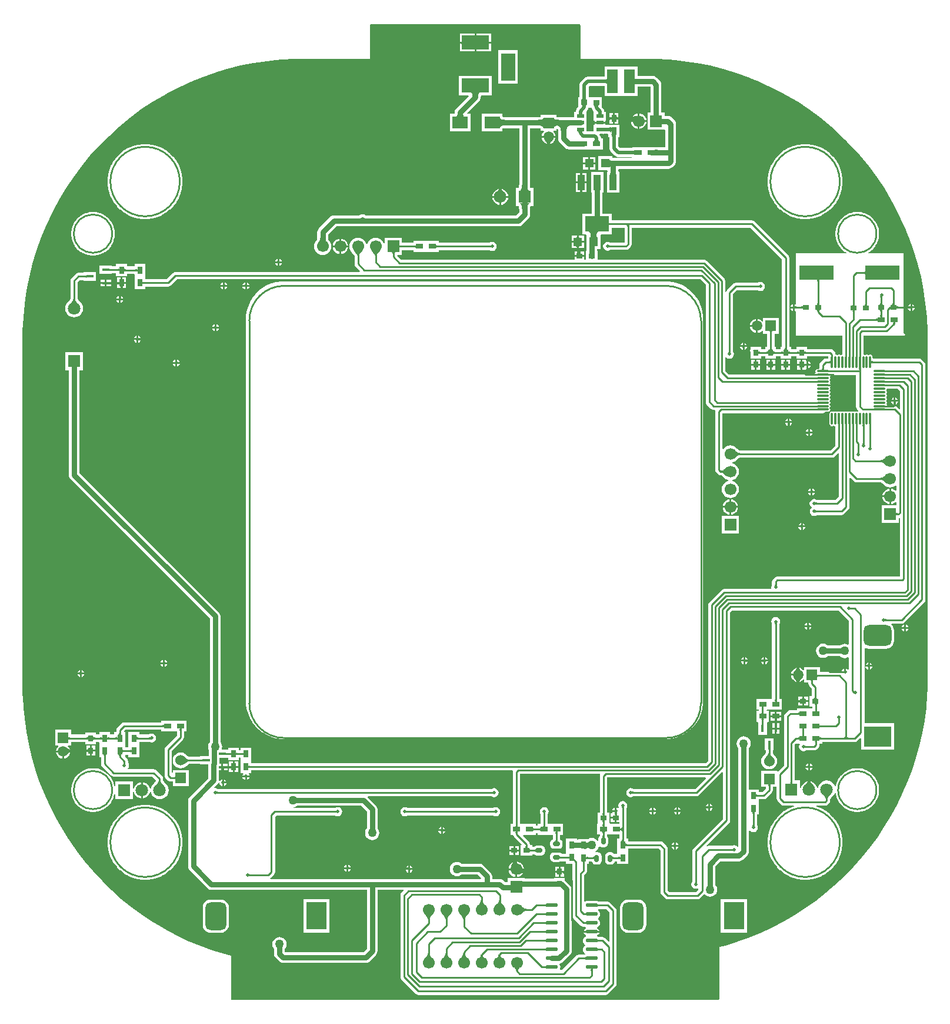
<source format=gbl>
G04*
G04 #@! TF.GenerationSoftware,Altium Limited,Altium Designer,18.1.8 (232)*
G04*
G04 Layer_Physical_Order=2*
G04 Layer_Color=16711680*
%FSLAX25Y25*%
%MOIN*%
G70*
G01*
G75*
%ADD10C,0.01000*%
%ADD13C,0.02000*%
%ADD16R,0.03500X0.03000*%
%ADD17R,0.03000X0.03500*%
%ADD18R,0.03150X0.04000*%
%ADD20R,0.04000X0.03150*%
%ADD48C,0.03000*%
%ADD50R,0.07087X0.07087*%
%ADD51C,0.07087*%
%ADD52C,0.06693*%
%ADD53R,0.06693X0.06693*%
%ADD54R,0.07087X0.07087*%
%ADD55C,0.07087*%
%ADD56C,0.05906*%
%ADD57R,0.05906X0.05906*%
%ADD58R,0.15748X0.11811*%
G04:AMPARAMS|DCode=59|XSize=118.11mil|YSize=157.48mil|CornerRadius=29.53mil|HoleSize=0mil|Usage=FLASHONLY|Rotation=270.000|XOffset=0mil|YOffset=0mil|HoleType=Round|Shape=RoundedRectangle|*
%AMROUNDEDRECTD59*
21,1,0.11811,0.09843,0,0,270.0*
21,1,0.05906,0.15748,0,0,270.0*
1,1,0.05906,-0.04921,-0.02953*
1,1,0.05906,-0.04921,0.02953*
1,1,0.05906,0.04921,0.02953*
1,1,0.05906,0.04921,-0.02953*
%
%ADD59ROUNDEDRECTD59*%
%ADD60R,0.11811X0.15748*%
G04:AMPARAMS|DCode=61|XSize=118.11mil|YSize=157.48mil|CornerRadius=29.53mil|HoleSize=0mil|Usage=FLASHONLY|Rotation=0.000|XOffset=0mil|YOffset=0mil|HoleType=Round|Shape=RoundedRectangle|*
%AMROUNDEDRECTD61*
21,1,0.11811,0.09843,0,0,0.0*
21,1,0.05906,0.15748,0,0,0.0*
1,1,0.05906,0.02953,-0.04921*
1,1,0.05906,-0.02953,-0.04921*
1,1,0.05906,-0.02953,0.04921*
1,1,0.05906,0.02953,0.04921*
%
%ADD61ROUNDEDRECTD61*%
%ADD62C,0.06000*%
%ADD63R,0.06000X0.06000*%
%ADD64R,0.06693X0.06693*%
%ADD65R,0.05906X0.05906*%
%ADD66R,0.07087X0.07087*%
%ADD67R,0.07874X0.15748*%
%ADD68R,0.15748X0.07874*%
%ADD69C,0.02000*%
%ADD70C,0.05000*%
G04:AMPARAMS|DCode=71|XSize=23.62mil|YSize=39.37mil|CornerRadius=5.91mil|HoleSize=0mil|Usage=FLASHONLY|Rotation=90.000|XOffset=0mil|YOffset=0mil|HoleType=Round|Shape=RoundedRectangle|*
%AMROUNDEDRECTD71*
21,1,0.02362,0.02756,0,0,90.0*
21,1,0.01181,0.03937,0,0,90.0*
1,1,0.01181,0.01378,0.00591*
1,1,0.01181,0.01378,-0.00591*
1,1,0.01181,-0.01378,-0.00591*
1,1,0.01181,-0.01378,0.00591*
%
%ADD71ROUNDEDRECTD71*%
G04:AMPARAMS|DCode=72|XSize=23.62mil|YSize=39.37mil|CornerRadius=5.91mil|HoleSize=0mil|Usage=FLASHONLY|Rotation=0.000|XOffset=0mil|YOffset=0mil|HoleType=Round|Shape=RoundedRectangle|*
%AMROUNDEDRECTD72*
21,1,0.02362,0.02756,0,0,0.0*
21,1,0.01181,0.03937,0,0,0.0*
1,1,0.01181,0.00591,-0.01378*
1,1,0.01181,-0.00591,-0.01378*
1,1,0.01181,-0.00591,0.01378*
1,1,0.01181,0.00591,0.01378*
%
%ADD72ROUNDEDRECTD72*%
%ADD73O,0.06870X0.02205*%
%ADD74R,0.03937X0.01772*%
%ADD75R,0.19685X0.07874*%
%ADD76R,0.01772X0.03937*%
%ADD77O,0.01181X0.07087*%
%ADD78O,0.07087X0.01181*%
%ADD79R,0.08661X0.06890*%
%ADD80R,0.03937X0.08661*%
%ADD81R,0.13780X0.08661*%
%ADD82R,0.06299X0.13780*%
%ADD83R,0.03937X0.02165*%
%ADD84R,0.05000X0.05000*%
%ADD85C,0.03150*%
G36*
X197134Y551606D02*
X197275Y551465D01*
X197352Y551281D01*
Y531997D01*
X236221D01*
X240099Y531998D01*
X247846Y531617D01*
X255565Y530857D01*
X263238Y529719D01*
X270845Y528205D01*
X278369Y526321D01*
X285791Y524069D01*
X293094Y521456D01*
X300260Y518488D01*
X307272Y515171D01*
X314113Y511515D01*
X320766Y507527D01*
X327215Y503218D01*
X333445Y498598D01*
X339441Y493677D01*
X345188Y488468D01*
X350673Y482983D01*
X355882Y477236D01*
X360802Y471240D01*
X365423Y465010D01*
X369732Y458561D01*
X373720Y451908D01*
X377376Y445068D01*
X380693Y438056D01*
X383661Y430890D01*
X386274Y423587D01*
X388525Y416164D01*
X390410Y408640D01*
X391923Y401033D01*
X393061Y393360D01*
X393822Y385641D01*
X394202Y377894D01*
Y374016D01*
X394202Y175362D01*
X394202Y175357D01*
X394202Y175351D01*
X394202Y175346D01*
X394047Y171753D01*
X393410Y164595D01*
X392450Y157473D01*
X391166Y150403D01*
X389562Y143397D01*
X387641Y136473D01*
X385408Y129642D01*
X382866Y122920D01*
X380021Y116321D01*
X376879Y109858D01*
X373447Y103544D01*
X369731Y97393D01*
X365739Y91417D01*
X361480Y85629D01*
X356962Y80041D01*
X352194Y74664D01*
X347187Y69509D01*
X341951Y64587D01*
X336496Y59908D01*
X330835Y55482D01*
X324978Y51318D01*
X318937Y47425D01*
X312726Y43810D01*
X306357Y40481D01*
X299843Y37446D01*
X293198Y34710D01*
X286436Y32278D01*
X279570Y30157D01*
X276092Y29253D01*
Y-100D01*
X276016Y-284D01*
X275875Y-425D01*
X275690Y-501D01*
X-100D01*
X-284Y-425D01*
X-425Y-284D01*
X-501Y-100D01*
X-501Y24298D01*
X-4094Y25235D01*
X-11182Y27444D01*
X-18159Y29983D01*
X-25008Y32848D01*
X-31716Y36031D01*
X-38267Y39526D01*
X-44646Y43325D01*
X-50840Y47418D01*
X-56834Y51799D01*
X-62617Y56456D01*
X-68174Y61380D01*
X-73494Y66559D01*
X-78564Y71982D01*
X-83375Y77638D01*
X-87914Y83513D01*
X-92172Y89595D01*
X-96140Y95870D01*
X-99809Y102325D01*
X-103171Y108945D01*
X-106218Y115715D01*
X-108944Y122622D01*
X-111342Y129648D01*
X-113408Y136779D01*
X-115136Y144000D01*
X-116523Y151294D01*
X-117566Y158645D01*
X-118263Y166037D01*
X-118612Y173453D01*
Y177165D01*
Y374016D01*
Y377894D01*
X-118231Y385641D01*
X-117471Y393360D01*
X-116333Y401033D01*
X-114820Y408640D01*
X-112935Y416164D01*
X-110683Y423587D01*
X-108070Y430890D01*
X-105102Y438056D01*
X-101786Y445068D01*
X-98129Y451908D01*
X-94142Y458561D01*
X-89832Y465010D01*
X-85212Y471240D01*
X-80291Y477236D01*
X-75082Y482983D01*
X-69598Y488468D01*
X-63850Y493677D01*
X-57855Y498598D01*
X-51625Y503218D01*
X-45175Y507527D01*
X-38522Y511515D01*
X-31682Y515171D01*
X-24670Y518488D01*
X-17504Y521456D01*
X-10201Y524069D01*
X-2778Y526321D01*
X4746Y528205D01*
X12353Y529719D01*
X20026Y530857D01*
X27745Y531617D01*
X35492Y531998D01*
X39371D01*
X39371Y531997D01*
X39373D01*
X39373Y531997D01*
X39373Y531997D01*
X78239D01*
Y551281D01*
X78315Y551465D01*
X78456Y551606D01*
X78640Y551683D01*
X196950D01*
X197134Y551606D01*
D02*
G37*
%LPC*%
G36*
X146818Y546211D02*
X138444D01*
Y541774D01*
X146818D01*
Y546211D01*
D02*
G37*
G36*
X137444D02*
X129070D01*
Y541774D01*
X129082D01*
Y541774D01*
X129274Y541779D01*
X129446Y541794D01*
X129598Y541819D01*
X129729Y541854D01*
X129841Y541899D01*
X129932Y541954D01*
X130003Y542019D01*
X130053Y542094D01*
X130084Y542179D01*
X130094Y542274D01*
Y541774D01*
X137444D01*
Y546211D01*
D02*
G37*
G36*
Y540774D02*
X130094D01*
Y540274D01*
X130084Y540369D01*
X130053Y540454D01*
X130003Y540529D01*
X129932Y540594D01*
X129841Y540649D01*
X129729Y540694D01*
X129598Y540729D01*
X129446Y540754D01*
X129274Y540769D01*
X129082Y540774D01*
X129070D01*
Y536337D01*
X137444D01*
Y540774D01*
D02*
G37*
G36*
X146818D02*
X138444D01*
Y536337D01*
X146818D01*
Y540774D01*
D02*
G37*
G36*
X161885Y536869D02*
X151011D01*
Y518121D01*
X161885D01*
Y536869D01*
D02*
G37*
G36*
X220518Y527754D02*
X220019Y527754D01*
X211070D01*
Y521919D01*
X211006Y521914D01*
X201444D01*
X200468Y521720D01*
X199641Y521167D01*
X197741Y519267D01*
X197189Y518440D01*
X196995Y517465D01*
Y510365D01*
X196294D01*
Y508940D01*
X196276Y508853D01*
X196294Y508765D01*
Y508675D01*
X196292Y508637D01*
X196294Y508631D01*
Y504967D01*
X195629Y504302D01*
X195076Y503476D01*
X194882Y502500D01*
Y502187D01*
X193963D01*
Y499048D01*
X185577D01*
X185565Y499051D01*
X185003Y499062D01*
X184551Y499093D01*
X184182Y499141D01*
X183907Y499198D01*
X183896Y499201D01*
Y500254D01*
X182472D01*
X182384Y500272D01*
X182297Y500254D01*
X182235D01*
X182179Y500258D01*
X182168Y500254D01*
X176719D01*
X176709Y500258D01*
X176652Y500254D01*
X176590D01*
X176503Y500272D01*
X176416Y500254D01*
X174991D01*
Y499201D01*
X174981Y499198D01*
X174729Y499146D01*
X173862Y499062D01*
X173322Y499051D01*
X173311Y499048D01*
X155018D01*
X155007Y499050D01*
X154453Y499065D01*
X154022Y499103D01*
X153679Y499160D01*
X153432Y499226D01*
X153330Y499268D01*
Y500892D01*
X141668D01*
Y491002D01*
X153330D01*
Y492626D01*
X153432Y492668D01*
X153679Y492734D01*
X154022Y492791D01*
X154453Y492829D01*
X155007Y492843D01*
X155018Y492845D01*
X162732D01*
Y460596D01*
X162730Y460586D01*
X162715Y460032D01*
X162677Y459600D01*
X162620Y459257D01*
X162554Y459011D01*
X162512Y458908D01*
X160790D01*
Y448821D01*
X162495D01*
X162511Y448816D01*
X162555Y448709D01*
X162621Y448465D01*
X162677Y448125D01*
X162715Y447695D01*
X162730Y447144D01*
X162732Y447133D01*
Y445149D01*
X161049Y443466D01*
X75604D01*
X75494Y443551D01*
X74746Y443860D01*
X73944Y443966D01*
X73141Y443860D01*
X72393Y443551D01*
X72283Y443466D01*
X57865D01*
X57062Y443360D01*
X56314Y443051D01*
X55672Y442558D01*
X49251Y436137D01*
X48758Y435494D01*
X48448Y434746D01*
X48342Y433944D01*
Y430870D01*
X48340Y430859D01*
X48333Y430542D01*
X48315Y430288D01*
X48288Y430064D01*
X48252Y429873D01*
X48211Y429713D01*
X48167Y429586D01*
X48125Y429490D01*
X48086Y429422D01*
X48054Y429377D01*
X48042Y429363D01*
X47987Y429321D01*
X47210Y428309D01*
X46722Y427130D01*
X46555Y425865D01*
X46722Y424600D01*
X47210Y423421D01*
X47987Y422408D01*
X49000Y421631D01*
X50178Y421143D01*
X51444Y420976D01*
X52709Y421143D01*
X53888Y421631D01*
X54900Y422408D01*
X55677Y423421D01*
X56165Y424600D01*
X56332Y425865D01*
X56165Y427130D01*
X55677Y428309D01*
X54900Y429321D01*
X54846Y429363D01*
X54833Y429377D01*
X54801Y429422D01*
X54763Y429490D01*
X54720Y429586D01*
X54676Y429713D01*
X54635Y429873D01*
X54604Y430043D01*
X54554Y430562D01*
X54548Y430859D01*
X54545Y430870D01*
Y432659D01*
X59149Y437263D01*
X162333D01*
X163136Y437369D01*
X163446Y437497D01*
X163884Y437679D01*
X164526Y438172D01*
X168026Y441672D01*
X168519Y442314D01*
X168829Y443062D01*
X168935Y443865D01*
Y447133D01*
X168937Y447144D01*
X168952Y447695D01*
X168990Y448125D01*
X169046Y448465D01*
X169112Y448709D01*
X169156Y448816D01*
X169172Y448821D01*
X170877D01*
Y458908D01*
X169155D01*
X169113Y459011D01*
X169046Y459257D01*
X168990Y459600D01*
X168952Y460032D01*
X168937Y460586D01*
X168935Y460596D01*
Y492845D01*
X173304D01*
X173315Y492843D01*
X173868Y492829D01*
X174302Y492792D01*
X174647Y492737D01*
X174897Y492673D01*
X174991Y492636D01*
Y491349D01*
X176416D01*
X176503Y491332D01*
X176586Y491348D01*
X176587Y491348D01*
X176726Y491101D01*
X176781Y490867D01*
X176625Y490747D01*
X175991Y489921D01*
X175593Y488960D01*
X175523Y488428D01*
X179444D01*
X183365D01*
X183295Y488960D01*
X182896Y489921D01*
X182263Y490747D01*
X182106Y490867D01*
X182161Y491101D01*
X182301Y491348D01*
X182302Y491348D01*
X182384Y491332D01*
X182472Y491349D01*
X183896D01*
Y492299D01*
X183959Y492374D01*
X184342Y492571D01*
X184396Y492578D01*
X184495Y492498D01*
X184588Y492383D01*
X184676Y492220D01*
X184756Y491980D01*
X184815Y491647D01*
X184842Y491142D01*
X184842Y491139D01*
Y486865D01*
X184948Y486062D01*
X185258Y485314D01*
X185751Y484672D01*
X188751Y481672D01*
X189393Y481179D01*
X190141Y480869D01*
X190944Y480763D01*
X199294D01*
X199495Y480790D01*
X202794D01*
Y480790D01*
X203094D01*
Y480790D01*
X210094D01*
Y486940D01*
X209143D01*
Y487215D01*
X208949Y488190D01*
X208396Y489017D01*
X208333Y489080D01*
X208525Y489542D01*
X210325D01*
X210412Y489525D01*
X210439Y489530D01*
X210466Y489526D01*
X210931Y489542D01*
X211924D01*
Y489576D01*
X212988D01*
X213351Y489227D01*
X213369Y489139D01*
Y487715D01*
X213895D01*
Y481365D01*
X214089Y480389D01*
X214641Y479562D01*
X217005Y477199D01*
X217832Y476646D01*
X218807Y476452D01*
X226440D01*
X226487Y476405D01*
X226317Y475914D01*
X226294Y475891D01*
X216490D01*
X216475Y475894D01*
X216035Y475903D01*
X215692Y475927D01*
X215444Y475959D01*
Y476865D01*
X214019D01*
X213932Y476882D01*
X213844Y476865D01*
X213790D01*
X213729Y476869D01*
X213718Y476865D01*
X207444D01*
Y468865D01*
X212568D01*
X212846Y468466D01*
X212653Y468007D01*
X212530D01*
Y466642D01*
X212516Y466586D01*
X212522Y466540D01*
X212513Y466495D01*
X212530Y466407D01*
Y456345D01*
X219467D01*
Y466407D01*
X219485Y466495D01*
X219476Y466540D01*
X219482Y466586D01*
X219467Y466642D01*
Y468007D01*
X219096D01*
X219032Y468981D01*
X219029Y469339D01*
X219389Y469839D01*
X247485D01*
X248268Y469942D01*
X248998Y470244D01*
X249624Y470725D01*
X250772Y471873D01*
X250772Y471873D01*
X251253Y472499D01*
X251555Y473229D01*
X251658Y474012D01*
X251658Y474012D01*
Y478865D01*
Y495176D01*
X251555Y495959D01*
X251253Y496689D01*
X250772Y497316D01*
X250772Y497316D01*
X249162Y498926D01*
X248535Y499406D01*
X247806Y499709D01*
X247022Y499812D01*
X245211D01*
Y501632D01*
X243391D01*
Y517443D01*
X243391Y517444D01*
X243288Y518227D01*
X242985Y518956D01*
X242505Y519583D01*
X242505Y519583D01*
X240583Y521504D01*
X239957Y521985D01*
X239227Y522288D01*
X238444Y522391D01*
X229818D01*
Y527754D01*
X220869D01*
X220518Y527754D01*
D02*
G37*
G36*
X147318Y522302D02*
X128570D01*
Y511428D01*
X133967D01*
X134159Y510966D01*
X127196Y504003D01*
X126703Y503360D01*
X126393Y502612D01*
X126301Y501911D01*
X126285Y501838D01*
X126277Y501407D01*
X126256Y501066D01*
X126235Y500892D01*
X123558D01*
Y491002D01*
X135219D01*
Y500892D01*
X133510D01*
X133318Y501354D01*
X140137Y508172D01*
X140629Y508814D01*
X140939Y509562D01*
X141031Y510258D01*
X141048Y510333D01*
X141057Y510786D01*
X141081Y511141D01*
X141118Y511423D01*
X141119Y511428D01*
X147318D01*
Y522302D01*
D02*
G37*
G36*
X183365Y487428D02*
X179944D01*
Y485819D01*
X181511D01*
X181213Y485517D01*
X180711Y484942D01*
X180508Y484670D01*
X180335Y484408D01*
X180194Y484156D01*
X180139Y484032D01*
X180475Y484077D01*
X181437Y484475D01*
X182263Y485109D01*
X182896Y485934D01*
X183295Y486896D01*
X183365Y487428D01*
D02*
G37*
G36*
X178944D02*
X175523D01*
X175593Y486896D01*
X175991Y485934D01*
X176625Y485109D01*
X177450Y484475D01*
X178412Y484077D01*
X178749Y484032D01*
X178693Y484156D01*
X178552Y484408D01*
X178380Y484670D01*
X178176Y484942D01*
X177674Y485517D01*
X177377Y485819D01*
X178944D01*
Y487428D01*
D02*
G37*
G36*
X326093Y483813D02*
X323513D01*
X323414Y483793D01*
X323313Y483800D01*
X320755Y483463D01*
X320659Y483430D01*
X320559Y483424D01*
X318066Y482756D01*
X317976Y482711D01*
X317877Y482692D01*
X315493Y481704D01*
X315409Y481648D01*
X315313Y481616D01*
X313079Y480326D01*
X313003Y480259D01*
X312912Y480214D01*
X310865Y478644D01*
X310799Y478568D01*
X310715Y478512D01*
X308890Y476687D01*
X308834Y476603D01*
X308758Y476537D01*
X307187Y474489D01*
X307142Y474399D01*
X307076Y474323D01*
X305786Y472088D01*
X305753Y471993D01*
X305697Y471909D01*
X304710Y469525D01*
X304690Y469426D01*
X304645Y469335D01*
X303978Y466843D01*
X303971Y466742D01*
X303939Y466647D01*
X303602Y464088D01*
X303608Y463988D01*
X303589Y463889D01*
Y461308D01*
X303608Y461209D01*
X303602Y461109D01*
X303939Y458550D01*
X303971Y458455D01*
X303978Y458354D01*
X304645Y455861D01*
X304690Y455771D01*
X304710Y455672D01*
X305697Y453288D01*
X305753Y453204D01*
X305786Y453109D01*
X307076Y450874D01*
X307142Y450798D01*
X307187Y450707D01*
X308758Y448660D01*
X308834Y448594D01*
X308890Y448510D01*
X310715Y446685D01*
X310799Y446629D01*
X310865Y446553D01*
X312912Y444982D01*
X313003Y444938D01*
X313079Y444871D01*
X315313Y443581D01*
X315409Y443549D01*
X315493Y443493D01*
X317877Y442505D01*
X317976Y442485D01*
X318066Y442441D01*
X320559Y441773D01*
X320659Y441766D01*
X320755Y441734D01*
X323313Y441397D01*
X323414Y441404D01*
X323513Y441384D01*
X326093D01*
X326192Y441404D01*
X326293Y441397D01*
X328851Y441734D01*
X328947Y441766D01*
X329048Y441773D01*
X331540Y442441D01*
X331631Y442485D01*
X331730Y442505D01*
X334114Y443493D01*
X334197Y443549D01*
X334293Y443581D01*
X336528Y444871D01*
X336603Y444938D01*
X336694Y444982D01*
X338741Y446553D01*
X338808Y446629D01*
X338892Y446685D01*
X340716Y448510D01*
X340772Y448594D01*
X340848Y448660D01*
X342419Y450707D01*
X342464Y450798D01*
X342530Y450874D01*
X343821Y453109D01*
X343853Y453204D01*
X343909Y453288D01*
X344897Y455672D01*
X344916Y455771D01*
X344961Y455861D01*
X345629Y458354D01*
X345635Y458455D01*
X345668Y458550D01*
X346005Y461109D01*
X345998Y461209D01*
X346018Y461308D01*
Y463889D01*
X345998Y463988D01*
X346005Y464088D01*
X345668Y466647D01*
X345635Y466742D01*
X345629Y466843D01*
X344961Y469335D01*
X344916Y469426D01*
X344897Y469525D01*
X343909Y471909D01*
X343853Y471993D01*
X343821Y472088D01*
X342530Y474323D01*
X342464Y474399D01*
X342419Y474489D01*
X340848Y476537D01*
X340772Y476603D01*
X340716Y476687D01*
X338892Y478512D01*
X338808Y478568D01*
X338741Y478644D01*
X336694Y480214D01*
X336604Y480259D01*
X336528Y480326D01*
X334293Y481616D01*
X334197Y481648D01*
X334114Y481704D01*
X331730Y482692D01*
X331631Y482711D01*
X331540Y482756D01*
X329048Y483424D01*
X328947Y483430D01*
X328851Y483463D01*
X326293Y483800D01*
X326192Y483793D01*
X326093Y483813D01*
D02*
G37*
G36*
X-47922D02*
X-50503D01*
X-50602Y483793D01*
X-50702Y483800D01*
X-53261Y483463D01*
X-53356Y483430D01*
X-53457Y483424D01*
X-55950Y482756D01*
X-56040Y482711D01*
X-56139Y482692D01*
X-58523Y481704D01*
X-58607Y481648D01*
X-58702Y481616D01*
X-60937Y480326D01*
X-61013Y480259D01*
X-61103Y480214D01*
X-63151Y478644D01*
X-63217Y478568D01*
X-63301Y478512D01*
X-65126Y476687D01*
X-65182Y476603D01*
X-65258Y476537D01*
X-66829Y474489D01*
X-66873Y474399D01*
X-66940Y474323D01*
X-68230Y472088D01*
X-68262Y471993D01*
X-68318Y471909D01*
X-69306Y469525D01*
X-69326Y469426D01*
X-69370Y469335D01*
X-70038Y466843D01*
X-70045Y466742D01*
X-70077Y466647D01*
X-70414Y464088D01*
X-70407Y463988D01*
X-70427Y463889D01*
Y461308D01*
X-70407Y461209D01*
X-70414Y461109D01*
X-70077Y458550D01*
X-70045Y458455D01*
X-70038Y458354D01*
X-69370Y455861D01*
X-69326Y455771D01*
X-69306Y455672D01*
X-68318Y453288D01*
X-68262Y453204D01*
X-68230Y453109D01*
X-66940Y450874D01*
X-66873Y450798D01*
X-66829Y450707D01*
X-65258Y448660D01*
X-65182Y448594D01*
X-65126Y448510D01*
X-63301Y446685D01*
X-63217Y446629D01*
X-63151Y446553D01*
X-61103Y444982D01*
X-61013Y444938D01*
X-60937Y444871D01*
X-58702Y443581D01*
X-58607Y443549D01*
X-58523Y443493D01*
X-56139Y442505D01*
X-56040Y442485D01*
X-55950Y442441D01*
X-53457Y441773D01*
X-53356Y441766D01*
X-53261Y441734D01*
X-50702Y441397D01*
X-50602Y441404D01*
X-50503Y441384D01*
X-47922D01*
X-47823Y441404D01*
X-47723Y441397D01*
X-45164Y441734D01*
X-45069Y441766D01*
X-44968Y441773D01*
X-42476Y442441D01*
X-42385Y442485D01*
X-42286Y442505D01*
X-39902Y443493D01*
X-39818Y443549D01*
X-39723Y443581D01*
X-37488Y444871D01*
X-37412Y444938D01*
X-37322Y444982D01*
X-35274Y446553D01*
X-35208Y446629D01*
X-35124Y446685D01*
X-33299Y448510D01*
X-33243Y448594D01*
X-33167Y448660D01*
X-31597Y450707D01*
X-31552Y450798D01*
X-31486Y450874D01*
X-30195Y453109D01*
X-30163Y453204D01*
X-30107Y453288D01*
X-29119Y455672D01*
X-29100Y455771D01*
X-29055Y455861D01*
X-28387Y458354D01*
X-28381Y458455D01*
X-28348Y458550D01*
X-28011Y461109D01*
X-28018Y461209D01*
X-27998Y461308D01*
Y463889D01*
X-28018Y463988D01*
X-28011Y464088D01*
X-28348Y466647D01*
X-28381Y466742D01*
X-28387Y466843D01*
X-29055Y469335D01*
X-29100Y469426D01*
X-29119Y469525D01*
X-30107Y471909D01*
X-30163Y471993D01*
X-30195Y472088D01*
X-31486Y474323D01*
X-31552Y474399D01*
X-31597Y474489D01*
X-33167Y476537D01*
X-33243Y476603D01*
X-33299Y476687D01*
X-35124Y478512D01*
X-35208Y478568D01*
X-35274Y478644D01*
X-37322Y480214D01*
X-37412Y480259D01*
X-37488Y480326D01*
X-39723Y481616D01*
X-39818Y481648D01*
X-39902Y481704D01*
X-42286Y482692D01*
X-42385Y482711D01*
X-42476Y482756D01*
X-44968Y483424D01*
X-45069Y483430D01*
X-45164Y483463D01*
X-47723Y483800D01*
X-47823Y483793D01*
X-47922Y483813D01*
D02*
G37*
G36*
X205944Y476365D02*
X202944D01*
Y473365D01*
X205944D01*
Y476365D01*
D02*
G37*
G36*
X201944D02*
X198944D01*
Y473365D01*
X198956D01*
D01*
X199146Y473370D01*
X199316Y473385D01*
X199466Y473410D01*
X199596Y473445D01*
X199706Y473490D01*
X199796Y473545D01*
X199866Y473610D01*
X199916Y473685D01*
X199946Y473770D01*
X199956Y473865D01*
Y473365D01*
X201944D01*
Y476365D01*
D02*
G37*
G36*
Y472365D02*
X199956D01*
Y471865D01*
X199946Y471960D01*
X199916Y472045D01*
X199866Y472120D01*
X199796Y472185D01*
X199706Y472240D01*
X199596Y472285D01*
X199466Y472320D01*
X199316Y472345D01*
X199146Y472360D01*
X198956Y472365D01*
X198944D01*
Y469365D01*
X201944D01*
Y472365D01*
D02*
G37*
G36*
X205944D02*
X202944D01*
Y469365D01*
X205944D01*
Y472365D01*
D02*
G37*
G36*
X200857Y467507D02*
X198389D01*
Y467494D01*
D01*
X198394Y467305D01*
X198408Y467135D01*
X198433Y466985D01*
X198469Y466854D01*
X198514Y466745D01*
X198569Y466654D01*
X198634Y466584D01*
X198708Y466535D01*
X198794Y466504D01*
X198889Y466495D01*
X198389D01*
Y462676D01*
X200857D01*
Y467507D01*
D02*
G37*
G36*
X197389D02*
X194920D01*
Y462676D01*
X197389D01*
Y466495D01*
X196889D01*
X196984Y466504D01*
X197069Y466535D01*
X197144Y466584D01*
X197208Y466654D01*
X197264Y466745D01*
X197309Y466854D01*
X197344Y466985D01*
X197369Y467135D01*
X197383Y467305D01*
X197389Y467494D01*
Y467507D01*
D02*
G37*
G36*
X200857Y461676D02*
X198389D01*
Y457869D01*
X198889D01*
X198794Y457859D01*
X198708Y457829D01*
X198634Y457778D01*
X198569Y457707D01*
X198514Y457616D01*
X198469Y457505D01*
X198433Y457373D01*
X198408Y457221D01*
X198394Y457049D01*
X198389Y456857D01*
Y456845D01*
X200857D01*
Y461676D01*
D02*
G37*
G36*
X197389D02*
X194920D01*
Y456845D01*
X197389D01*
Y456857D01*
D01*
X197383Y457049D01*
X197369Y457221D01*
X197344Y457373D01*
X197309Y457505D01*
X197264Y457616D01*
X197208Y457707D01*
X197144Y457778D01*
X197069Y457829D01*
X196984Y457859D01*
X196889Y457869D01*
X197389D01*
Y461676D01*
D02*
G37*
G36*
X152937Y458331D02*
X153049Y458142D01*
X153267Y457824D01*
X153524Y457490D01*
X154158Y456776D01*
X154534Y456395D01*
X152554D01*
Y454365D01*
X156571D01*
X156480Y455051D01*
X156023Y456156D01*
X155294Y457105D01*
X154345Y457833D01*
X153240Y458291D01*
X152937Y458331D01*
D02*
G37*
G36*
X151170D02*
X150868Y458291D01*
X149763Y457833D01*
X148814Y457105D01*
X148085Y456156D01*
X147627Y455051D01*
X147537Y454365D01*
X151554D01*
Y456395D01*
X149574D01*
X149950Y456776D01*
X150584Y457490D01*
X150841Y457824D01*
X151059Y458142D01*
X151170Y458331D01*
D02*
G37*
G36*
X156571Y453365D02*
X152554D01*
Y449348D01*
X153240Y449438D01*
X154345Y449896D01*
X155294Y450624D01*
X156023Y451574D01*
X156480Y452679D01*
X156571Y453365D01*
D02*
G37*
G36*
X151554D02*
X147537D01*
X147627Y452679D01*
X148085Y451574D01*
X148814Y450624D01*
X149763Y449896D01*
X150868Y449438D01*
X151554Y449348D01*
Y453365D01*
D02*
G37*
G36*
X-78031Y445427D02*
X-79450D01*
X-79549Y445407D01*
X-79649Y445414D01*
X-81056Y445229D01*
X-81152Y445196D01*
X-81253Y445190D01*
X-82624Y444822D01*
X-82714Y444778D01*
X-82813Y444758D01*
X-84124Y444215D01*
X-84208Y444159D01*
X-84304Y444126D01*
X-85533Y443417D01*
X-85609Y443350D01*
X-85699Y443306D01*
X-86825Y442442D01*
X-86892Y442366D01*
X-86976Y442310D01*
X-87979Y441306D01*
X-88035Y441222D01*
X-88111Y441156D01*
X-88975Y440030D01*
X-89020Y439939D01*
X-89086Y439863D01*
X-89796Y438634D01*
X-89828Y438539D01*
X-89884Y438455D01*
X-90427Y437144D01*
X-90447Y437045D01*
X-90492Y436954D01*
X-90859Y435583D01*
X-90866Y435483D01*
X-90898Y435387D01*
X-91083Y433980D01*
X-91077Y433879D01*
X-91096Y433780D01*
Y432361D01*
X-91077Y432262D01*
X-91083Y432162D01*
X-90898Y430755D01*
X-90866Y430659D01*
X-90859Y430558D01*
X-90492Y429187D01*
X-90447Y429097D01*
X-90427Y428998D01*
X-89884Y427687D01*
X-89828Y427603D01*
X-89796Y427507D01*
X-89086Y426278D01*
X-89020Y426202D01*
X-88975Y426112D01*
X-88111Y424986D01*
X-88035Y424919D01*
X-87979Y424835D01*
X-86976Y423832D01*
X-86892Y423776D01*
X-86825Y423700D01*
X-85699Y422836D01*
X-85609Y422791D01*
X-85533Y422725D01*
X-84304Y422015D01*
X-84208Y421983D01*
X-84124Y421927D01*
X-82813Y421384D01*
X-82714Y421364D01*
X-82624Y421319D01*
X-81253Y420952D01*
X-81152Y420945D01*
X-81056Y420913D01*
X-79649Y420728D01*
X-79549Y420734D01*
X-79450Y420715D01*
X-78031D01*
X-77932Y420734D01*
X-77831Y420728D01*
X-76424Y420913D01*
X-76328Y420945D01*
X-76228Y420952D01*
X-74857Y421319D01*
X-74766Y421364D01*
X-74667Y421384D01*
X-73356Y421927D01*
X-73272Y421983D01*
X-73177Y422015D01*
X-71947Y422725D01*
X-71872Y422791D01*
X-71781Y422836D01*
X-70655Y423700D01*
X-70589Y423776D01*
X-70505Y423832D01*
X-69501Y424835D01*
X-69445Y424919D01*
X-69369Y424986D01*
X-68505Y426112D01*
X-68461Y426202D01*
X-68394Y426278D01*
X-67685Y427507D01*
X-67652Y427603D01*
X-67596Y427687D01*
X-67053Y428998D01*
X-67033Y429097D01*
X-66989Y429187D01*
X-66621Y430558D01*
X-66615Y430659D01*
X-66582Y430755D01*
X-66397Y432162D01*
X-66404Y432262D01*
X-66384Y432361D01*
Y433780D01*
X-66404Y433879D01*
X-66397Y433980D01*
X-66582Y435387D01*
X-66615Y435483D01*
X-66621Y435583D01*
X-66989Y436954D01*
X-67033Y437045D01*
X-67053Y437144D01*
X-67596Y438455D01*
X-67652Y438539D01*
X-67685Y438634D01*
X-68394Y439863D01*
X-68461Y439939D01*
X-68505Y440030D01*
X-69369Y441156D01*
X-69445Y441222D01*
X-69501Y441306D01*
X-70505Y442310D01*
X-70589Y442366D01*
X-70655Y442442D01*
X-71781Y443306D01*
X-71872Y443350D01*
X-71947Y443417D01*
X-73177Y444126D01*
X-73272Y444159D01*
X-73356Y444215D01*
X-74667Y444758D01*
X-74766Y444778D01*
X-74857Y444822D01*
X-76228Y445190D01*
X-76328Y445196D01*
X-76424Y445229D01*
X-77831Y445414D01*
X-77932Y445407D01*
X-78031Y445427D01*
D02*
G37*
G36*
X199444Y431865D02*
X196444D01*
Y431853D01*
D01*
X196449Y431661D01*
X196464Y431488D01*
X196489Y431337D01*
X196524Y431205D01*
X196569Y431094D01*
X196624Y431003D01*
X196689Y430932D01*
X196764Y430881D01*
X196849Y430851D01*
X196944Y430841D01*
X196444D01*
Y428865D01*
X199444D01*
Y431865D01*
D02*
G37*
G36*
X195444D02*
X192444D01*
Y428865D01*
X195444D01*
Y430841D01*
X194944D01*
X195039Y430851D01*
X195124Y430881D01*
X195199Y430932D01*
X195264Y431003D01*
X195319Y431094D01*
X195364Y431205D01*
X195399Y431337D01*
X195424Y431488D01*
X195439Y431661D01*
X195444Y431853D01*
Y431865D01*
D02*
G37*
G36*
X61944Y430183D02*
Y426365D01*
X65762D01*
X65678Y426999D01*
X65240Y428057D01*
X64544Y428965D01*
X63636Y429661D01*
X62578Y430099D01*
X61944Y430183D01*
D02*
G37*
G36*
X60944D02*
X60309Y430099D01*
X59252Y429661D01*
X58344Y428965D01*
X57647Y428057D01*
X57209Y426999D01*
X57126Y426365D01*
X60944D01*
Y430183D01*
D02*
G37*
G36*
X199444Y427865D02*
X196444D01*
Y425889D01*
X196944D01*
X196849Y425879D01*
X196764Y425848D01*
X196689Y425798D01*
X196624Y425727D01*
X196569Y425636D01*
X196524Y425524D01*
X196489Y425393D01*
X196464Y425241D01*
X196449Y425069D01*
X196444Y424877D01*
Y424865D01*
X199444D01*
Y427865D01*
D02*
G37*
G36*
X195444D02*
X192444D01*
Y424865D01*
X195444D01*
Y424877D01*
D01*
X195439Y425069D01*
X195424Y425241D01*
X195399Y425393D01*
X195364Y425524D01*
X195319Y425636D01*
X195264Y425727D01*
X195199Y425798D01*
X195124Y425848D01*
X195039Y425879D01*
X194944Y425889D01*
X195444D01*
Y427865D01*
D02*
G37*
G36*
X210412Y468007D02*
X203475D01*
Y456345D01*
X203918D01*
Y444384D01*
X198554D01*
Y432723D01*
X200602D01*
X200944Y432365D01*
Y430940D01*
X200926Y430853D01*
X200944Y430765D01*
Y428103D01*
X200921Y428048D01*
X200818Y427265D01*
Y423365D01*
X200594D01*
Y418404D01*
X199694D01*
Y419865D01*
X194194D01*
Y418404D01*
X95845D01*
X93730Y420518D01*
X93937Y421018D01*
X96290D01*
Y423826D01*
X102794D01*
Y422790D01*
X109594D01*
X110094Y422790D01*
X110294Y422790D01*
X117094D01*
Y423826D01*
X145996D01*
X146468Y423510D01*
X147444Y423316D01*
X148419Y423510D01*
X149246Y424062D01*
X149799Y424889D01*
X149993Y425865D01*
X149799Y426840D01*
X149246Y427667D01*
X148419Y428220D01*
X147444Y428414D01*
X146468Y428220D01*
X145996Y427904D01*
X117094D01*
Y428940D01*
X110294D01*
X109794Y428940D01*
X109594Y428940D01*
X102794D01*
Y427904D01*
X96290D01*
Y430711D01*
X86597D01*
Y427394D01*
X86097Y427294D01*
X85677Y428309D01*
X84900Y429321D01*
X83888Y430098D01*
X82709Y430586D01*
X81444Y430753D01*
X80178Y430586D01*
X79000Y430098D01*
X77987Y429321D01*
X77210Y428309D01*
X76722Y427130D01*
X76696Y426931D01*
X76192D01*
X76165Y427130D01*
X75677Y428309D01*
X74900Y429321D01*
X73888Y430098D01*
X72709Y430586D01*
X71444Y430753D01*
X70179Y430586D01*
X68999Y430098D01*
X67987Y429321D01*
X67210Y428309D01*
X66722Y427130D01*
X66555Y425865D01*
X66722Y424600D01*
X67210Y423421D01*
X67987Y422408D01*
X68061Y422351D01*
X68333Y422076D01*
X68859Y421481D01*
X69039Y421246D01*
X69187Y421027D01*
X69294Y420842D01*
X69363Y420696D01*
X69398Y420597D01*
X69405Y420570D01*
Y415865D01*
X69560Y415084D01*
X70002Y414423D01*
X72559Y411866D01*
X72367Y411404D01*
X-32056D01*
X-32056Y411404D01*
X-32837Y411249D01*
X-33498Y410807D01*
X-37051Y407254D01*
X-48628D01*
X-48981Y407608D01*
X-48981Y409015D01*
X-48981Y409215D01*
Y416015D01*
X-55131D01*
Y414554D01*
X-59482D01*
Y416015D01*
X-65631D01*
Y414644D01*
X-68088D01*
Y414991D01*
X-69512D01*
X-69600Y415008D01*
X-69687Y414991D01*
X-69770D01*
X-69813Y414993D01*
X-69820Y414991D01*
X-75025D01*
Y410219D01*
X-69820D01*
X-69813Y410217D01*
X-69770Y410219D01*
X-69687D01*
X-69600Y410202D01*
X-69512Y410219D01*
X-68088D01*
Y410566D01*
X-65631D01*
Y409015D01*
X-59482D01*
Y410476D01*
X-55485D01*
X-55131Y410122D01*
X-55131Y408715D01*
X-55131Y408515D01*
Y401715D01*
X-48981D01*
Y403176D01*
X-36206D01*
X-35426Y403331D01*
X-34764Y403773D01*
X-31212Y407326D01*
X265271D01*
X268405Y404192D01*
Y337865D01*
X268560Y337084D01*
X269002Y336423D01*
X271360Y334065D01*
X272022Y333623D01*
X272802Y333467D01*
X273720D01*
X274024Y332967D01*
X273904Y332365D01*
Y299365D01*
X274060Y298584D01*
X274502Y297923D01*
X275502Y296923D01*
X276163Y296481D01*
X276944Y296326D01*
X277149D01*
X277176Y296320D01*
X277275Y296284D01*
X277421Y296215D01*
X277606Y296108D01*
X277825Y295960D01*
X278060Y295780D01*
X278655Y295254D01*
X278930Y294982D01*
X278987Y294908D01*
X279999Y294131D01*
X281178Y293643D01*
X281377Y293617D01*
Y293113D01*
X281178Y293087D01*
X279999Y292598D01*
X278987Y291821D01*
X278210Y290809D01*
X277722Y289630D01*
X277555Y288365D01*
X277722Y287100D01*
X278210Y285921D01*
X278987Y284908D01*
X279999Y284131D01*
X281178Y283643D01*
X282444Y283476D01*
X283709Y283643D01*
X284888Y284131D01*
X285900Y284908D01*
X286677Y285921D01*
X287165Y287100D01*
X287332Y288365D01*
X287165Y289630D01*
X286677Y290809D01*
X285900Y291821D01*
X284888Y292598D01*
X283709Y293087D01*
X283510Y293113D01*
Y293617D01*
X283709Y293643D01*
X284888Y294131D01*
X285900Y294908D01*
X286677Y295921D01*
X287165Y297100D01*
X287332Y298365D01*
X287165Y299630D01*
X286677Y300809D01*
X285900Y301821D01*
X284888Y302598D01*
X283709Y303086D01*
X283510Y303113D01*
Y303617D01*
X283709Y303643D01*
X284888Y304131D01*
X285900Y304908D01*
X285957Y304982D01*
X286232Y305254D01*
X286827Y305780D01*
X287063Y305960D01*
X287282Y306108D01*
X287467Y306215D01*
X287612Y306284D01*
X287711Y306319D01*
X287738Y306326D01*
X339985D01*
X340765Y306481D01*
X341427Y306923D01*
X343443Y308939D01*
X343904Y308747D01*
Y284200D01*
X342109Y282404D01*
X331392D01*
X330919Y282720D01*
X329944Y282914D01*
X328968Y282720D01*
X328141Y282167D01*
X327589Y281340D01*
X327395Y280365D01*
X327589Y279389D01*
X328141Y278562D01*
X328461Y278349D01*
Y277849D01*
X328188Y277667D01*
X327636Y276840D01*
X327442Y275865D01*
X327636Y274889D01*
X328188Y274062D01*
X329015Y273510D01*
X329991Y273316D01*
X330966Y273510D01*
X331439Y273826D01*
X345444D01*
X346224Y273981D01*
X346886Y274423D01*
X349386Y276923D01*
X349828Y277584D01*
X349983Y278365D01*
Y294789D01*
X350445Y294980D01*
X352502Y292923D01*
X353163Y292481D01*
X353944Y292326D01*
X367649D01*
X367676Y292319D01*
X367775Y292284D01*
X367921Y292215D01*
X368106Y292108D01*
X368325Y291960D01*
X368560Y291780D01*
X369155Y291254D01*
X369430Y290982D01*
X369487Y290908D01*
X370499Y290131D01*
X371678Y289643D01*
X372944Y289476D01*
X374209Y289643D01*
X375388Y290131D01*
X375904Y290528D01*
X376405Y290281D01*
Y287764D01*
X375904Y287571D01*
X375136Y288161D01*
X374078Y288599D01*
X373444Y288683D01*
Y284365D01*
Y280047D01*
X374078Y280130D01*
X375136Y280568D01*
X375904Y281158D01*
X376405Y280966D01*
Y279211D01*
X368097D01*
Y269518D01*
X377790D01*
Y272033D01*
X378160Y272215D01*
X378595Y271925D01*
Y238904D01*
X308944D01*
X308163Y238749D01*
X307502Y238307D01*
X306652Y237457D01*
X306210Y236795D01*
X306054Y236015D01*
Y234313D01*
X305739Y233840D01*
X305545Y232865D01*
X305659Y232291D01*
X305342Y231904D01*
X278944D01*
X278163Y231749D01*
X277502Y231307D01*
X277502Y231307D01*
X270502Y224307D01*
X270060Y223645D01*
X269904Y222865D01*
Y134709D01*
X268507Y133311D01*
X11372D01*
X11018Y133665D01*
X11018Y135072D01*
X11018Y135272D01*
Y142072D01*
X4869D01*
Y140612D01*
X4019D01*
Y142072D01*
X-2131D01*
Y141048D01*
X-3512D01*
X-3600Y141066D01*
X-3685Y141049D01*
X-3772Y141056D01*
X-3796Y141048D01*
X-5424D01*
X-5702Y141464D01*
X-5659Y141567D01*
X-5522Y142611D01*
X-5659Y143656D01*
X-6062Y144629D01*
X-6530Y145239D01*
Y216556D01*
X-6634Y217339D01*
X-6936Y218069D01*
X-7417Y218696D01*
X-86398Y297678D01*
Y355818D01*
X-84381D01*
Y365905D01*
X-94468D01*
Y355818D01*
X-92450D01*
Y296424D01*
X-92347Y295641D01*
X-92045Y294911D01*
X-91564Y294285D01*
X-12582Y215303D01*
Y145239D01*
X-13050Y144629D01*
X-13453Y143656D01*
X-13591Y142611D01*
X-13453Y141567D01*
X-13051Y140595D01*
Y137308D01*
X-16222D01*
X-16229Y137311D01*
X-16272Y137308D01*
X-16354D01*
X-16442Y137326D01*
X-16529Y137308D01*
X-17954D01*
Y136961D01*
X-24323D01*
X-24331Y136963D01*
X-24409Y136990D01*
X-24527Y137043D01*
X-24679Y137129D01*
X-24862Y137249D01*
X-25056Y137395D01*
X-25565Y137840D01*
X-25804Y138075D01*
X-25847Y138132D01*
X-26787Y138853D01*
X-27882Y139306D01*
X-29056Y139461D01*
X-30231Y139306D01*
X-31326Y138853D01*
X-32266Y138132D01*
X-32987Y137192D01*
X-33441Y136097D01*
X-33595Y134922D01*
X-33441Y133747D01*
X-32987Y132653D01*
X-32266Y131713D01*
X-31326Y130991D01*
X-30231Y130538D01*
X-29056Y130383D01*
X-27882Y130538D01*
X-26787Y130991D01*
X-25847Y131713D01*
X-25804Y131769D01*
X-25564Y132005D01*
X-25056Y132449D01*
X-24862Y132595D01*
X-24679Y132716D01*
X-24527Y132801D01*
X-24409Y132855D01*
X-24331Y132881D01*
X-24323Y132883D01*
X-17954D01*
Y132536D01*
X-16529D01*
X-16442Y132519D01*
X-16354Y132536D01*
X-16272D01*
X-16229Y132534D01*
X-16222Y132536D01*
X-13342D01*
Y124858D01*
X-24027Y114173D01*
X-24508Y113546D01*
X-24811Y112816D01*
X-24914Y112033D01*
Y74888D01*
X-24811Y74105D01*
X-24508Y73375D01*
X-24027Y72748D01*
X-13917Y62638D01*
X-13291Y62157D01*
X-12561Y61855D01*
X-11778Y61752D01*
X76418D01*
Y28118D01*
X74690Y26391D01*
X30197D01*
X29970Y26618D01*
Y28237D01*
X30438Y28848D01*
X30841Y29820D01*
X30978Y30865D01*
X30841Y31909D01*
X30438Y32882D01*
X29796Y33718D01*
X28961Y34359D01*
X27988Y34762D01*
X26944Y34899D01*
X25899Y34762D01*
X24926Y34359D01*
X24091Y33718D01*
X23450Y32882D01*
X23047Y31909D01*
X22909Y30865D01*
X23047Y29820D01*
X23450Y28848D01*
X23918Y28237D01*
Y25365D01*
X24021Y24582D01*
X24323Y23852D01*
X24804Y23225D01*
X26804Y21225D01*
X27431Y20744D01*
X28161Y20442D01*
X28944Y20339D01*
X28944Y20339D01*
X75944D01*
X76727Y20442D01*
X77457Y20744D01*
X78083Y21225D01*
X81583Y24725D01*
X82064Y25352D01*
X82367Y26082D01*
X82470Y26865D01*
X82470Y26865D01*
Y61752D01*
X97215D01*
X97406Y61290D01*
X96002Y59886D01*
X95560Y59224D01*
X95404Y58444D01*
Y12365D01*
X95560Y11584D01*
X96002Y10923D01*
X104159Y2766D01*
X104820Y2324D01*
X105601Y2169D01*
X211787Y2169D01*
X212567Y2324D01*
X213229Y2766D01*
X217386Y6923D01*
X217386Y6923D01*
X217828Y7584D01*
X217983Y8365D01*
X217983Y8365D01*
Y49865D01*
X217828Y50645D01*
X217386Y51307D01*
X214386Y54307D01*
X213724Y54749D01*
X212944Y54904D01*
X207903D01*
X207850Y54912D01*
X207796Y54923D01*
X207750Y54936D01*
X207708Y54951D01*
X207671Y54967D01*
X207635Y54986D01*
X207601Y55007D01*
X207524Y55062D01*
X207458Y55091D01*
X207398Y55138D01*
X207295Y55181D01*
X207221Y55230D01*
X207133Y55247D01*
X206765Y55400D01*
X206085Y55490D01*
X201420D01*
X200741Y55400D01*
X200108Y55138D01*
X199971Y55033D01*
X199471Y55279D01*
Y70008D01*
X200736Y71273D01*
X201178Y71934D01*
X201333Y72715D01*
Y76215D01*
X202368D01*
Y77676D01*
X204062D01*
X204144Y77266D01*
X204606Y76574D01*
X205297Y76112D01*
X206113Y75950D01*
X207294D01*
X208110Y76112D01*
X208801Y76574D01*
X209263Y77266D01*
X209426Y78081D01*
Y80837D01*
X209263Y81653D01*
X208801Y82344D01*
X208110Y82806D01*
X207294Y82969D01*
X206113D01*
X205947Y82936D01*
X205801Y83416D01*
X206017Y83506D01*
X206853Y84147D01*
X207494Y84983D01*
X207897Y85956D01*
X207927Y86181D01*
X208449Y86316D01*
X209037Y85923D01*
X209853Y85761D01*
X211034D01*
X211850Y85923D01*
X212541Y86385D01*
X213003Y87077D01*
X213166Y87892D01*
Y90648D01*
X213003Y91464D01*
X212798Y91772D01*
X212782Y91819D01*
X212712Y91901D01*
X212573Y92108D01*
Y93041D01*
X214034D01*
Y93041D01*
X214334D01*
Y93041D01*
X219405D01*
Y90638D01*
X218369D01*
Y83838D01*
X218369Y83338D01*
X218369Y83138D01*
Y81877D01*
X216594D01*
X216282Y82344D01*
X215590Y82806D01*
X214774Y82969D01*
X213593D01*
X212778Y82806D01*
X212086Y82344D01*
X211624Y81653D01*
X211462Y80837D01*
Y78081D01*
X211624Y77266D01*
X212086Y76574D01*
X212778Y76112D01*
X213593Y75950D01*
X214774D01*
X215590Y76112D01*
X216282Y76574D01*
X216744Y77266D01*
X216850Y77799D01*
X218369D01*
Y76338D01*
X224518D01*
Y83138D01*
X224518Y83638D01*
X224518Y83838D01*
Y85099D01*
X241826D01*
X242904Y84020D01*
Y60395D01*
X243060Y59614D01*
X243502Y58953D01*
X245532Y56923D01*
X246193Y56481D01*
X246974Y56326D01*
X263808D01*
X264589Y56481D01*
X265250Y56923D01*
X267519Y59191D01*
X268018Y59158D01*
X268155Y58979D01*
X268991Y58338D01*
X269964Y57935D01*
X271008Y57798D01*
X272052Y57935D01*
X273025Y58338D01*
X273861Y58979D01*
X274502Y59815D01*
X274905Y60788D01*
X275043Y61832D01*
X274905Y62876D01*
X274502Y63849D01*
X274034Y64460D01*
Y74936D01*
X276937Y77839D01*
X287377D01*
X288160Y77942D01*
X288890Y78244D01*
X289517Y78725D01*
X292140Y81348D01*
X292620Y81975D01*
X292923Y82705D01*
X293026Y83488D01*
Y95083D01*
X293526Y95235D01*
X293641Y95062D01*
X294468Y94510D01*
X295444Y94316D01*
X296419Y94510D01*
X297246Y95062D01*
X297799Y95889D01*
X297993Y96865D01*
X297799Y97840D01*
X297483Y98313D01*
Y104215D01*
X298518D01*
Y111215D01*
X298518D01*
Y111515D01*
X298518D01*
Y112976D01*
X301395D01*
X302176Y113131D01*
X302837Y113573D01*
X305886Y116621D01*
X305886Y116621D01*
X306328Y117283D01*
X306483Y118063D01*
X306483Y118063D01*
Y119922D01*
X308585D01*
Y113374D01*
X308740Y112593D01*
X309183Y111932D01*
X311192Y109923D01*
X311853Y109481D01*
X312633Y109326D01*
X318335D01*
X318400Y108830D01*
X318066Y108740D01*
X317976Y108696D01*
X317877Y108676D01*
X315493Y107688D01*
X315409Y107632D01*
X315313Y107600D01*
X313079Y106310D01*
X313003Y106243D01*
X312912Y106199D01*
X310865Y104628D01*
X310799Y104552D01*
X310715Y104496D01*
X308890Y102671D01*
X308834Y102587D01*
X308758Y102521D01*
X307187Y100474D01*
X307142Y100383D01*
X307076Y100307D01*
X305786Y98072D01*
X305753Y97977D01*
X305697Y97893D01*
X304710Y95509D01*
X304690Y95410D01*
X304645Y95320D01*
X303978Y92827D01*
X303971Y92726D01*
X303939Y92631D01*
X303602Y90073D01*
X303608Y89972D01*
X303589Y89873D01*
Y87292D01*
X303608Y87194D01*
X303602Y87093D01*
X303939Y84534D01*
X303971Y84439D01*
X303978Y84338D01*
X304645Y81846D01*
X304690Y81755D01*
X304710Y81656D01*
X305697Y79272D01*
X305753Y79188D01*
X305786Y79093D01*
X307076Y76858D01*
X307142Y76782D01*
X307187Y76692D01*
X308758Y74645D01*
X308834Y74578D01*
X308890Y74494D01*
X310715Y72670D01*
X310799Y72613D01*
X310865Y72538D01*
X312912Y70967D01*
X313003Y70922D01*
X313079Y70855D01*
X315313Y69565D01*
X315409Y69533D01*
X315493Y69477D01*
X317877Y68489D01*
X317976Y68470D01*
X318066Y68425D01*
X320559Y67757D01*
X320659Y67751D01*
X320755Y67718D01*
X323313Y67381D01*
X323414Y67388D01*
X323513Y67368D01*
X326093D01*
X326192Y67388D01*
X326293Y67381D01*
X328851Y67718D01*
X328947Y67751D01*
X329048Y67757D01*
X331540Y68425D01*
X331631Y68470D01*
X331730Y68489D01*
X334114Y69477D01*
X334197Y69533D01*
X334293Y69565D01*
X336528Y70855D01*
X336603Y70922D01*
X336694Y70967D01*
X338741Y72538D01*
X338808Y72613D01*
X338892Y72670D01*
X340716Y74494D01*
X340772Y74578D01*
X340848Y74645D01*
X342419Y76692D01*
X342464Y76782D01*
X342530Y76858D01*
X343821Y79093D01*
X343853Y79188D01*
X343909Y79272D01*
X344897Y81656D01*
X344916Y81755D01*
X344961Y81846D01*
X345629Y84338D01*
X345635Y84439D01*
X345668Y84534D01*
X346005Y87093D01*
X345998Y87194D01*
X346018Y87292D01*
Y89873D01*
X345998Y89972D01*
X346005Y90073D01*
X345668Y92631D01*
X345635Y92726D01*
X345629Y92827D01*
X344961Y95320D01*
X344916Y95410D01*
X344897Y95509D01*
X343909Y97893D01*
X343853Y97977D01*
X343821Y98072D01*
X342530Y100307D01*
X342464Y100383D01*
X342419Y100474D01*
X340848Y102521D01*
X340772Y102587D01*
X340716Y102671D01*
X338892Y104496D01*
X338808Y104552D01*
X338741Y104628D01*
X336694Y106199D01*
X336604Y106243D01*
X336528Y106310D01*
X334293Y107600D01*
X334197Y107632D01*
X334114Y107688D01*
X331730Y108676D01*
X331631Y108696D01*
X331540Y108740D01*
X331206Y108830D01*
X331271Y109326D01*
X336069D01*
X336849Y109481D01*
X337511Y109923D01*
X338442Y110854D01*
X338884Y111515D01*
X339039Y112296D01*
Y112888D01*
X339048Y112926D01*
X339089Y113037D01*
X339167Y113199D01*
X339286Y113402D01*
X339450Y113642D01*
X339649Y113899D01*
X340220Y114543D01*
X340512Y114838D01*
X340597Y114903D01*
X341405Y115957D01*
X341589Y116400D01*
X342102Y116332D01*
X342173Y115794D01*
X342205Y115698D01*
X342212Y115598D01*
X342579Y114227D01*
X342624Y114136D01*
X342643Y114037D01*
X343187Y112726D01*
X343243Y112642D01*
X343275Y112547D01*
X343985Y111318D01*
X344051Y111242D01*
X344096Y111151D01*
X344960Y110025D01*
X345036Y109959D01*
X345092Y109875D01*
X346095Y108871D01*
X346179Y108815D01*
X346246Y108739D01*
X347372Y107875D01*
X347462Y107831D01*
X347538Y107764D01*
X348767Y107055D01*
X348863Y107022D01*
X348947Y106966D01*
X350258Y106423D01*
X350357Y106403D01*
X350447Y106359D01*
X351818Y105991D01*
X351919Y105985D01*
X352014Y105952D01*
X353421Y105767D01*
X353522Y105774D01*
X353621Y105754D01*
X355040D01*
X355139Y105774D01*
X355240Y105767D01*
X356647Y105952D01*
X356743Y105985D01*
X356843Y105991D01*
X358214Y106359D01*
X358305Y106403D01*
X358404Y106423D01*
X359715Y106966D01*
X359799Y107022D01*
X359894Y107055D01*
X361123Y107764D01*
X361199Y107831D01*
X361290Y107875D01*
X362416Y108739D01*
X362482Y108815D01*
X362566Y108871D01*
X363570Y109875D01*
X363626Y109959D01*
X363702Y110025D01*
X364565Y111151D01*
X364610Y111242D01*
X364677Y111318D01*
X365386Y112547D01*
X365419Y112642D01*
X365475Y112726D01*
X366018Y114037D01*
X366038Y114136D01*
X366082Y114227D01*
X366449Y115598D01*
X366456Y115698D01*
X366489Y115794D01*
X366674Y117201D01*
X366667Y117302D01*
X366687Y117401D01*
Y118820D01*
X366667Y118919D01*
X366674Y119019D01*
X366489Y120427D01*
X366456Y120522D01*
X366449Y120623D01*
X366082Y121994D01*
X366038Y122084D01*
X366018Y122183D01*
X365475Y123494D01*
X365419Y123578D01*
X365386Y123674D01*
X364677Y124903D01*
X364610Y124979D01*
X364565Y125069D01*
X363702Y126195D01*
X363626Y126262D01*
X363570Y126346D01*
X362566Y127349D01*
X362482Y127405D01*
X362416Y127481D01*
X361290Y128345D01*
X361199Y128390D01*
X361123Y128456D01*
X359894Y129166D01*
X359799Y129198D01*
X359715Y129254D01*
X358404Y129797D01*
X358305Y129817D01*
X358214Y129862D01*
X356843Y130229D01*
X356743Y130236D01*
X356647Y130268D01*
X355240Y130453D01*
X355139Y130447D01*
X355040Y130466D01*
X353621D01*
X353522Y130447D01*
X353421Y130453D01*
X352014Y130268D01*
X351919Y130236D01*
X351818Y130229D01*
X350447Y129862D01*
X350357Y129817D01*
X350258Y129797D01*
X348947Y129254D01*
X348863Y129198D01*
X348767Y129166D01*
X347538Y128456D01*
X347462Y128390D01*
X347372Y128345D01*
X346246Y127481D01*
X346179Y127405D01*
X346095Y127349D01*
X345092Y126346D01*
X345036Y126262D01*
X344960Y126195D01*
X344096Y125069D01*
X344051Y124979D01*
X343985Y124903D01*
X343275Y123674D01*
X343243Y123578D01*
X343187Y123494D01*
X342643Y122183D01*
X342624Y122084D01*
X342579Y121994D01*
X342212Y120623D01*
X342205Y120522D01*
X342186Y120465D01*
X342079Y120424D01*
X341667Y120412D01*
X341405Y121043D01*
X340597Y122097D01*
X339543Y122905D01*
X338317Y123414D01*
X337000Y123587D01*
X335683Y123414D01*
X334457Y122905D01*
X333403Y122097D01*
X332595Y121043D01*
X332086Y119817D01*
X332000Y119159D01*
X331496D01*
X331426Y119686D01*
X330969Y120791D01*
X330240Y121740D01*
X329291Y122469D01*
X328186Y122926D01*
X327884Y122966D01*
X327995Y122777D01*
X328213Y122459D01*
X328470Y122125D01*
X329104Y121411D01*
X329480Y121030D01*
X327500D01*
Y118500D01*
X326500D01*
Y121030D01*
X324520D01*
X324896Y121411D01*
X325530Y122125D01*
X325787Y122459D01*
X326005Y122777D01*
X326116Y122966D01*
X325814Y122926D01*
X324709Y122469D01*
X323760Y121740D01*
X323031Y120791D01*
X322574Y119686D01*
X322543Y119456D01*
X322043Y119488D01*
Y123543D01*
X319039D01*
Y143935D01*
X319761Y144656D01*
X320223Y144465D01*
Y144290D01*
X321522D01*
X321758Y143849D01*
X321582Y143587D01*
X321388Y142611D01*
X321582Y141636D01*
X322135Y140809D01*
X322962Y140256D01*
X323937Y140062D01*
X324913Y140256D01*
X325385Y140572D01*
X329848D01*
X330628Y140727D01*
X331290Y141169D01*
X332465Y142344D01*
X332907Y143006D01*
X333062Y143786D01*
Y144290D01*
X334523D01*
Y145326D01*
X352944D01*
X353724Y145481D01*
X354386Y145923D01*
X356063Y147600D01*
X356525Y147409D01*
Y141074D01*
X375273D01*
Y155885D01*
X358407D01*
Y198252D01*
X358907Y198586D01*
X359658Y198275D01*
X360821Y198122D01*
X370663D01*
X371825Y198275D01*
X372909Y198724D01*
X373839Y199437D01*
X374552Y200367D01*
X375001Y201451D01*
X375154Y202613D01*
Y208519D01*
X375001Y209681D01*
X374552Y210764D01*
X373839Y211694D01*
X373633Y211852D01*
X373794Y212326D01*
X379444D01*
X380224Y212481D01*
X380886Y212923D01*
X392386Y224423D01*
X392828Y225084D01*
X392983Y225865D01*
X392983Y225865D01*
Y358865D01*
X392828Y359645D01*
X392386Y360307D01*
X390886Y361807D01*
X390224Y362249D01*
X389444Y362404D01*
X363357D01*
X363329Y362446D01*
X363261Y362492D01*
X363209Y362555D01*
X363015Y362656D01*
X362986Y362676D01*
Y363353D01*
X362886Y363857D01*
X362600Y364283D01*
X362173Y364569D01*
X361670Y364669D01*
X361166Y364569D01*
X361081Y364511D01*
X360686Y364311D01*
X360291Y364511D01*
X360205Y364569D01*
X359701Y364669D01*
X359198Y364569D01*
X359112Y364511D01*
X358717Y364311D01*
X358322Y364511D01*
X358236Y364569D01*
X357804Y364655D01*
Y375365D01*
X380944D01*
X381444Y375865D01*
X380444Y376865D01*
Y421865D01*
X360633D01*
X360500Y422365D01*
X361123Y422725D01*
X361199Y422791D01*
X361290Y422836D01*
X362416Y423700D01*
X362482Y423776D01*
X362566Y423832D01*
X363570Y424835D01*
X363626Y424919D01*
X363702Y424986D01*
X364565Y426112D01*
X364610Y426202D01*
X364677Y426278D01*
X365386Y427507D01*
X365419Y427603D01*
X365475Y427687D01*
X366018Y428998D01*
X366038Y429097D01*
X366082Y429187D01*
X366449Y430558D01*
X366456Y430659D01*
X366489Y430755D01*
X366674Y432162D01*
X366667Y432262D01*
X366687Y432361D01*
Y433780D01*
X366667Y433879D01*
X366674Y433980D01*
X366489Y435387D01*
X366456Y435483D01*
X366449Y435583D01*
X366082Y436954D01*
X366038Y437045D01*
X366018Y437144D01*
X365475Y438455D01*
X365419Y438539D01*
X365386Y438634D01*
X364677Y439863D01*
X364610Y439939D01*
X364565Y440030D01*
X363702Y441156D01*
X363626Y441222D01*
X363570Y441306D01*
X362566Y442310D01*
X362482Y442366D01*
X362416Y442442D01*
X361290Y443306D01*
X361199Y443350D01*
X361123Y443417D01*
X359894Y444126D01*
X359799Y444159D01*
X359715Y444215D01*
X358404Y444758D01*
X358305Y444778D01*
X358214Y444822D01*
X356843Y445190D01*
X356743Y445196D01*
X356647Y445229D01*
X355240Y445414D01*
X355139Y445407D01*
X355040Y445427D01*
X353621D01*
X353522Y445407D01*
X353421Y445414D01*
X352014Y445229D01*
X351919Y445196D01*
X351818Y445190D01*
X350447Y444822D01*
X350357Y444778D01*
X350258Y444758D01*
X348947Y444215D01*
X348863Y444159D01*
X348767Y444126D01*
X347538Y443417D01*
X347462Y443350D01*
X347372Y443306D01*
X346246Y442442D01*
X346179Y442366D01*
X346095Y442310D01*
X345092Y441306D01*
X345036Y441222D01*
X344960Y441156D01*
X344096Y440030D01*
X344051Y439939D01*
X343985Y439863D01*
X343275Y438634D01*
X343243Y438539D01*
X343187Y438455D01*
X342643Y437144D01*
X342624Y437045D01*
X342579Y436954D01*
X342212Y435583D01*
X342205Y435483D01*
X342173Y435387D01*
X341988Y433980D01*
X341994Y433879D01*
X341974Y433780D01*
Y432361D01*
X341994Y432262D01*
X341988Y432162D01*
X342173Y430755D01*
X342205Y430659D01*
X342212Y430558D01*
X342579Y429187D01*
X342624Y429097D01*
X342643Y428998D01*
X343187Y427687D01*
X343243Y427603D01*
X343275Y427507D01*
X343985Y426278D01*
X344051Y426202D01*
X344096Y426112D01*
X344960Y424986D01*
X345036Y424919D01*
X345092Y424835D01*
X346095Y423832D01*
X346179Y423776D01*
X346246Y423700D01*
X347372Y422836D01*
X347462Y422791D01*
X347538Y422725D01*
X348162Y422365D01*
X348028Y421865D01*
X319444D01*
X319708Y421600D01*
Y393368D01*
X319319Y393160D01*
X319208Y393156D01*
X318962Y393204D01*
Y391265D01*
Y389325D01*
X319208Y389374D01*
X319319Y389370D01*
X319708Y389162D01*
Y375365D01*
X345851D01*
Y364655D01*
X345418Y364569D01*
X345333Y364511D01*
X344938Y364311D01*
X344543Y364511D01*
X344457Y364569D01*
X343953Y364669D01*
X343450Y364569D01*
X343364Y364511D01*
X342969Y364311D01*
X342574Y364511D01*
X342488Y364569D01*
X342056Y364655D01*
Y364792D01*
X341900Y365573D01*
X341458Y366234D01*
X340486Y367207D01*
X339824Y367649D01*
X339044Y367804D01*
X325743D01*
Y369015D01*
X319743D01*
Y367804D01*
X316743D01*
Y369015D01*
X315782D01*
Y419515D01*
X315627Y420295D01*
X315185Y420957D01*
X296146Y439996D01*
X295485Y440438D01*
X294704Y440593D01*
X215333D01*
Y444384D01*
X209970D01*
Y456345D01*
X210412D01*
Y468007D01*
D02*
G37*
G36*
X65762Y425365D02*
X61944D01*
Y421547D01*
X62578Y421630D01*
X63636Y422068D01*
X64544Y422765D01*
X65240Y423673D01*
X65678Y424730D01*
X65762Y425365D01*
D02*
G37*
G36*
X60944D02*
X57126D01*
X57209Y424730D01*
X57647Y423673D01*
X58344Y422765D01*
X59252Y422068D01*
X60309Y421630D01*
X60944Y421547D01*
Y425365D01*
D02*
G37*
G36*
X199694Y422865D02*
X197444D01*
Y420865D01*
X199694D01*
Y422865D01*
D02*
G37*
G36*
X196444D02*
X194194D01*
Y420865D01*
X196444D01*
Y421844D01*
X195206Y421853D01*
X195251Y421863D01*
X195291Y421893D01*
X195327Y421943D01*
X195358Y422013D01*
X195384Y422103D01*
X195406Y422213D01*
X195422Y422343D01*
X195441Y422663D01*
X195444Y422853D01*
X196444D01*
Y422865D01*
D02*
G37*
G36*
X26849Y418805D02*
Y417365D01*
X28289D01*
X28233Y417645D01*
X27791Y418307D01*
X27130Y418749D01*
X26849Y418805D01*
D02*
G37*
G36*
X25849D02*
X25569Y418749D01*
X24907Y418307D01*
X24465Y417645D01*
X24409Y417365D01*
X25849D01*
Y418805D01*
D02*
G37*
G36*
X28289Y416365D02*
X26849D01*
Y414925D01*
X27130Y414981D01*
X27791Y415423D01*
X28233Y416084D01*
X28289Y416365D01*
D02*
G37*
G36*
X25849D02*
X24409D01*
X24465Y416084D01*
X24907Y415423D01*
X25569Y414981D01*
X25849Y414925D01*
Y416365D01*
D02*
G37*
G36*
X-82442Y411268D02*
X-82529Y411251D01*
X-83954D01*
Y410904D01*
X-87056D01*
X-87837Y410749D01*
X-88498Y410307D01*
X-90866Y407939D01*
X-91308Y407277D01*
X-91464Y406497D01*
Y396395D01*
X-91472Y396357D01*
X-91513Y396245D01*
X-91591Y396084D01*
X-91711Y395881D01*
X-91875Y395641D01*
X-92073Y395384D01*
X-92645Y394740D01*
X-92937Y394444D01*
X-93021Y394380D01*
X-93830Y393326D01*
X-94338Y392099D01*
X-94511Y390783D01*
X-94338Y389466D01*
X-93830Y388239D01*
X-93021Y387186D01*
X-91968Y386378D01*
X-90741Y385869D01*
X-89424Y385696D01*
X-88108Y385869D01*
X-86881Y386378D01*
X-85827Y387186D01*
X-85019Y388239D01*
X-84511Y389466D01*
X-84338Y390783D01*
X-84511Y392099D01*
X-85019Y393326D01*
X-85827Y394380D01*
X-85912Y394444D01*
X-86204Y394740D01*
X-86775Y395384D01*
X-86974Y395641D01*
X-87138Y395881D01*
X-87258Y396084D01*
X-87336Y396245D01*
X-87376Y396357D01*
X-87385Y396395D01*
Y405652D01*
X-86212Y406826D01*
X-83954D01*
Y406479D01*
X-82529D01*
X-82442Y406461D01*
X-82354Y406479D01*
X-82272D01*
X-82229Y406476D01*
X-82222Y406479D01*
X-77017D01*
Y411251D01*
X-82222D01*
X-82229Y411253D01*
X-82272Y411251D01*
X-82354D01*
X-82442Y411268D01*
D02*
G37*
G36*
X247049Y406079D02*
X27933D01*
X27834Y406060D01*
X27733Y406066D01*
X25175Y405729D01*
X25079Y405697D01*
X24979Y405690D01*
X22486Y405022D01*
X22396Y404978D01*
X22297Y404958D01*
X19913Y403971D01*
X19829Y403914D01*
X19733Y403882D01*
X17499Y402592D01*
X17423Y402525D01*
X17332Y402481D01*
X15285Y400910D01*
X15218Y400834D01*
X15135Y400778D01*
X13310Y398953D01*
X13254Y398869D01*
X13178Y398803D01*
X11607Y396756D01*
X11563Y396665D01*
X11496Y396589D01*
X10206Y394355D01*
X10173Y394259D01*
X10117Y394175D01*
X9130Y391791D01*
X9110Y391692D01*
X9066Y391602D01*
X8398Y389109D01*
X8391Y389008D01*
X8359Y388913D01*
X8022Y386355D01*
X8028Y386254D01*
X8009Y386155D01*
Y384865D01*
Y168329D01*
Y167039D01*
X8028Y166940D01*
X8022Y166840D01*
X8359Y164281D01*
X8391Y164186D01*
X8398Y164085D01*
X9066Y161592D01*
X9110Y161502D01*
X9130Y161403D01*
X10117Y159019D01*
X10173Y158935D01*
X10206Y158839D01*
X11496Y156605D01*
X11563Y156529D01*
X11607Y156438D01*
X13178Y154391D01*
X13254Y154325D01*
X13310Y154241D01*
X15135Y152416D01*
X15218Y152360D01*
X15285Y152284D01*
X17332Y150713D01*
X17423Y150669D01*
X17499Y150602D01*
X19733Y149312D01*
X19829Y149280D01*
X19913Y149223D01*
X22297Y148236D01*
X22396Y148216D01*
X22486Y148172D01*
X24979Y147504D01*
X25079Y147497D01*
X25175Y147465D01*
X27733Y147128D01*
X27834Y147135D01*
X27933Y147115D01*
X29223Y147115D01*
X29223Y147115D01*
X245759D01*
X247049Y147115D01*
X247148Y147135D01*
X247249Y147128D01*
X249807Y147465D01*
X249902Y147497D01*
X250003Y147504D01*
X252496Y148172D01*
X252586Y148216D01*
X252685Y148236D01*
X255069Y149223D01*
X255153Y149279D01*
X255248Y149312D01*
X257483Y150602D01*
X257559Y150669D01*
X257649Y150713D01*
X259697Y152284D01*
X259763Y152360D01*
X259847Y152416D01*
X261672Y154241D01*
X261728Y154325D01*
X261804Y154391D01*
X263375Y156438D01*
X263419Y156529D01*
X263486Y156605D01*
X264776Y158839D01*
X264808Y158935D01*
X264864Y159019D01*
X265852Y161403D01*
X265872Y161502D01*
X265916Y161592D01*
X266584Y164085D01*
X266591Y164186D01*
X266623Y164281D01*
X266960Y166840D01*
X266953Y166940D01*
X266973Y167039D01*
Y168329D01*
Y384865D01*
Y386155D01*
X266953Y386254D01*
X266960Y386355D01*
X266623Y388913D01*
X266591Y389008D01*
X266584Y389109D01*
X265916Y391602D01*
X265872Y391692D01*
X265852Y391791D01*
X264864Y394175D01*
X264808Y394259D01*
X264776Y394355D01*
X263486Y396589D01*
X263419Y396665D01*
X263375Y396756D01*
X261804Y398803D01*
X261728Y398869D01*
X261672Y398953D01*
X259847Y400778D01*
X259763Y400834D01*
X259697Y400910D01*
X257649Y402481D01*
X257559Y402525D01*
X257483Y402592D01*
X255248Y403882D01*
X255153Y403914D01*
X255069Y403971D01*
X252685Y404958D01*
X252586Y404978D01*
X252496Y405022D01*
X250003Y405690D01*
X249902Y405697D01*
X249807Y405729D01*
X247249Y406066D01*
X247148Y406060D01*
X247049Y406079D01*
D02*
G37*
G36*
X-59982Y408215D02*
X-62056D01*
Y405715D01*
X-59982D01*
Y408215D01*
D02*
G37*
G36*
X-63056D02*
X-65131D01*
Y405715D01*
X-64446D01*
X-64360Y405750D01*
X-64269Y405805D01*
X-64198Y405870D01*
X-64148Y405945D01*
X-64117Y406030D01*
X-64107Y406125D01*
Y405715D01*
X-63056D01*
Y408215D01*
D02*
G37*
G36*
X-68588Y407010D02*
X-71056D01*
Y405625D01*
X-69600D01*
Y405998D01*
X-69590Y405927D01*
X-69560Y405864D01*
X-69510Y405808D01*
X-69440Y405759D01*
X-69350Y405718D01*
X-69240Y405684D01*
X-69110Y405658D01*
X-68960Y405640D01*
X-68790Y405628D01*
X-68600Y405625D01*
X-68588D01*
Y407010D01*
D02*
G37*
G36*
X-72056D02*
X-74525D01*
Y405625D01*
X-72056D01*
Y407010D01*
D02*
G37*
G36*
X-68588Y404625D02*
X-68600D01*
D01*
X-68790Y404621D01*
X-69110Y404591D01*
X-69240Y404565D01*
X-69350Y404531D01*
X-69440Y404490D01*
X-69510Y404441D01*
X-69560Y404385D01*
X-69590Y404322D01*
X-69600Y404251D01*
Y404625D01*
X-71056D01*
Y403239D01*
X-68588D01*
Y404625D01*
D02*
G37*
G36*
X-63056Y404715D02*
X-64107D01*
Y404125D01*
X-64117Y404220D01*
X-64148Y404305D01*
X-64198Y404380D01*
X-64269Y404445D01*
X-64360Y404500D01*
X-64472Y404545D01*
X-64603Y404580D01*
X-64755Y404605D01*
X-64927Y404620D01*
X-65119Y404625D01*
Y404715D01*
X-65131D01*
Y402215D01*
X-63056D01*
Y402227D01*
D01*
X-63061Y402419D01*
X-63076Y402591D01*
X-63101Y402743D01*
X-63136Y402874D01*
X-63181Y402986D01*
X-63236Y403077D01*
X-63301Y403148D01*
X-63376Y403198D01*
X-63461Y403229D01*
X-63556Y403239D01*
X-63056D01*
Y404715D01*
D02*
G37*
G36*
X8444Y405485D02*
Y404045D01*
X9883D01*
X9828Y404325D01*
X9386Y404987D01*
X8724Y405429D01*
X8444Y405485D01*
D02*
G37*
G36*
X7444D02*
X7163Y405429D01*
X6502Y404987D01*
X6060Y404325D01*
X6004Y404045D01*
X6478D01*
X6585Y404047D01*
X6779Y404063D01*
X6865Y404077D01*
X6944Y404095D01*
X7015Y404117D01*
X7079Y404143D01*
X7137Y404173D01*
X7187Y404207D01*
X7230Y404245D01*
Y404045D01*
X7444D01*
Y405485D01*
D02*
G37*
G36*
X-4056D02*
Y404045D01*
X-3842D01*
Y404245D01*
X-3799Y404207D01*
X-3749Y404173D01*
X-3692Y404143D01*
X-3628Y404117D01*
X-3556Y404095D01*
X-3477Y404077D01*
X-3391Y404063D01*
X-3298Y404053D01*
X-3090Y404045D01*
X-2617D01*
X-2672Y404325D01*
X-3114Y404987D01*
X-3776Y405429D01*
X-4056Y405485D01*
D02*
G37*
G36*
X-5056D02*
X-5337Y405429D01*
X-5998Y404987D01*
X-6440Y404325D01*
X-6496Y404045D01*
X-5056D01*
Y405485D01*
D02*
G37*
G36*
X-72056Y404625D02*
X-74525D01*
Y403239D01*
X-72056D01*
Y404625D01*
D02*
G37*
G36*
X7444Y403045D02*
X7230D01*
Y402845D01*
X7187Y402883D01*
X7137Y402917D01*
X7079Y402947D01*
X7015Y402973D01*
X6944Y402995D01*
X6865Y403013D01*
X6779Y403027D01*
X6686Y403037D01*
X6478Y403045D01*
X6004D01*
X6060Y402765D01*
X6502Y402103D01*
X7163Y401661D01*
X7444Y401605D01*
Y403045D01*
D02*
G37*
G36*
X-2617D02*
X-3090D01*
X-3198Y403043D01*
X-3391Y403027D01*
X-3477Y403013D01*
X-3556Y402995D01*
X-3628Y402973D01*
X-3692Y402947D01*
X-3749Y402917D01*
X-3799Y402883D01*
X-3842Y402845D01*
Y403045D01*
X-4056D01*
Y401605D01*
X-3776Y401661D01*
X-3114Y402103D01*
X-2672Y402765D01*
X-2617Y403045D01*
D02*
G37*
G36*
X-59982Y404715D02*
X-62056D01*
Y403239D01*
X-61556D01*
X-61651Y403229D01*
X-61736Y403198D01*
X-61811Y403148D01*
X-61876Y403077D01*
X-61931Y402986D01*
X-61976Y402874D01*
X-62011Y402743D01*
X-62036Y402591D01*
X-62051Y402419D01*
X-62056Y402227D01*
Y402215D01*
X-59982D01*
Y404715D01*
D02*
G37*
G36*
X9883Y403045D02*
X8444D01*
Y401605D01*
X8724Y401661D01*
X9386Y402103D01*
X9828Y402765D01*
X9883Y403045D01*
D02*
G37*
G36*
X-5056D02*
X-6496D01*
X-6440Y402765D01*
X-5998Y402103D01*
X-5337Y401661D01*
X-5056Y401605D01*
Y403045D01*
D02*
G37*
G36*
X-63056Y397809D02*
Y397336D01*
X-63054Y397228D01*
X-63038Y397035D01*
X-63024Y396949D01*
X-63006Y396870D01*
X-62984Y396798D01*
X-62958Y396734D01*
X-62928Y396677D01*
X-62894Y396627D01*
X-62856Y396584D01*
X-63056D01*
Y396370D01*
X-61617D01*
X-61672Y396650D01*
X-62114Y397311D01*
X-62776Y397754D01*
X-63056Y397809D01*
D02*
G37*
G36*
X-64056D02*
X-64337Y397754D01*
X-64998Y397311D01*
X-65440Y396650D01*
X-65496Y396370D01*
X-64056D01*
Y396584D01*
X-64256D01*
X-64218Y396627D01*
X-64184Y396677D01*
X-64154Y396734D01*
X-64128Y396798D01*
X-64106Y396870D01*
X-64088Y396949D01*
X-64074Y397035D01*
X-64064Y397128D01*
X-64056Y397336D01*
Y397809D01*
D02*
G37*
G36*
X-61617Y395370D02*
X-63056D01*
Y393930D01*
X-62776Y393986D01*
X-62114Y394428D01*
X-61672Y395089D01*
X-61617Y395370D01*
D02*
G37*
G36*
X-64056D02*
X-65496D01*
X-65440Y395089D01*
X-64998Y394428D01*
X-64337Y393986D01*
X-64056Y393930D01*
Y395370D01*
D02*
G37*
G36*
X385444Y393304D02*
Y391865D01*
X386883D01*
X386828Y392145D01*
X386386Y392807D01*
X385724Y393249D01*
X385444Y393304D01*
D02*
G37*
G36*
X384444D02*
X384163Y393249D01*
X383502Y392807D01*
X383060Y392145D01*
X383004Y391865D01*
X383478D01*
X383585Y391867D01*
X383779Y391883D01*
X383865Y391897D01*
X383944Y391915D01*
X384015Y391937D01*
X384080Y391963D01*
X384137Y391993D01*
X384187Y392027D01*
X384229Y392065D01*
Y391865D01*
X384444D01*
Y393304D01*
D02*
G37*
G36*
X317962Y393204D02*
X317682Y393149D01*
X317020Y392707D01*
X316578Y392045D01*
X316522Y391765D01*
X317962D01*
Y393204D01*
D02*
G37*
G36*
X384444Y390865D02*
X384229D01*
Y390665D01*
X384187Y390703D01*
X384137Y390737D01*
X384080Y390767D01*
X384015Y390793D01*
X383944Y390815D01*
X383865Y390833D01*
X383779Y390847D01*
X383686Y390857D01*
X383478Y390865D01*
X383004D01*
X383060Y390584D01*
X383502Y389923D01*
X384163Y389481D01*
X384444Y389425D01*
Y390865D01*
D02*
G37*
G36*
X386883D02*
X385444D01*
Y389425D01*
X385724Y389481D01*
X386386Y389923D01*
X386828Y390584D01*
X386883Y390865D01*
D02*
G37*
G36*
X317962Y390765D02*
X316522D01*
X316578Y390484D01*
X317020Y389823D01*
X317682Y389381D01*
X317962Y389325D01*
Y390765D01*
D02*
G37*
G36*
X-8772Y381804D02*
Y380365D01*
X-7332D01*
X-7388Y380645D01*
X-7830Y381307D01*
X-8491Y381749D01*
X-8772Y381804D01*
D02*
G37*
G36*
X-9772D02*
X-10052Y381749D01*
X-10714Y381307D01*
X-11156Y380645D01*
X-11211Y380365D01*
X-9772D01*
Y381804D01*
D02*
G37*
G36*
X-7332Y379365D02*
X-8772D01*
Y379151D01*
X-8572D01*
X-8610Y379108D01*
X-8644Y379058D01*
X-8674Y379001D01*
X-8700Y378936D01*
X-8722Y378865D01*
X-8740Y378786D01*
X-8754Y378700D01*
X-8764Y378607D01*
X-8772Y378399D01*
Y377925D01*
X-8491Y377981D01*
X-7830Y378423D01*
X-7388Y379084D01*
X-7332Y379365D01*
D02*
G37*
G36*
X-9772D02*
X-11211D01*
X-11156Y379084D01*
X-10714Y378423D01*
X-10052Y377981D01*
X-9772Y377925D01*
Y378399D01*
X-9774Y378506D01*
X-9790Y378700D01*
X-9804Y378786D01*
X-9822Y378865D01*
X-9844Y378936D01*
X-9870Y379001D01*
X-9900Y379058D01*
X-9934Y379108D01*
X-9972Y379151D01*
X-9772D01*
Y379365D01*
D02*
G37*
G36*
X-53131Y375305D02*
Y373865D01*
X-52917D01*
Y374065D01*
X-52874Y374027D01*
X-52824Y373993D01*
X-52767Y373963D01*
X-52703Y373937D01*
X-52631Y373915D01*
X-52552Y373897D01*
X-52466Y373883D01*
X-52373Y373873D01*
X-52165Y373865D01*
X-51691D01*
X-51747Y374145D01*
X-52189Y374807D01*
X-52851Y375249D01*
X-53131Y375305D01*
D02*
G37*
G36*
X-54131D02*
X-54412Y375249D01*
X-55073Y374807D01*
X-55515Y374145D01*
X-55571Y373865D01*
X-54131D01*
Y375305D01*
D02*
G37*
G36*
X-51691Y372865D02*
X-52165D01*
X-52273Y372863D01*
X-52466Y372847D01*
X-52552Y372833D01*
X-52631Y372815D01*
X-52703Y372793D01*
X-52767Y372767D01*
X-52824Y372737D01*
X-52874Y372703D01*
X-52917Y372665D01*
Y372865D01*
X-53131D01*
Y371425D01*
X-52851Y371481D01*
X-52189Y371923D01*
X-51747Y372584D01*
X-51691Y372865D01*
D02*
G37*
G36*
X-54131D02*
X-55571D01*
X-55515Y372584D01*
X-55073Y371923D01*
X-54412Y371481D01*
X-54131Y371425D01*
Y372865D01*
D02*
G37*
G36*
X-31020Y361805D02*
Y360365D01*
X-30806D01*
Y360565D01*
X-30763Y360527D01*
X-30713Y360493D01*
X-30656Y360463D01*
X-30591Y360437D01*
X-30520Y360415D01*
X-30441Y360397D01*
X-30355Y360383D01*
X-30262Y360373D01*
X-30054Y360365D01*
X-29580D01*
X-29636Y360645D01*
X-30078Y361307D01*
X-30739Y361749D01*
X-31020Y361805D01*
D02*
G37*
G36*
X-32020D02*
X-32300Y361749D01*
X-32962Y361307D01*
X-33404Y360645D01*
X-33459Y360365D01*
X-32020D01*
Y361805D01*
D02*
G37*
G36*
X-29580Y359365D02*
X-30054D01*
X-30161Y359363D01*
X-30355Y359347D01*
X-30441Y359333D01*
X-30520Y359315D01*
X-30591Y359293D01*
X-30656Y359267D01*
X-30713Y359237D01*
X-30763Y359203D01*
X-30806Y359165D01*
Y359365D01*
X-31020D01*
Y357925D01*
X-30739Y357981D01*
X-30078Y358423D01*
X-29636Y359084D01*
X-29580Y359365D01*
D02*
G37*
G36*
X-32020D02*
X-33459D01*
X-33404Y359084D01*
X-32962Y358423D01*
X-32300Y357981D01*
X-32020Y357925D01*
Y359365D01*
D02*
G37*
G36*
X328944Y288805D02*
Y287365D01*
X330383D01*
X330328Y287645D01*
X329886Y288307D01*
X329224Y288749D01*
X328944Y288805D01*
D02*
G37*
G36*
X327944D02*
X327663Y288749D01*
X327002Y288307D01*
X326560Y287645D01*
X326504Y287365D01*
X326978D01*
X327085Y287367D01*
X327279Y287383D01*
X327365Y287397D01*
X327444Y287415D01*
X327515Y287437D01*
X327579Y287463D01*
X327637Y287493D01*
X327687Y287527D01*
X327730Y287565D01*
Y287365D01*
X327944D01*
Y288805D01*
D02*
G37*
G36*
Y286365D02*
X327730D01*
Y286165D01*
X327687Y286203D01*
X327637Y286237D01*
X327579Y286267D01*
X327515Y286293D01*
X327444Y286315D01*
X327365Y286333D01*
X327279Y286347D01*
X327186Y286357D01*
X326978Y286365D01*
X326504D01*
X326560Y286084D01*
X327002Y285423D01*
X327663Y284981D01*
X327944Y284925D01*
Y286365D01*
D02*
G37*
G36*
X330383D02*
X328944D01*
Y284925D01*
X329224Y284981D01*
X329886Y285423D01*
X330328Y286084D01*
X330383Y286365D01*
D02*
G37*
G36*
X372444Y288683D02*
X371809Y288599D01*
X370752Y288161D01*
X369844Y287465D01*
X369147Y286557D01*
X368709Y285499D01*
X368625Y284865D01*
X372444D01*
Y288683D01*
D02*
G37*
G36*
Y283865D02*
X368625D01*
X368709Y283230D01*
X369147Y282173D01*
X369844Y281265D01*
X370752Y280568D01*
X371809Y280130D01*
X372444Y280047D01*
Y283865D01*
D02*
G37*
G36*
X282944Y282683D02*
Y278865D01*
X286762D01*
X286678Y279499D01*
X286240Y280557D01*
X285544Y281465D01*
X284636Y282161D01*
X283578Y282599D01*
X282944Y282683D01*
D02*
G37*
G36*
X281944D02*
X281309Y282599D01*
X280252Y282161D01*
X279344Y281465D01*
X278647Y280557D01*
X278209Y279499D01*
X278126Y278865D01*
X281944D01*
Y282683D01*
D02*
G37*
G36*
X286762Y277865D02*
X282944D01*
Y274047D01*
X283578Y274130D01*
X284636Y274568D01*
X285544Y275265D01*
X286240Y276173D01*
X286678Y277230D01*
X286762Y277865D01*
D02*
G37*
G36*
X281944D02*
X278126D01*
X278209Y277230D01*
X278647Y276173D01*
X279344Y275265D01*
X280252Y274568D01*
X281309Y274130D01*
X281944Y274047D01*
Y277865D01*
D02*
G37*
G36*
X323444Y269304D02*
Y268831D01*
X323446Y268723D01*
X323462Y268530D01*
X323476Y268444D01*
X323494Y268365D01*
X323516Y268293D01*
X323542Y268229D01*
X323572Y268172D01*
X323606Y268122D01*
X323644Y268079D01*
X323444D01*
Y267865D01*
X324883D01*
X324828Y268145D01*
X324386Y268807D01*
X323724Y269249D01*
X323444Y269304D01*
D02*
G37*
G36*
X322444D02*
X322163Y269249D01*
X321502Y268807D01*
X321060Y268145D01*
X321004Y267865D01*
X322444D01*
Y268079D01*
X322244D01*
X322282Y268122D01*
X322316Y268172D01*
X322346Y268229D01*
X322372Y268293D01*
X322394Y268365D01*
X322412Y268444D01*
X322426Y268530D01*
X322436Y268623D01*
X322444Y268831D01*
Y269304D01*
D02*
G37*
G36*
X324883Y266865D02*
X323444D01*
Y265425D01*
X323724Y265481D01*
X324386Y265923D01*
X324828Y266584D01*
X324883Y266865D01*
D02*
G37*
G36*
X322444D02*
X321004D01*
X321060Y266584D01*
X321502Y265923D01*
X322163Y265481D01*
X322444Y265425D01*
Y266865D01*
D02*
G37*
G36*
X287290Y273211D02*
X277597D01*
Y263518D01*
X287290D01*
Y273211D01*
D02*
G37*
G36*
X381897Y211805D02*
Y210365D01*
X383336D01*
X383281Y210645D01*
X382839Y211307D01*
X382177Y211749D01*
X381897Y211805D01*
D02*
G37*
G36*
X380897D02*
X380616Y211749D01*
X379955Y211307D01*
X379513Y210645D01*
X379457Y210365D01*
X380897D01*
Y211805D01*
D02*
G37*
G36*
X383336Y209365D02*
X381897D01*
Y209151D01*
X382097D01*
X382059Y209108D01*
X382025Y209058D01*
X381995Y209001D01*
X381969Y208936D01*
X381947Y208865D01*
X381929Y208786D01*
X381915Y208700D01*
X381905Y208607D01*
X381897Y208399D01*
Y207925D01*
X382177Y207981D01*
X382839Y208423D01*
X383281Y209084D01*
X383336Y209365D01*
D02*
G37*
G36*
X380897D02*
X379457D01*
X379513Y209084D01*
X379955Y208423D01*
X380616Y207981D01*
X380897Y207925D01*
Y208399D01*
X380895Y208506D01*
X380879Y208700D01*
X380865Y208786D01*
X380847Y208865D01*
X380825Y208936D01*
X380799Y209001D01*
X380769Y209058D01*
X380735Y209108D01*
X380697Y209151D01*
X380897D01*
Y209365D01*
D02*
G37*
G36*
X-38056Y191805D02*
Y190365D01*
X-36617D01*
X-36672Y190645D01*
X-37114Y191307D01*
X-37776Y191749D01*
X-38056Y191805D01*
D02*
G37*
G36*
X-39056D02*
X-39337Y191749D01*
X-39998Y191307D01*
X-40440Y190645D01*
X-40496Y190365D01*
X-40022D01*
X-39915Y190367D01*
X-39721Y190383D01*
X-39635Y190397D01*
X-39557Y190415D01*
X-39485Y190437D01*
X-39421Y190463D01*
X-39363Y190493D01*
X-39313Y190527D01*
X-39270Y190565D01*
Y190365D01*
X-39056D01*
Y191805D01*
D02*
G37*
G36*
Y189365D02*
X-39270D01*
Y189165D01*
X-39313Y189203D01*
X-39363Y189237D01*
X-39421Y189267D01*
X-39485Y189293D01*
X-39557Y189315D01*
X-39635Y189333D01*
X-39721Y189347D01*
X-39814Y189357D01*
X-40022Y189365D01*
X-40496D01*
X-40440Y189084D01*
X-39998Y188423D01*
X-39337Y187981D01*
X-39056Y187925D01*
Y189365D01*
D02*
G37*
G36*
X361444Y190305D02*
Y189831D01*
X361446Y189723D01*
X361462Y189530D01*
X361476Y189444D01*
X361494Y189365D01*
X361516Y189293D01*
X361542Y189229D01*
X361572Y189172D01*
X361606Y189122D01*
X361644Y189079D01*
X361444D01*
Y188865D01*
X362883D01*
X362828Y189145D01*
X362386Y189807D01*
X361724Y190249D01*
X361444Y190305D01*
D02*
G37*
G36*
X360444D02*
X360163Y190249D01*
X359502Y189807D01*
X359060Y189145D01*
X359004Y188865D01*
X360444D01*
Y189079D01*
X360244D01*
X360282Y189122D01*
X360316Y189172D01*
X360346Y189229D01*
X360372Y189293D01*
X360394Y189365D01*
X360412Y189444D01*
X360426Y189530D01*
X360436Y189623D01*
X360444Y189831D01*
Y190305D01*
D02*
G37*
G36*
X-36617Y189365D02*
X-38056D01*
Y187925D01*
X-37776Y187981D01*
X-37114Y188423D01*
X-36672Y189084D01*
X-36617Y189365D01*
D02*
G37*
G36*
X362883Y187865D02*
X361444D01*
Y186425D01*
X361724Y186481D01*
X362386Y186923D01*
X362828Y187584D01*
X362883Y187865D01*
D02*
G37*
G36*
X360444D02*
X359004D01*
X359060Y187584D01*
X359502Y186923D01*
X360163Y186481D01*
X360444Y186425D01*
Y187865D01*
D02*
G37*
G36*
X-85144Y186017D02*
Y185543D01*
X-85142Y185436D01*
X-85126Y185242D01*
X-85112Y185156D01*
X-85094Y185077D01*
X-85072Y185006D01*
X-85046Y184941D01*
X-85016Y184884D01*
X-84982Y184834D01*
X-84944Y184791D01*
X-85144D01*
Y184577D01*
X-83705D01*
X-83760Y184858D01*
X-84202Y185519D01*
X-84864Y185961D01*
X-85144Y186017D01*
D02*
G37*
G36*
X-86144D02*
X-86425Y185961D01*
X-87086Y185519D01*
X-87528Y184858D01*
X-87584Y184577D01*
X-86144D01*
Y184791D01*
X-86344D01*
X-86306Y184834D01*
X-86272Y184884D01*
X-86242Y184941D01*
X-86216Y185006D01*
X-86194Y185077D01*
X-86176Y185156D01*
X-86162Y185242D01*
X-86152Y185335D01*
X-86144Y185543D01*
Y186017D01*
D02*
G37*
G36*
X-83705Y183577D02*
X-85144D01*
Y182138D01*
X-84864Y182193D01*
X-84202Y182635D01*
X-83760Y183297D01*
X-83705Y183577D01*
D02*
G37*
G36*
X-86144D02*
X-87584D01*
X-87528Y183297D01*
X-87086Y182635D01*
X-86425Y182193D01*
X-86144Y182138D01*
Y183577D01*
D02*
G37*
G36*
X-77581Y143215D02*
X-79581D01*
Y140965D01*
X-77581D01*
Y143215D01*
D02*
G37*
G36*
X-80581D02*
X-82581D01*
Y140965D01*
X-82569D01*
D01*
X-82379Y140970D01*
X-82209Y140985D01*
X-82059Y141010D01*
X-81929Y141045D01*
X-81819Y141090D01*
X-81729Y141145D01*
X-81659Y141210D01*
X-81609Y141285D01*
X-81579Y141370D01*
X-81569Y141465D01*
Y140965D01*
X-80581D01*
Y143215D01*
D02*
G37*
G36*
Y139965D02*
X-81569D01*
Y139465D01*
X-81579Y139560D01*
X-81609Y139645D01*
X-81659Y139720D01*
X-81729Y139785D01*
X-81819Y139840D01*
X-81929Y139885D01*
X-82059Y139920D01*
X-82209Y139945D01*
X-82379Y139960D01*
X-82569Y139965D01*
X-82581D01*
Y137715D01*
X-80581D01*
Y139965D01*
D02*
G37*
G36*
X-91773Y139428D02*
X-92250D01*
X-92335Y139358D01*
X-92563Y139139D01*
X-92790Y138886D01*
X-93017Y138599D01*
X-93244Y138279D01*
X-93457Y139428D01*
X-95194D01*
Y136007D01*
X-94662Y136077D01*
X-93700Y136475D01*
X-92875Y137109D01*
X-92241Y137934D01*
X-91843Y138896D01*
X-91773Y139428D01*
D02*
G37*
G36*
X-77581Y139965D02*
X-79581D01*
Y137715D01*
X-77581D01*
Y139965D01*
D02*
G37*
G36*
X-96194Y139428D02*
X-99615D01*
X-99545Y138896D01*
X-99146Y137934D01*
X-98513Y137109D01*
X-97687Y136475D01*
X-96726Y136077D01*
X-96194Y136007D01*
Y139428D01*
D02*
G37*
G36*
X327476Y133137D02*
Y131698D01*
X328916D01*
X328860Y131978D01*
X328418Y132640D01*
X327757Y133081D01*
X327476Y133137D01*
D02*
G37*
G36*
X326476D02*
X326196Y133081D01*
X325534Y132640D01*
X325092Y131978D01*
X325036Y131698D01*
X326476D01*
Y133137D01*
D02*
G37*
G36*
X-78031Y130466D02*
X-79450D01*
X-79549Y130447D01*
X-79649Y130453D01*
X-81056Y130268D01*
X-81152Y130236D01*
X-81253Y130229D01*
X-82624Y129862D01*
X-82714Y129817D01*
X-82813Y129797D01*
X-84124Y129254D01*
X-84208Y129198D01*
X-84304Y129166D01*
X-85533Y128456D01*
X-85609Y128390D01*
X-85699Y128345D01*
X-86825Y127481D01*
X-86892Y127405D01*
X-86976Y127349D01*
X-87979Y126346D01*
X-88035Y126262D01*
X-88111Y126195D01*
X-88975Y125069D01*
X-89020Y124979D01*
X-89086Y124903D01*
X-89796Y123674D01*
X-89828Y123578D01*
X-89884Y123494D01*
X-90427Y122183D01*
X-90447Y122084D01*
X-90492Y121994D01*
X-90859Y120623D01*
X-90866Y120522D01*
X-90898Y120427D01*
X-91083Y119019D01*
X-91077Y118919D01*
X-91096Y118820D01*
Y117401D01*
X-91077Y117302D01*
X-91083Y117201D01*
X-90898Y115794D01*
X-90866Y115698D01*
X-90859Y115598D01*
X-90492Y114227D01*
X-90447Y114136D01*
X-90427Y114037D01*
X-89884Y112726D01*
X-89828Y112642D01*
X-89796Y112547D01*
X-89086Y111318D01*
X-89020Y111242D01*
X-88975Y111151D01*
X-88111Y110025D01*
X-88035Y109959D01*
X-87979Y109875D01*
X-86976Y108871D01*
X-86892Y108815D01*
X-86825Y108739D01*
X-85699Y107875D01*
X-85609Y107831D01*
X-85533Y107764D01*
X-84304Y107055D01*
X-84208Y107022D01*
X-84124Y106966D01*
X-82813Y106423D01*
X-82714Y106403D01*
X-82624Y106359D01*
X-81253Y105991D01*
X-81152Y105985D01*
X-81056Y105952D01*
X-79649Y105767D01*
X-79549Y105774D01*
X-79450Y105754D01*
X-78031D01*
X-77932Y105774D01*
X-77831Y105767D01*
X-76424Y105952D01*
X-76328Y105985D01*
X-76228Y105991D01*
X-74857Y106359D01*
X-74766Y106403D01*
X-74667Y106423D01*
X-73356Y106966D01*
X-73272Y107022D01*
X-73177Y107055D01*
X-71947Y107764D01*
X-71872Y107831D01*
X-71781Y107875D01*
X-70655Y108739D01*
X-70589Y108815D01*
X-70505Y108871D01*
X-69501Y109875D01*
X-69445Y109959D01*
X-69369Y110025D01*
X-68505Y111151D01*
X-68461Y111242D01*
X-68394Y111318D01*
X-67685Y112547D01*
X-67652Y112642D01*
X-67596Y112726D01*
X-67053Y114037D01*
X-67033Y114136D01*
X-66989Y114227D01*
X-66621Y115598D01*
X-66620Y115613D01*
X-66543Y115740D01*
X-66043Y115599D01*
Y112957D01*
X-55957D01*
Y117012D01*
X-55457Y117044D01*
X-55426Y116814D01*
X-54969Y115709D01*
X-54240Y114760D01*
X-53291Y114031D01*
X-52186Y113574D01*
X-51500Y113483D01*
Y118000D01*
Y122517D01*
X-52186Y122426D01*
X-53291Y121969D01*
X-54240Y121240D01*
X-54969Y120291D01*
X-55426Y119186D01*
X-55457Y118956D01*
X-55957Y118988D01*
Y123043D01*
X-66043D01*
Y120621D01*
X-66543Y120481D01*
X-66620Y120607D01*
X-66621Y120623D01*
X-66989Y121994D01*
X-67033Y122084D01*
X-67053Y122183D01*
X-67596Y123494D01*
X-67652Y123578D01*
X-67685Y123674D01*
X-68394Y124903D01*
X-68461Y124979D01*
X-68505Y125069D01*
X-69369Y126195D01*
X-69445Y126262D01*
X-69501Y126346D01*
X-70505Y127349D01*
X-70589Y127405D01*
X-70655Y127481D01*
X-71781Y128345D01*
X-71872Y128390D01*
X-71947Y128456D01*
X-73177Y129166D01*
X-73272Y129198D01*
X-73356Y129254D01*
X-74667Y129797D01*
X-74766Y129817D01*
X-74857Y129862D01*
X-76228Y130229D01*
X-76328Y130236D01*
X-76424Y130268D01*
X-77831Y130453D01*
X-77932Y130447D01*
X-78031Y130466D01*
D02*
G37*
G36*
X328916Y130698D02*
X327476D01*
Y130495D01*
X327693Y130500D01*
X327656Y130457D01*
X327624Y130407D01*
X327595Y130349D01*
X327570Y130284D01*
X327548Y130212D01*
X327531Y130133D01*
X327517Y130047D01*
X327508Y129954D01*
X327500Y129746D01*
X327476Y129745D01*
Y129258D01*
X327757Y129314D01*
X328418Y129756D01*
X328860Y130417D01*
X328916Y130698D01*
D02*
G37*
G36*
X326476D02*
X325036D01*
X325092Y130417D01*
X325534Y129756D01*
X326196Y129314D01*
X326476Y129258D01*
Y130050D01*
X326467Y130105D01*
X326448Y130183D01*
X326426Y130254D01*
X326399Y130318D01*
X326368Y130375D01*
X326333Y130425D01*
X326293Y130467D01*
X326476Y130471D01*
Y130698D01*
D02*
G37*
G36*
X-32960Y157440D02*
X-33160Y157440D01*
X-39960D01*
Y156404D01*
X-61171D01*
X-61951Y156249D01*
X-62613Y155807D01*
X-64998Y153421D01*
X-65440Y152760D01*
X-65596Y151979D01*
Y151015D01*
X-66631D01*
Y149554D01*
X-68981D01*
Y151015D01*
X-75131D01*
Y149554D01*
X-77081D01*
Y150615D01*
X-83081D01*
Y149554D01*
X-91241D01*
Y152254D01*
X-100146D01*
Y143349D01*
X-98506D01*
X-98345Y142876D01*
X-98513Y142747D01*
X-99146Y141921D01*
X-99545Y140960D01*
X-99615Y140428D01*
X-95694D01*
X-93642D01*
X-93996Y142344D01*
X-93615Y142082D01*
X-92600Y141461D01*
X-92305Y141309D01*
X-91921Y141148D01*
X-92241Y141921D01*
X-92875Y142747D01*
X-93042Y142876D01*
X-92882Y143349D01*
X-91241D01*
Y145476D01*
X-83081D01*
Y144115D01*
X-77081D01*
Y145476D01*
X-75485D01*
X-75131Y145122D01*
X-75131Y143715D01*
X-75131Y143515D01*
Y136715D01*
X-74095D01*
Y132865D01*
X-73940Y132084D01*
X-73498Y131423D01*
X-68475Y126399D01*
X-67813Y125957D01*
X-67033Y125802D01*
X-45144D01*
X-43039Y123697D01*
Y123612D01*
X-43048Y123574D01*
X-43089Y123463D01*
X-43167Y123301D01*
X-43286Y123098D01*
X-43450Y122859D01*
X-43649Y122601D01*
X-44221Y121957D01*
X-44513Y121662D01*
X-44597Y121597D01*
X-45405Y120543D01*
X-45913Y119317D01*
X-46000Y118659D01*
X-46504D01*
X-46574Y119186D01*
X-47031Y120291D01*
X-47760Y121240D01*
X-48709Y121969D01*
X-49814Y122426D01*
X-50500Y122517D01*
Y118000D01*
Y113483D01*
X-49814Y113574D01*
X-48709Y114031D01*
X-47760Y114760D01*
X-47031Y115709D01*
X-46574Y116814D01*
X-46504Y117341D01*
X-46000D01*
X-45913Y116683D01*
X-45405Y115457D01*
X-44597Y114403D01*
X-43543Y113595D01*
X-42317Y113086D01*
X-41000Y112913D01*
X-39683Y113086D01*
X-38457Y113595D01*
X-37403Y114403D01*
X-36595Y115457D01*
X-36086Y116683D01*
X-35913Y118000D01*
X-36086Y119317D01*
X-36595Y120543D01*
X-37403Y121597D01*
X-37488Y121662D01*
X-37780Y121957D01*
X-38351Y122601D01*
X-38550Y122859D01*
X-38714Y123098D01*
X-38833Y123301D01*
X-38911Y123462D01*
X-38952Y123574D01*
X-38961Y123612D01*
Y124542D01*
X-39116Y125322D01*
X-39558Y125984D01*
X-42858Y129283D01*
X-43519Y129725D01*
X-44300Y129880D01*
X-59016D01*
X-59099Y130152D01*
X-59143Y130380D01*
X-58601Y131191D01*
X-58407Y132166D01*
X-58601Y133142D01*
X-58917Y133614D01*
Y134446D01*
X-58917Y134446D01*
X-59072Y135227D01*
X-59514Y135888D01*
X-59514Y135888D01*
X-60482Y136855D01*
Y138176D01*
X-58631D01*
Y136715D01*
X-52482D01*
Y143515D01*
X-52482Y144015D01*
X-52482Y144215D01*
Y145476D01*
X-46820D01*
X-46532Y145283D01*
X-45556Y145089D01*
X-44581Y145283D01*
X-43754Y145835D01*
X-43201Y146662D01*
X-43007Y147638D01*
X-43201Y148613D01*
X-43754Y149440D01*
X-44581Y149993D01*
X-45556Y150187D01*
X-46532Y149993D01*
X-47188Y149554D01*
X-52482D01*
Y151015D01*
X-58631D01*
Y144215D01*
X-58631Y143715D01*
X-58631Y143515D01*
Y142254D01*
X-60128D01*
X-60482Y142607D01*
X-60482Y144015D01*
X-60482Y144215D01*
Y151015D01*
X-60930D01*
X-61137Y151515D01*
X-60326Y152326D01*
X-39960D01*
Y151290D01*
X-33160D01*
X-32660Y151290D01*
X-32460Y151290D01*
X-31199D01*
Y148843D01*
X-37647Y142394D01*
X-38089Y141733D01*
X-38245Y140952D01*
Y126458D01*
X-38089Y125678D01*
X-37647Y125016D01*
X-36112Y123480D01*
X-35450Y123038D01*
X-34670Y122883D01*
X-33556D01*
Y120422D01*
X-24556D01*
Y129422D01*
X-33556D01*
Y127882D01*
X-34056Y127615D01*
X-34166Y127689D01*
Y140108D01*
X-27718Y146556D01*
X-27276Y147218D01*
X-27121Y147998D01*
Y151290D01*
X-25660D01*
Y157440D01*
X-32460D01*
X-32960Y157440D01*
D02*
G37*
G36*
X-47922Y109797D02*
X-50503D01*
X-50602Y109777D01*
X-50702Y109784D01*
X-53261Y109447D01*
X-53356Y109415D01*
X-53457Y109408D01*
X-55950Y108740D01*
X-56040Y108696D01*
X-56139Y108676D01*
X-58523Y107688D01*
X-58607Y107632D01*
X-58702Y107600D01*
X-60937Y106310D01*
X-61013Y106243D01*
X-61103Y106199D01*
X-63151Y104628D01*
X-63217Y104552D01*
X-63301Y104496D01*
X-65126Y102671D01*
X-65182Y102587D01*
X-65258Y102521D01*
X-66829Y100474D01*
X-66873Y100383D01*
X-66940Y100307D01*
X-68230Y98072D01*
X-68262Y97977D01*
X-68318Y97893D01*
X-69306Y95509D01*
X-69326Y95410D01*
X-69370Y95320D01*
X-70038Y92827D01*
X-70045Y92726D01*
X-70077Y92631D01*
X-70414Y90073D01*
X-70407Y89972D01*
X-70427Y89873D01*
Y87292D01*
X-70407Y87194D01*
X-70414Y87093D01*
X-70077Y84534D01*
X-70045Y84439D01*
X-70038Y84338D01*
X-69370Y81846D01*
X-69326Y81755D01*
X-69306Y81656D01*
X-68318Y79272D01*
X-68262Y79188D01*
X-68230Y79093D01*
X-66940Y76858D01*
X-66873Y76782D01*
X-66829Y76692D01*
X-65258Y74645D01*
X-65182Y74578D01*
X-65126Y74494D01*
X-63301Y72670D01*
X-63217Y72613D01*
X-63151Y72538D01*
X-61103Y70967D01*
X-61013Y70922D01*
X-60937Y70855D01*
X-58702Y69565D01*
X-58607Y69533D01*
X-58523Y69477D01*
X-56139Y68489D01*
X-56040Y68470D01*
X-55950Y68425D01*
X-53457Y67757D01*
X-53356Y67751D01*
X-53261Y67718D01*
X-50702Y67381D01*
X-50602Y67388D01*
X-50503Y67368D01*
X-47922D01*
X-47823Y67388D01*
X-47723Y67381D01*
X-45164Y67718D01*
X-45069Y67751D01*
X-44968Y67757D01*
X-42476Y68425D01*
X-42385Y68470D01*
X-42286Y68489D01*
X-39902Y69477D01*
X-39818Y69533D01*
X-39723Y69565D01*
X-37488Y70855D01*
X-37412Y70922D01*
X-37322Y70967D01*
X-35274Y72538D01*
X-35208Y72613D01*
X-35124Y72670D01*
X-33299Y74494D01*
X-33243Y74578D01*
X-33167Y74645D01*
X-31597Y76692D01*
X-31552Y76782D01*
X-31486Y76858D01*
X-30195Y79093D01*
X-30163Y79188D01*
X-30107Y79272D01*
X-29119Y81656D01*
X-29100Y81755D01*
X-29055Y81846D01*
X-28387Y84338D01*
X-28381Y84439D01*
X-28348Y84534D01*
X-28011Y87093D01*
X-28018Y87194D01*
X-27998Y87292D01*
Y89873D01*
X-28018Y89972D01*
X-28011Y90073D01*
X-28348Y92631D01*
X-28381Y92726D01*
X-28387Y92827D01*
X-29055Y95320D01*
X-29100Y95410D01*
X-29119Y95509D01*
X-30107Y97893D01*
X-30163Y97977D01*
X-30195Y98072D01*
X-31486Y100307D01*
X-31552Y100383D01*
X-31597Y100474D01*
X-33167Y102521D01*
X-33243Y102587D01*
X-33299Y102671D01*
X-35124Y104496D01*
X-35208Y104552D01*
X-35274Y104628D01*
X-37322Y106199D01*
X-37412Y106243D01*
X-37488Y106310D01*
X-39723Y107600D01*
X-39818Y107632D01*
X-39902Y107688D01*
X-42286Y108676D01*
X-42385Y108696D01*
X-42476Y108740D01*
X-44968Y109408D01*
X-45069Y109415D01*
X-45164Y109447D01*
X-47723Y109784D01*
X-47823Y109777D01*
X-47922Y109797D01*
D02*
G37*
G36*
X55349Y56248D02*
X40538D01*
Y37500D01*
X55349D01*
Y56248D01*
D02*
G37*
G36*
X291849Y56248D02*
X277038D01*
Y37500D01*
X291849D01*
Y56248D01*
D02*
G37*
G36*
X-6190Y56129D02*
X-12096D01*
X-13258Y55976D01*
X-14341Y55528D01*
X-15271Y54814D01*
X-15985Y53884D01*
X-16434Y52801D01*
X-16587Y51638D01*
Y41796D01*
X-16434Y40633D01*
X-15985Y39550D01*
X-15271Y38620D01*
X-14341Y37906D01*
X-13258Y37458D01*
X-12096Y37305D01*
X-6190D01*
X-5028Y37458D01*
X-3945Y37906D01*
X-3015Y38620D01*
X-2301Y39550D01*
X-1852Y40633D01*
X-1699Y41796D01*
Y51638D01*
X-1852Y52801D01*
X-2301Y53884D01*
X-3015Y54814D01*
X-3945Y55528D01*
X-5028Y55976D01*
X-6190Y56129D01*
D02*
G37*
G36*
X230310Y56129D02*
X224404D01*
X223242Y55976D01*
X222159Y55528D01*
X221229Y54814D01*
X220515Y53884D01*
X220066Y52801D01*
X219913Y51638D01*
Y41796D01*
X220066Y40633D01*
X220515Y39550D01*
X221229Y38620D01*
X222159Y37906D01*
X223242Y37458D01*
X224404Y37304D01*
X230310D01*
X231472Y37458D01*
X232555Y37906D01*
X233486Y38620D01*
X234199Y39550D01*
X234648Y40633D01*
X234801Y41796D01*
Y51638D01*
X234648Y52801D01*
X234199Y53884D01*
X233486Y54814D01*
X232555Y55528D01*
X231472Y55976D01*
X230310Y56129D01*
D02*
G37*
%LPD*%
G36*
X212594Y517365D02*
X212574Y517555D01*
X212513Y517725D01*
X212413Y517875D01*
X212272Y518005D01*
X212091Y518115D01*
X211869Y518205D01*
X211608Y518275D01*
X211306Y518325D01*
X210964Y518355D01*
X210582Y518365D01*
Y520365D01*
X210964Y520375D01*
X211306Y520405D01*
X211608Y520455D01*
X211869Y520525D01*
X212091Y520615D01*
X212272Y520725D01*
X212413Y520855D01*
X212513Y521005D01*
X212574Y521175D01*
X212594Y521365D01*
Y517365D01*
D02*
G37*
G36*
X200551Y510473D02*
X200610Y509833D01*
X200662Y509573D01*
X200728Y509353D01*
X200809Y509173D01*
X200905Y509033D01*
X201016Y508933D01*
X201142Y508873D01*
X201282Y508853D01*
X197806D01*
X197946Y508873D01*
X198071Y508933D01*
X198182Y509033D01*
X198278Y509173D01*
X198359Y509353D01*
X198426Y509573D01*
X198477Y509833D01*
X198514Y510133D01*
X198536Y510473D01*
X198544Y510853D01*
X200544D01*
X200551Y510473D01*
D02*
G37*
G36*
X200758Y505876D02*
X200713Y505838D01*
X200673Y505774D01*
X200639Y505685D01*
X200610Y505570D01*
X200586Y505429D01*
X200568Y505263D01*
X200546Y504855D01*
X200544Y504612D01*
X198544D01*
X198541Y504855D01*
X198501Y505429D01*
X198477Y505570D01*
X198449Y505685D01*
X198414Y505774D01*
X198374Y505838D01*
X198329Y505876D01*
X198279Y505889D01*
X200808D01*
X200758Y505876D01*
D02*
G37*
G36*
X207849Y505874D02*
X207764Y505828D01*
X207689Y505753D01*
X207624Y505647D01*
X207569Y505511D01*
X207524Y505344D01*
X207489Y505148D01*
X207464Y504921D01*
X207444Y504377D01*
X205444D01*
X205439Y504664D01*
X205399Y505148D01*
X205364Y505344D01*
X205319Y505511D01*
X205264Y505647D01*
X205199Y505753D01*
X205124Y505828D01*
X205039Y505874D01*
X204944Y505889D01*
X207944D01*
X207849Y505874D01*
D02*
G37*
G36*
X211070Y516810D02*
Y510975D01*
X220019D01*
X220369Y510975D01*
X220869Y510975D01*
X229818D01*
Y516339D01*
X237190D01*
X237339Y516190D01*
Y501632D01*
X235519D01*
Y491940D01*
X245211D01*
X245606Y491686D01*
Y482027D01*
X242615D01*
X242599Y482030D01*
X241094Y482047D01*
Y482076D01*
X239669D01*
X239582Y482093D01*
X239571Y482091D01*
X239560Y482093D01*
X239479Y482076D01*
X234294D01*
X233794Y482076D01*
X233594Y482076D01*
X228393D01*
X228306Y482093D01*
X228218Y482076D01*
X226794D01*
Y481550D01*
X219863D01*
X218993Y482421D01*
Y487715D01*
X219518D01*
Y489139D01*
X219536Y489227D01*
X219518Y489314D01*
Y494715D01*
X214968D01*
X214881Y494732D01*
X214851Y494726D01*
X214821Y494731D01*
X214406Y494715D01*
X213369D01*
Y494674D01*
X213353Y494674D01*
X211924D01*
Y494707D01*
X211424D01*
Y495365D01*
X211412D01*
X211220Y495360D01*
X211048Y495344D01*
X210896Y495320D01*
X210765Y495285D01*
X210653Y495239D01*
X210562Y495185D01*
X210491Y495119D01*
X210441Y495045D01*
X210410Y494959D01*
X210400Y494865D01*
Y495365D01*
X205487D01*
Y494707D01*
X204987D01*
Y490914D01*
X200900D01*
Y493282D01*
Y497022D01*
Y502187D01*
X200900Y502187D01*
X200900D01*
X201126Y502590D01*
X201346Y502810D01*
X201899Y503637D01*
X202043Y504365D01*
X202694D01*
X202794Y504365D01*
Y504365D01*
X203194D01*
Y504365D01*
X203897D01*
X204089Y503401D01*
X204641Y502574D01*
X204680Y502536D01*
X204987Y502187D01*
X204987D01*
X204987Y502187D01*
Y497022D01*
X205487D01*
Y496364D01*
X210400D01*
Y496865D01*
X210410Y496770D01*
X210441Y496685D01*
X210491Y496609D01*
X210562Y496545D01*
X210653Y496489D01*
X210765Y496445D01*
X210896Y496410D01*
X211048Y496384D01*
X211220Y496370D01*
X211412Y496364D01*
X211424D01*
Y497022D01*
X211924D01*
Y502187D01*
X211005D01*
Y502365D01*
X210811Y503340D01*
X210258Y504167D01*
X209694Y504732D01*
Y510365D01*
X203194D01*
X203194Y510365D01*
X202794D01*
Y510365D01*
X202694Y510365D01*
X202097D01*
X202093Y510411D01*
Y516409D01*
X202500Y516816D01*
X211006D01*
X211070Y516810D01*
D02*
G37*
G36*
X176503Y492861D02*
X176471Y493148D01*
X176377Y493405D01*
X176219Y493632D01*
X175999Y493828D01*
X175715Y493994D01*
X175369Y494130D01*
X174960Y494236D01*
X174487Y494312D01*
X173952Y494357D01*
X173353Y494372D01*
Y497522D01*
X173952Y497534D01*
X174960Y497631D01*
X175369Y497717D01*
X175715Y497827D01*
X175999Y497961D01*
X176219Y498120D01*
X176377Y498303D01*
X176471Y498511D01*
X176503Y498742D01*
Y492861D01*
D02*
G37*
G36*
X151837Y498797D02*
X151932Y498529D01*
X152090Y498293D01*
X152311Y498089D01*
X152596Y497915D01*
X152944Y497774D01*
X153355Y497663D01*
X153829Y497585D01*
X154366Y497537D01*
X154967Y497522D01*
Y494372D01*
X154366Y494356D01*
X153829Y494309D01*
X153355Y494230D01*
X152944Y494120D01*
X152596Y493978D01*
X152311Y493805D01*
X152090Y493600D01*
X151932Y493364D01*
X151837Y493096D01*
X151805Y492797D01*
Y499096D01*
X151837Y498797D01*
D02*
G37*
G36*
X182416Y498511D02*
X182510Y498303D01*
X182668Y498120D01*
X182888Y497961D01*
X183172Y497827D01*
X183518Y497717D01*
X183928Y497631D01*
X184400Y497570D01*
X184936Y497534D01*
X185534Y497522D01*
Y495915D01*
X187944Y497522D01*
X192668Y494372D01*
X192070Y494340D01*
X191534Y494246D01*
X191062Y494089D01*
X190652Y493868D01*
X190306Y493584D01*
X190022Y493238D01*
X189802Y492829D01*
X189645Y492356D01*
X189550Y491821D01*
X189518Y491222D01*
X186369D01*
X186337Y491821D01*
X186243Y492356D01*
X186085Y492829D01*
X185865Y493238D01*
X185582Y493584D01*
X185235Y493868D01*
X184826Y494089D01*
X184353Y494246D01*
X184181Y494276D01*
X183928Y494236D01*
X183518Y494130D01*
X183172Y493994D01*
X182888Y493828D01*
X182668Y493632D01*
X182510Y493405D01*
X182416Y493148D01*
X182384Y492861D01*
Y498742D01*
X182416Y498511D01*
D02*
G37*
G36*
X210432Y493182D02*
X210492Y493170D01*
X210592Y493159D01*
X210912Y493142D01*
X212412Y493125D01*
Y491125D01*
X210412Y491054D01*
Y493195D01*
X210432Y493182D01*
D02*
G37*
G36*
X214881Y490125D02*
X214861Y490315D01*
X214801Y490485D01*
X214701Y490635D01*
X214561Y490765D01*
X214381Y490875D01*
X214161Y490965D01*
X213901Y491035D01*
X213601Y491085D01*
X213261Y491115D01*
X212881Y491125D01*
Y493125D01*
X214881Y493203D01*
Y490125D01*
D02*
G37*
G36*
X198575Y491042D02*
X198545Y491007D01*
X198518Y490948D01*
X198495Y490866D01*
X198476Y490760D01*
X198460Y490630D01*
X198438Y490301D01*
X198431Y489877D01*
X196431D01*
X196430Y490101D01*
X196387Y490760D01*
X196368Y490866D01*
X196345Y490948D01*
X196318Y491007D01*
X196288Y491042D01*
X196255Y491054D01*
X198608D01*
X198575Y491042D01*
D02*
G37*
G36*
X217899Y489207D02*
X217804Y489147D01*
X217719Y489047D01*
X217646Y488907D01*
X217584Y488727D01*
X217534Y488507D01*
X217494Y488247D01*
X217466Y487947D01*
X217444Y487227D01*
X215444D01*
X215438Y487607D01*
X215393Y488247D01*
X215354Y488507D01*
X215303Y488727D01*
X215241Y488907D01*
X215168Y489047D01*
X215084Y489147D01*
X214988Y489207D01*
X214881Y489227D01*
X218006D01*
X217899Y489207D01*
D02*
G37*
G36*
X207601Y486873D02*
X207625Y486567D01*
X207664Y486297D01*
X207720Y486063D01*
X207790Y485865D01*
X207877Y485703D01*
X207979Y485577D01*
X208098Y485488D01*
X208231Y485434D01*
X208381Y485416D01*
X204806D01*
X204956Y485434D01*
X205090Y485488D01*
X205208Y485577D01*
X205310Y485703D01*
X205397Y485865D01*
X205468Y486063D01*
X205523Y486297D01*
X205562Y486567D01*
X205586Y486873D01*
X205594Y487215D01*
X207594D01*
X207601Y486873D01*
D02*
G37*
G36*
X239612Y480552D02*
X239702Y480541D01*
X239852Y480532D01*
X242582Y480501D01*
Y477501D01*
X239582Y477438D01*
Y480564D01*
X239612Y480552D01*
D02*
G37*
G36*
X228306Y477438D02*
X228286Y477545D01*
X228226Y477641D01*
X228126Y477725D01*
X227986Y477798D01*
X227806Y477860D01*
X227586Y477911D01*
X227326Y477950D01*
X227026Y477979D01*
X226306Y478001D01*
Y480001D01*
X226686Y480007D01*
X227326Y480052D01*
X227586Y480091D01*
X227806Y480142D01*
X227986Y480204D01*
X228126Y480277D01*
X228226Y480361D01*
X228286Y480457D01*
X228306Y480564D01*
Y477438D01*
D02*
G37*
G36*
X213957Y475165D02*
X214032Y474997D01*
X214158Y474849D01*
X214334Y474720D01*
X214560Y474612D01*
X214836Y474523D01*
X215163Y474454D01*
X215539Y474404D01*
X215966Y474375D01*
X216444Y474365D01*
Y471365D01*
X215966Y471355D01*
X215163Y471276D01*
X214836Y471207D01*
X214560Y471118D01*
X214334Y471009D01*
X214158Y470881D01*
X214032Y470732D01*
X213957Y470565D01*
X213932Y470377D01*
Y475353D01*
X213957Y475165D01*
D02*
G37*
G36*
X217503Y468925D02*
X217613Y467244D01*
X217663Y466974D01*
X217723Y466764D01*
X217791Y466614D01*
X217869Y466525D01*
X217955Y466495D01*
X214042D01*
X214129Y466525D01*
X214207Y466614D01*
X214275Y466764D01*
X214335Y466974D01*
X214385Y467244D01*
X214426Y467575D01*
X214480Y468414D01*
X214499Y469494D01*
X217499D01*
X217503Y468925D01*
D02*
G37*
G36*
X167424Y459945D02*
X167471Y459408D01*
X167550Y458933D01*
X167660Y458522D01*
X167802Y458175D01*
X167975Y457890D01*
X168180Y457669D01*
X168416Y457511D01*
X168684Y457416D01*
X168983Y457384D01*
X162684D01*
X162983Y457416D01*
X163251Y457511D01*
X163487Y457669D01*
X163692Y457890D01*
X163865Y458175D01*
X164007Y458522D01*
X164117Y458933D01*
X164196Y459408D01*
X164243Y459945D01*
X164259Y460546D01*
X167408D01*
X167424Y459945D01*
D02*
G37*
G36*
X168684Y450302D02*
X168416Y450208D01*
X168180Y450050D01*
X167975Y449829D01*
X167802Y449546D01*
X167660Y449200D01*
X167550Y448790D01*
X167471Y448318D01*
X167424Y447782D01*
X167408Y447184D01*
X164259D01*
X164243Y447782D01*
X164196Y448318D01*
X164117Y448790D01*
X164007Y449200D01*
X163865Y449546D01*
X163692Y449829D01*
X163487Y450050D01*
X163251Y450208D01*
X162983Y450302D01*
X162684Y450333D01*
X168983D01*
X168684Y450302D01*
D02*
G37*
G36*
X53026Y430472D02*
X53088Y429830D01*
X53141Y429541D01*
X53210Y429274D01*
X53295Y429027D01*
X53395Y428802D01*
X53510Y428598D01*
X53640Y428416D01*
X53786Y428255D01*
X49101D01*
X49247Y428416D01*
X49378Y428598D01*
X49493Y428802D01*
X49593Y429027D01*
X49677Y429274D01*
X49746Y429541D01*
X49800Y429830D01*
X49838Y430141D01*
X49861Y430472D01*
X49869Y430825D01*
X53018D01*
X53026Y430472D01*
D02*
G37*
%LPC*%
G36*
X219019Y501515D02*
X216944D01*
Y499015D01*
X217994D01*
Y499515D01*
X218005Y499420D01*
X218035Y499335D01*
X218086Y499260D01*
X218156Y499195D01*
X218248Y499140D01*
X218359Y499095D01*
X218490Y499060D01*
X218642Y499035D01*
X218814Y499020D01*
X219006Y499015D01*
X219019D01*
Y501515D01*
D02*
G37*
G36*
X215944D02*
X213869D01*
Y499015D01*
X214094D01*
D01*
X214243Y499018D01*
X214495Y499041D01*
X214598Y499061D01*
X214684Y499087D01*
X214755Y499118D01*
X214810Y499156D01*
X214849Y499199D01*
X214873Y499247D01*
X214881Y499302D01*
Y499015D01*
X215944D01*
Y501515D01*
D02*
G37*
G36*
Y498015D02*
X214881D01*
Y497728D01*
X214873Y497782D01*
X214849Y497831D01*
X214810Y497874D01*
X214755Y497911D01*
X214684Y497943D01*
X214598Y497969D01*
X214495Y497989D01*
X214377Y498003D01*
X214243Y498012D01*
X214094Y498015D01*
X213869D01*
Y495515D01*
X215944D01*
Y498015D01*
D02*
G37*
G36*
X219019D02*
X219006D01*
D01*
X218814Y498010D01*
X218642Y497995D01*
X218490Y497970D01*
X218359Y497935D01*
X218248Y497890D01*
X218156Y497835D01*
X218086Y497770D01*
X218035Y497695D01*
X218005Y497610D01*
X217994Y497515D01*
Y498015D01*
X216944D01*
Y495515D01*
X219019D01*
Y498015D01*
D02*
G37*
G36*
X231022Y501104D02*
Y497286D01*
X234840D01*
X234757Y497921D01*
X234319Y498978D01*
X233622Y499886D01*
X232714Y500583D01*
X231657Y501021D01*
X231022Y501104D01*
D02*
G37*
G36*
X230022Y501104D02*
X229388Y501021D01*
X228330Y500583D01*
X227422Y499886D01*
X226897Y499201D01*
X228932Y499795D01*
X229518Y499978D01*
X227988Y497286D01*
X230022D01*
Y501104D01*
D02*
G37*
G36*
X226267Y497761D02*
X226204Y497286D01*
X226746D01*
X226740Y497295D01*
X226563Y497515D01*
X226368Y497695D01*
X226267Y497761D01*
D02*
G37*
G36*
X230022Y496286D02*
X227420D01*
X227266Y496015D01*
X227192Y496286D01*
X226204D01*
X226288Y495651D01*
X226726Y494594D01*
X227422Y493686D01*
X228330Y492989D01*
X229388Y492552D01*
X230022Y492468D01*
Y496286D01*
D02*
G37*
G36*
X234840D02*
X231022D01*
Y492468D01*
X231657Y492552D01*
X232714Y492989D01*
X233622Y493686D01*
X234319Y494594D01*
X234757Y495651D01*
X234840Y496286D01*
D02*
G37*
%LPD*%
G36*
X140329Y512914D02*
X140159Y512837D01*
X140009Y512708D01*
X139878Y512528D01*
X139769Y512296D01*
X139679Y512013D01*
X139609Y511678D01*
X139558Y511292D01*
X139529Y510854D01*
X139518Y510365D01*
X136369D01*
X136359Y510854D01*
X136279Y511678D01*
X136209Y512013D01*
X136119Y512296D01*
X136009Y512528D01*
X135879Y512708D01*
X135729Y512837D01*
X135559Y512914D01*
X135369Y512940D01*
X140519D01*
X140329Y512914D01*
D02*
G37*
G36*
X130972Y501346D02*
X131040Y500564D01*
X131100Y500247D01*
X131177Y499978D01*
X131271Y499758D01*
X131382Y499587D01*
X131511Y499465D01*
X131656Y499392D01*
X131819Y499368D01*
X126959D01*
X127121Y499392D01*
X127266Y499465D01*
X127395Y499587D01*
X127506Y499758D01*
X127600Y499978D01*
X127677Y500247D01*
X127737Y500564D01*
X127779Y500931D01*
X127805Y501346D01*
X127814Y501810D01*
X130963D01*
X130972Y501346D01*
D02*
G37*
G36*
X207297Y438200D02*
X207160Y438054D01*
X207035Y437898D01*
X206920Y437735D01*
X206817Y437563D01*
X206761Y437454D01*
X207147Y437068D01*
X206924Y437031D01*
X206709Y436983D01*
X206558Y436940D01*
X206514Y436789D01*
X206467Y436574D01*
X206430Y436350D01*
X206044Y436736D01*
X205935Y436681D01*
X205763Y436577D01*
X205599Y436462D01*
X205444Y436337D01*
X205297Y436200D01*
X204590Y436907D01*
X204727Y437054D01*
X204853Y437209D01*
X204967Y437373D01*
X205070Y437545D01*
X205126Y437654D01*
X204740Y438040D01*
X204963Y438077D01*
X205178Y438125D01*
X205330Y438168D01*
X205373Y438319D01*
X205421Y438534D01*
X205457Y438757D01*
X205844Y438371D01*
X205953Y438427D01*
X206125Y438530D01*
X206289Y438645D01*
X206444Y438771D01*
X206590Y438907D01*
X207297Y438200D01*
D02*
G37*
G36*
X213820Y439459D02*
X213850Y439374D01*
X213900Y439299D01*
X213971Y439234D01*
X214062Y439179D01*
X214174Y439134D01*
X214305Y439099D01*
X214457Y439074D01*
X214629Y439059D01*
X214821Y439054D01*
Y438054D01*
X214629Y438049D01*
X214457Y438034D01*
X214305Y438009D01*
X214174Y437974D01*
X214062Y437929D01*
X213971Y437874D01*
X213900Y437809D01*
X213850Y437734D01*
X213820Y437649D01*
X213809Y437554D01*
Y439554D01*
X213820Y439459D01*
D02*
G37*
G36*
X208138Y439508D02*
X208318Y439413D01*
X208542Y439329D01*
X208810Y439256D01*
X209123Y439194D01*
X209481Y439144D01*
X210330Y439076D01*
X211358Y439054D01*
Y438054D01*
X210822Y438048D01*
X209123Y437913D01*
X208810Y437852D01*
X208542Y437779D01*
X208318Y437695D01*
X208138Y437599D01*
X208004Y437492D01*
Y439615D01*
X208138Y439508D01*
D02*
G37*
G36*
X225944Y438054D02*
X225754Y438044D01*
X225584Y438014D01*
X225434Y437964D01*
X225304Y437894D01*
X225194Y437804D01*
X225104Y437694D01*
X225034Y437564D01*
X224984Y437414D01*
X224954Y437244D01*
X224944Y437054D01*
X223944D01*
X223934Y437244D01*
X223904Y437414D01*
X223854Y437564D01*
X223784Y437694D01*
X223694Y437804D01*
X223584Y437894D01*
X223454Y437964D01*
X223304Y438014D01*
X223134Y438044D01*
X222944Y438054D01*
X224444Y439054D01*
X225944Y438054D01*
D02*
G37*
G36*
X207659Y434217D02*
X207404Y434127D01*
X207179Y433976D01*
X206984Y433765D01*
X206819Y433494D01*
X206684Y433163D01*
X206579Y432771D01*
X206523Y432437D01*
X206533Y432323D01*
X206602Y431933D01*
X206691Y431603D01*
X206799Y431333D01*
X206928Y431123D01*
X207076Y430973D01*
X207244Y430883D01*
X207432Y430853D01*
X202456D01*
X202643Y430883D01*
X202811Y430973D01*
X202959Y431123D01*
X203088Y431333D01*
X203197Y431603D01*
X203286Y431933D01*
X203355Y432323D01*
X203366Y432426D01*
X203309Y432771D01*
X203204Y433163D01*
X203069Y433494D01*
X202904Y433765D01*
X202709Y433976D01*
X202484Y434127D01*
X202229Y434217D01*
X201944Y434247D01*
X207944D01*
X207659Y434217D01*
D02*
G37*
G36*
X311704Y418670D02*
Y369015D01*
X310743D01*
Y367804D01*
X308243D01*
Y369015D01*
X307420D01*
Y376412D01*
X309833D01*
Y385317D01*
X300928D01*
Y383677D01*
X300454Y383516D01*
X300326Y383684D01*
X299500Y384317D01*
X298538Y384716D01*
X298007Y384786D01*
Y380865D01*
Y376944D01*
X298538Y377014D01*
X299500Y377412D01*
X300326Y378046D01*
X300454Y378213D01*
X300928Y378053D01*
Y376412D01*
X303342D01*
Y369015D01*
X302243D01*
Y367804D01*
X299743D01*
Y369015D01*
X293743D01*
Y367565D01*
X293604Y366865D01*
X293743Y366165D01*
Y362515D01*
X299743D01*
Y363726D01*
X302243D01*
Y362515D01*
X308243D01*
Y363726D01*
X310743D01*
Y362515D01*
X316743D01*
Y363726D01*
X319743D01*
Y362515D01*
X325743D01*
Y363726D01*
X337511D01*
X337943Y363527D01*
X337977Y363381D01*
Y362439D01*
X336479D01*
X335699Y362284D01*
X335037Y361842D01*
X333366Y360171D01*
X332924Y359509D01*
X332769Y358729D01*
Y356879D01*
X332726Y356851D01*
X332681Y356783D01*
X332618Y356730D01*
X332516Y356537D01*
X332497Y356507D01*
X331855D01*
X331351Y356407D01*
X330925Y356122D01*
X330639Y355695D01*
X330539Y355192D01*
X330639Y354688D01*
X330741Y354536D01*
X330708Y354370D01*
X330357Y353844D01*
X330247Y353294D01*
X281590D01*
X279483Y355401D01*
Y363148D01*
X279983Y363299D01*
X280141Y363062D01*
X280968Y362510D01*
X281944Y362316D01*
X282919Y362510D01*
X283746Y363062D01*
X284299Y363889D01*
X284493Y364865D01*
X284299Y365840D01*
X283983Y366313D01*
Y398862D01*
X286288Y401167D01*
X297996D01*
X298468Y400851D01*
X299444Y400658D01*
X300419Y400851D01*
X301246Y401404D01*
X301799Y402231D01*
X301993Y403206D01*
X301799Y404182D01*
X301246Y405009D01*
X300419Y405561D01*
X299444Y405756D01*
X298468Y405561D01*
X297996Y405246D01*
X285444D01*
X284663Y405090D01*
X284002Y404648D01*
X280502Y401148D01*
X280060Y400487D01*
X279983Y400100D01*
X279483Y400150D01*
Y406522D01*
X279328Y407302D01*
X278886Y407964D01*
X269042Y417807D01*
X268381Y418249D01*
X267600Y418404D01*
X207094D01*
Y423365D01*
X206870D01*
Y424365D01*
X208944D01*
Y430765D01*
X208961Y430853D01*
X208944Y430940D01*
Y432365D01*
X209286Y432723D01*
X215333D01*
Y436515D01*
X222405D01*
Y427953D01*
X214392D01*
X213919Y428268D01*
X212944Y428462D01*
X211968Y428268D01*
X211141Y427716D01*
X210589Y426889D01*
X210395Y425913D01*
X210589Y424938D01*
X211141Y424111D01*
X211968Y423558D01*
X212944Y423364D01*
X213919Y423558D01*
X214392Y423874D01*
X223342D01*
X224123Y424029D01*
X224784Y424472D01*
X225886Y425573D01*
X226328Y426234D01*
X226483Y427015D01*
Y436515D01*
X293860D01*
X311704Y418670D01*
D02*
G37*
G36*
X204555Y428761D02*
X204587Y428750D01*
X204599Y428735D01*
X204590Y428718D01*
X205297Y428011D01*
X205314Y428020D01*
X205329Y428008D01*
X205340Y427976D01*
X205349Y427924D01*
X205355Y427851D01*
X205358Y427646D01*
X205342Y427186D01*
X203765Y428763D01*
X203938Y428771D01*
X204555Y428761D01*
D02*
G37*
G36*
X205023Y426867D02*
X204849Y426859D01*
X204233Y426868D01*
X204201Y426880D01*
X204189Y426894D01*
X204197Y426911D01*
X203490Y427618D01*
X203473Y427610D01*
X203459Y427622D01*
X203447Y427654D01*
X203438Y427706D01*
X203433Y427778D01*
X203429Y427984D01*
X203446Y428444D01*
X205023Y426867D01*
D02*
G37*
G36*
X213701Y426575D02*
X213751Y426541D01*
X213808Y426511D01*
X213872Y426485D01*
X213944Y426463D01*
X214023Y426445D01*
X214109Y426431D01*
X214202Y426421D01*
X214410Y426413D01*
Y425413D01*
X214302Y425411D01*
X214109Y425395D01*
X214023Y425381D01*
X213944Y425363D01*
X213872Y425341D01*
X213808Y425315D01*
X213751Y425285D01*
X213701Y425251D01*
X213658Y425213D01*
Y426613D01*
X213701Y426575D01*
D02*
G37*
G36*
X146730Y425165D02*
X146687Y425203D01*
X146637Y425237D01*
X146580Y425267D01*
X146515Y425293D01*
X146443Y425315D01*
X146365Y425333D01*
X146279Y425347D01*
X146186Y425357D01*
X145978Y425365D01*
Y426365D01*
X146085Y426367D01*
X146279Y426383D01*
X146365Y426397D01*
X146443Y426415D01*
X146515Y426437D01*
X146580Y426463D01*
X146637Y426493D01*
X146687Y426527D01*
X146730Y426565D01*
Y425165D01*
D02*
G37*
G36*
X115580Y426770D02*
X115610Y426685D01*
X115661Y426610D01*
X115732Y426545D01*
X115823Y426490D01*
X115934Y426445D01*
X116066Y426410D01*
X116217Y426385D01*
X116389Y426370D01*
X116582Y426365D01*
Y425365D01*
X116389Y425360D01*
X116217Y425345D01*
X116066Y425320D01*
X115934Y425285D01*
X115823Y425240D01*
X115732Y425185D01*
X115661Y425120D01*
X115610Y425045D01*
X115580Y424960D01*
X115570Y424865D01*
Y426865D01*
X115580Y426770D01*
D02*
G37*
G36*
X104318Y424865D02*
X104307Y424960D01*
X104277Y425045D01*
X104227Y425120D01*
X104156Y425185D01*
X104065Y425240D01*
X103953Y425285D01*
X103822Y425320D01*
X103670Y425345D01*
X103498Y425360D01*
X103306Y425365D01*
Y426365D01*
X103498Y426370D01*
X103670Y426385D01*
X103822Y426410D01*
X103953Y426445D01*
X104065Y426490D01*
X104156Y426545D01*
X104227Y426610D01*
X104277Y426685D01*
X104307Y426770D01*
X104318Y426865D01*
Y424865D01*
D02*
G37*
G36*
X94776Y426770D02*
X94807Y426685D01*
X94857Y426610D01*
X94928Y426545D01*
X95019Y426490D01*
X95130Y426445D01*
X95262Y426410D01*
X95414Y426385D01*
X95586Y426370D01*
X95778Y426365D01*
Y425365D01*
X95586Y425360D01*
X95414Y425345D01*
X95262Y425320D01*
X95130Y425285D01*
X95019Y425240D01*
X94928Y425185D01*
X94857Y425120D01*
X94807Y425045D01*
X94776Y424960D01*
X94766Y424865D01*
Y426865D01*
X94776Y426770D01*
D02*
G37*
G36*
X92349Y422520D02*
X92264Y422490D01*
X92189Y422440D01*
X92124Y422370D01*
X92069Y422280D01*
X92024Y422170D01*
X91989Y422040D01*
X91964Y421890D01*
X91949Y421720D01*
X91944Y421530D01*
X90944D01*
X90939Y421720D01*
X90924Y421890D01*
X90899Y422040D01*
X90864Y422170D01*
X90819Y422280D01*
X90764Y422370D01*
X90699Y422440D01*
X90624Y422490D01*
X90539Y422520D01*
X90444Y422530D01*
X92444D01*
X92349Y422520D01*
D02*
G37*
G36*
X83436Y423121D02*
X82846Y422453D01*
X82607Y422140D01*
X82404Y421840D01*
X82239Y421554D01*
X82109Y421282D01*
X82017Y421024D01*
X81962Y420779D01*
X81944Y420548D01*
X80944D01*
X80925Y420779D01*
X80870Y421024D01*
X80778Y421282D01*
X80649Y421554D01*
X80483Y421840D01*
X80280Y422140D01*
X80041Y422453D01*
X79451Y423121D01*
X79101Y423475D01*
X83786D01*
X83436Y423121D01*
D02*
G37*
G36*
X73436D02*
X72847Y422453D01*
X72607Y422140D01*
X72404Y421840D01*
X72238Y421554D01*
X72110Y421282D01*
X72017Y421024D01*
X71962Y420779D01*
X71944Y420548D01*
X70944D01*
X70925Y420779D01*
X70870Y421024D01*
X70778Y421282D01*
X70649Y421554D01*
X70483Y421840D01*
X70280Y422140D01*
X70041Y422453D01*
X69451Y423121D01*
X69101Y423475D01*
X73786D01*
X73436Y423121D01*
D02*
G37*
G36*
X-69590Y413408D02*
X-69560Y413344D01*
X-69510Y413288D01*
X-69440Y413239D01*
X-69350Y413198D01*
X-69240Y413165D01*
X-69110Y413139D01*
X-68960Y413120D01*
X-68790Y413109D01*
X-68600Y413105D01*
Y412105D01*
X-68790Y412101D01*
X-69110Y412071D01*
X-69240Y412045D01*
X-69350Y412011D01*
X-69440Y411970D01*
X-69510Y411922D01*
X-69560Y411866D01*
X-69590Y411802D01*
X-69600Y411731D01*
Y413479D01*
X-69590Y413408D01*
D02*
G37*
G36*
X-64107Y411605D02*
X-64117Y411700D01*
X-64148Y411785D01*
X-64198Y411860D01*
X-64269Y411925D01*
X-64360Y411980D01*
X-64472Y412025D01*
X-64603Y412060D01*
X-64755Y412085D01*
X-64927Y412100D01*
X-65119Y412105D01*
Y413105D01*
X-64927Y413110D01*
X-64755Y413125D01*
X-64603Y413150D01*
X-64472Y413185D01*
X-64360Y413230D01*
X-64269Y413285D01*
X-64198Y413350D01*
X-64148Y413425D01*
X-64117Y413510D01*
X-64107Y413605D01*
Y411605D01*
D02*
G37*
G36*
X-53607Y411515D02*
X-53617Y411610D01*
X-53648Y411695D01*
X-53698Y411770D01*
X-53769Y411835D01*
X-53860Y411890D01*
X-53971Y411935D01*
X-54103Y411970D01*
X-54255Y411995D01*
X-54427Y412010D01*
X-54619Y412015D01*
Y413015D01*
X-54427Y413020D01*
X-54255Y413035D01*
X-54103Y413060D01*
X-53971Y413095D01*
X-53860Y413140D01*
X-53769Y413195D01*
X-53698Y413260D01*
X-53648Y413335D01*
X-53617Y413420D01*
X-53607Y413515D01*
Y411515D01*
D02*
G37*
G36*
X-60984Y413420D02*
X-60953Y413335D01*
X-60904Y413260D01*
X-60834Y413195D01*
X-60743Y413140D01*
X-60633Y413095D01*
X-60504Y413060D01*
X-60353Y413035D01*
X-60184Y413020D01*
X-59993Y413015D01*
Y412015D01*
X-60184Y412010D01*
X-60353Y411995D01*
X-60504Y411970D01*
X-60633Y411935D01*
X-60743Y411890D01*
X-60834Y411835D01*
X-60904Y411770D01*
X-60953Y411695D01*
X-60984Y411610D01*
X-60993Y411515D01*
Y413515D01*
X-60984Y413420D01*
D02*
G37*
G36*
X358741Y409865D02*
X358731Y409960D01*
X358701Y410045D01*
X358650Y410120D01*
X358579Y410185D01*
X358488Y410240D01*
X358377Y410285D01*
X358245Y410320D01*
X358094Y410345D01*
X357921Y410360D01*
X357729Y410365D01*
Y411365D01*
X357921Y411370D01*
X358094Y411385D01*
X358245Y411410D01*
X358377Y411445D01*
X358488Y411490D01*
X358579Y411545D01*
X358650Y411610D01*
X358701Y411685D01*
X358731Y411770D01*
X358741Y411865D01*
Y409865D01*
D02*
G37*
G36*
X333141Y406942D02*
X333056Y406911D01*
X332981Y406861D01*
X332916Y406790D01*
X332861Y406699D01*
X332816Y406587D01*
X332781Y406456D01*
X332756Y406304D01*
X332741Y406132D01*
X332736Y405940D01*
X331736D01*
X331731Y406132D01*
X331716Y406304D01*
X331691Y406456D01*
X331656Y406587D01*
X331611Y406699D01*
X331556Y406790D01*
X331491Y406861D01*
X331416Y406911D01*
X331331Y406942D01*
X331236Y406952D01*
X333236D01*
X333141Y406942D01*
D02*
G37*
G36*
X-50484Y406120D02*
X-50454Y406035D01*
X-50403Y405960D01*
X-50333Y405895D01*
X-50244Y405840D01*
X-50134Y405795D01*
X-50003Y405760D01*
X-49854Y405735D01*
X-49683Y405720D01*
X-49494Y405715D01*
Y404715D01*
X-49683Y404710D01*
X-49854Y404695D01*
X-50003Y404670D01*
X-50134Y404635D01*
X-50244Y404590D01*
X-50333Y404535D01*
X-50403Y404470D01*
X-50454Y404395D01*
X-50484Y404310D01*
X-50494Y404215D01*
Y406215D01*
X-50484Y406120D01*
D02*
G37*
G36*
X298729Y402506D02*
X298687Y402544D01*
X298637Y402578D01*
X298580Y402608D01*
X298515Y402634D01*
X298444Y402657D01*
X298365Y402674D01*
X298279Y402689D01*
X298186Y402699D01*
X297978Y402706D01*
Y403707D01*
X298085Y403709D01*
X298279Y403724D01*
X298365Y403738D01*
X298444Y403757D01*
X298515Y403779D01*
X298580Y403804D01*
X298637Y403834D01*
X298687Y403868D01*
X298729Y403906D01*
Y402506D01*
D02*
G37*
G36*
X368639Y397350D02*
X368592Y397316D01*
X368551Y397273D01*
X368514Y397222D01*
X368482Y397163D01*
X368455Y397096D01*
X368433Y397021D01*
X368416Y396938D01*
X368404Y396847D01*
X368396Y396747D01*
X368394Y396640D01*
X367394Y396901D01*
X367392Y397010D01*
X367374Y397292D01*
X367363Y397371D01*
X367334Y397507D01*
X367316Y397563D01*
X367295Y397611D01*
X367272Y397653D01*
X368639Y397350D01*
D02*
G37*
G36*
X375299Y393663D02*
X375314Y393493D01*
X375339Y393343D01*
X375374Y393213D01*
X375419Y393103D01*
X375474Y393013D01*
X375539Y392943D01*
X375614Y392893D01*
X375699Y392863D01*
X375794Y392853D01*
X373794D01*
X373889Y392863D01*
X373974Y392893D01*
X374049Y392943D01*
X374114Y393013D01*
X374169Y393103D01*
X374214Y393213D01*
X374249Y393343D01*
X374274Y393493D01*
X374289Y393663D01*
X374294Y393853D01*
X375294D01*
X375299Y393663D01*
D02*
G37*
G36*
X368399D02*
X368414Y393493D01*
X368439Y393343D01*
X368474Y393213D01*
X368519Y393103D01*
X368574Y393013D01*
X368639Y392943D01*
X368714Y392893D01*
X368799Y392863D01*
X368894Y392853D01*
X366894D01*
X366989Y392863D01*
X367074Y392893D01*
X367149Y392943D01*
X367214Y393013D01*
X367269Y393103D01*
X367314Y393213D01*
X367349Y393343D01*
X367374Y393493D01*
X367389Y393663D01*
X367394Y393853D01*
X368394D01*
X368399Y393663D01*
D02*
G37*
G36*
X332741Y393660D02*
X332756Y393488D01*
X332781Y393337D01*
X332816Y393205D01*
X332861Y393094D01*
X332916Y393003D01*
X332981Y392932D01*
X333056Y392881D01*
X333141Y392851D01*
X333236Y392841D01*
X331236D01*
X331331Y392851D01*
X331416Y392881D01*
X331491Y392932D01*
X331556Y393003D01*
X331611Y393094D01*
X331656Y393205D01*
X331691Y393337D01*
X331716Y393488D01*
X331731Y393660D01*
X331736Y393853D01*
X332736D01*
X332741Y393660D01*
D02*
G37*
G36*
X359749Y393163D02*
X359764Y392993D01*
X359789Y392843D01*
X359824Y392713D01*
X359869Y392603D01*
X359924Y392513D01*
X359989Y392443D01*
X360064Y392393D01*
X360149Y392363D01*
X360244Y392353D01*
X358244D01*
X358339Y392363D01*
X358424Y392393D01*
X358499Y392443D01*
X358564Y392513D01*
X358619Y392603D01*
X358664Y392713D01*
X358699Y392843D01*
X358724Y392993D01*
X358739Y393163D01*
X358744Y393353D01*
X359744D01*
X359749Y393163D01*
D02*
G37*
G36*
X352849D02*
X352864Y392993D01*
X352889Y392843D01*
X352924Y392713D01*
X352969Y392603D01*
X353024Y392513D01*
X353089Y392443D01*
X353164Y392393D01*
X353249Y392363D01*
X353344Y392353D01*
X351344D01*
X351439Y392363D01*
X351524Y392393D01*
X351599Y392443D01*
X351664Y392513D01*
X351719Y392603D01*
X351764Y392713D01*
X351799Y392843D01*
X351824Y392993D01*
X351839Y393163D01*
X351844Y393353D01*
X352844D01*
X352849Y393163D01*
D02*
G37*
G36*
X319146Y392001D02*
X319197Y391972D01*
X319255Y391947D01*
X319321Y391925D01*
X319393Y391907D01*
X319473Y391892D01*
X319559Y391880D01*
X319754Y391866D01*
X319862Y391865D01*
X319978Y390865D01*
X319871Y390862D01*
X319679Y390844D01*
X319594Y390829D01*
X319517Y390809D01*
X319447Y390784D01*
X319385Y390755D01*
X319330Y390721D01*
X319282Y390683D01*
X319243Y390640D01*
X319103Y392033D01*
X319146Y392001D01*
D02*
G37*
G36*
X376530Y392270D02*
X376560Y392185D01*
X376611Y392110D01*
X376682Y392045D01*
X376773Y391990D01*
X376884Y391945D01*
X377015Y391910D01*
X377167Y391885D01*
X377339Y391870D01*
X377532Y391865D01*
Y390865D01*
X377339Y390860D01*
X377167Y390845D01*
X377015Y390820D01*
X376884Y390785D01*
X376773Y390740D01*
X376682Y390685D01*
X376611Y390620D01*
X376560Y390545D01*
X376530Y390460D01*
X376520Y390365D01*
Y392365D01*
X376530Y392270D01*
D02*
G37*
G36*
X323610Y390365D02*
X323600Y390460D01*
X323570Y390545D01*
X323519Y390620D01*
X323448Y390685D01*
X323357Y390740D01*
X323246Y390785D01*
X323114Y390820D01*
X322963Y390845D01*
X322791Y390860D01*
X322598Y390865D01*
Y391865D01*
X322791Y391870D01*
X322963Y391885D01*
X323114Y391910D01*
X323246Y391945D01*
X323357Y391990D01*
X323448Y392045D01*
X323519Y392110D01*
X323570Y392185D01*
X323600Y392270D01*
X323610Y392365D01*
Y390365D01*
D02*
G37*
G36*
X368699Y389879D02*
X368614Y389848D01*
X368539Y389798D01*
X368474Y389727D01*
X368419Y389636D01*
X368374Y389524D01*
X368339Y389393D01*
X368314Y389241D01*
X368299Y389069D01*
X368294Y388877D01*
X367294D01*
X367289Y389069D01*
X367274Y389241D01*
X367249Y389393D01*
X367214Y389524D01*
X367169Y389636D01*
X367114Y389727D01*
X367049Y389798D01*
X366974Y389848D01*
X366889Y389879D01*
X366794Y389889D01*
X368794D01*
X368699Y389879D01*
D02*
G37*
G36*
X333141Y389867D02*
X333056Y389837D01*
X332981Y389787D01*
X332916Y389717D01*
X332861Y389627D01*
X332816Y389517D01*
X332781Y389387D01*
X332756Y389237D01*
X332741Y389067D01*
X332736Y388877D01*
X331736D01*
X331731Y389067D01*
X331716Y389237D01*
X331691Y389387D01*
X331656Y389517D01*
X331611Y389627D01*
X331556Y389717D01*
X331491Y389787D01*
X331416Y389837D01*
X331331Y389867D01*
X331236Y389877D01*
X333236D01*
X333141Y389867D01*
D02*
G37*
G36*
X353249Y389379D02*
X353164Y389348D01*
X353089Y389298D01*
X353024Y389227D01*
X352969Y389136D01*
X352924Y389024D01*
X352889Y388893D01*
X352864Y388741D01*
X352849Y388569D01*
X352844Y388377D01*
X351844D01*
X351839Y388569D01*
X351824Y388741D01*
X351799Y388893D01*
X351764Y389024D01*
X351719Y389136D01*
X351664Y389227D01*
X351599Y389298D01*
X351524Y389348D01*
X351439Y389379D01*
X351344Y389389D01*
X353344D01*
X353249Y389379D01*
D02*
G37*
G36*
X368299Y386735D02*
X368314Y386563D01*
X368339Y386411D01*
X368374Y386280D01*
X368419Y386169D01*
X368474Y386077D01*
X368539Y386007D01*
X368614Y385956D01*
X368699Y385926D01*
X368794Y385916D01*
X366794D01*
X366889Y385926D01*
X366974Y385956D01*
X367049Y386007D01*
X367114Y386077D01*
X367169Y386169D01*
X367214Y386280D01*
X367249Y386411D01*
X367274Y386563D01*
X367289Y386735D01*
X367294Y386928D01*
X368294D01*
X368299Y386735D01*
D02*
G37*
G36*
X365818Y383365D02*
X365808Y383460D01*
X365777Y383545D01*
X365727Y383620D01*
X365656Y383685D01*
X365565Y383740D01*
X365453Y383785D01*
X365322Y383820D01*
X365170Y383845D01*
X364998Y383860D01*
X364806Y383865D01*
Y384865D01*
X364998Y384870D01*
X365170Y384885D01*
X365322Y384910D01*
X365453Y384945D01*
X365565Y384990D01*
X365656Y385045D01*
X365727Y385110D01*
X365777Y385185D01*
X365808Y385270D01*
X365818Y385365D01*
Y383365D01*
D02*
G37*
G36*
X375826Y382794D02*
X375778Y382770D01*
X375734Y382731D01*
X375697Y382676D01*
X375665Y382605D01*
X375640Y382519D01*
X375620Y382416D01*
X375605Y382298D01*
X375596Y382164D01*
X375594Y382015D01*
X374594D01*
X374591Y382164D01*
X374568Y382416D01*
X374548Y382519D01*
X374522Y382605D01*
X374490Y382676D01*
X374453Y382731D01*
X374410Y382770D01*
X374361Y382794D01*
X374307Y382802D01*
X375881D01*
X375826Y382794D01*
D02*
G37*
G36*
X306286Y377914D02*
X306201Y377884D01*
X306126Y377834D01*
X306061Y377764D01*
X306006Y377674D01*
X305961Y377564D01*
X305926Y377434D01*
X305901Y377284D01*
X305886Y377114D01*
X305881Y376924D01*
X304881D01*
X304876Y377114D01*
X304861Y377284D01*
X304836Y377434D01*
X304801Y377564D01*
X304756Y377674D01*
X304701Y377764D01*
X304636Y377834D01*
X304561Y377884D01*
X304476Y377914D01*
X304381Y377924D01*
X306381D01*
X306286Y377914D01*
D02*
G37*
G36*
X314248Y368310D02*
X314263Y368138D01*
X314288Y367987D01*
X314323Y367855D01*
X314368Y367744D01*
X314423Y367653D01*
X314488Y367582D01*
X314563Y367531D01*
X314648Y367501D01*
X314743Y367491D01*
X312743D01*
X312838Y367501D01*
X312923Y367531D01*
X312998Y367582D01*
X313063Y367653D01*
X313118Y367744D01*
X313163Y367855D01*
X313198Y367987D01*
X313223Y368138D01*
X313238Y368310D01*
X313243Y368503D01*
X314243D01*
X314248Y368310D01*
D02*
G37*
G36*
X305886D02*
X305901Y368138D01*
X305926Y367987D01*
X305961Y367855D01*
X306006Y367744D01*
X306061Y367653D01*
X306126Y367582D01*
X306201Y367531D01*
X306286Y367501D01*
X306381Y367491D01*
X304381D01*
X304476Y367501D01*
X304561Y367531D01*
X304636Y367582D01*
X304701Y367653D01*
X304756Y367744D01*
X304801Y367855D01*
X304836Y367987D01*
X304861Y368138D01*
X304876Y368310D01*
X304881Y368503D01*
X305881D01*
X305886Y368310D01*
D02*
G37*
G36*
X282446Y366223D02*
X282462Y366030D01*
X282476Y365944D01*
X282494Y365865D01*
X282516Y365793D01*
X282542Y365729D01*
X282572Y365672D01*
X282606Y365622D01*
X282644Y365579D01*
X281244D01*
X281282Y365622D01*
X281316Y365672D01*
X281346Y365729D01*
X281372Y365793D01*
X281394Y365865D01*
X281412Y365944D01*
X281426Y366030D01*
X281436Y366123D01*
X281444Y366331D01*
X282444D01*
X282446Y366223D01*
D02*
G37*
G36*
X324241Y366670D02*
X324271Y366585D01*
X324321Y366510D01*
X324391Y366445D01*
X324481Y366390D01*
X324591Y366345D01*
X324721Y366310D01*
X324871Y366285D01*
X325041Y366270D01*
X325231Y366265D01*
Y365265D01*
X325041Y365260D01*
X324871Y365245D01*
X324721Y365220D01*
X324591Y365185D01*
X324481Y365140D01*
X324391Y365085D01*
X324321Y365020D01*
X324271Y364945D01*
X324241Y364860D01*
X324231Y364765D01*
Y366765D01*
X324241Y366670D01*
D02*
G37*
G36*
X321267Y364765D02*
X321257Y364860D01*
X321227Y364945D01*
X321176Y365020D01*
X321105Y365085D01*
X321014Y365140D01*
X320903Y365185D01*
X320772Y365220D01*
X320620Y365245D01*
X320448Y365260D01*
X320255Y365265D01*
Y366265D01*
X320448Y366270D01*
X320620Y366285D01*
X320772Y366310D01*
X320903Y366345D01*
X321014Y366390D01*
X321105Y366445D01*
X321176Y366510D01*
X321227Y366585D01*
X321257Y366670D01*
X321267Y366765D01*
Y364765D01*
D02*
G37*
G36*
X315241Y366670D02*
X315271Y366585D01*
X315321Y366510D01*
X315391Y366445D01*
X315481Y366390D01*
X315591Y366345D01*
X315721Y366310D01*
X315871Y366285D01*
X316041Y366270D01*
X316231Y366265D01*
Y365265D01*
X316041Y365260D01*
X315871Y365245D01*
X315721Y365220D01*
X315591Y365185D01*
X315481Y365140D01*
X315391Y365085D01*
X315321Y365020D01*
X315271Y364945D01*
X315241Y364860D01*
X315231Y364765D01*
Y366765D01*
X315241Y366670D01*
D02*
G37*
G36*
X312267Y364765D02*
X312257Y364860D01*
X312227Y364945D01*
X312176Y365020D01*
X312105Y365085D01*
X312014Y365140D01*
X311903Y365185D01*
X311771Y365220D01*
X311620Y365245D01*
X311448Y365260D01*
X311255Y365265D01*
Y366265D01*
X311448Y366270D01*
X311620Y366285D01*
X311771Y366310D01*
X311903Y366345D01*
X312014Y366390D01*
X312105Y366445D01*
X312176Y366510D01*
X312227Y366585D01*
X312257Y366670D01*
X312267Y366765D01*
Y364765D01*
D02*
G37*
G36*
X306741Y366670D02*
X306771Y366585D01*
X306821Y366510D01*
X306891Y366445D01*
X306981Y366390D01*
X307091Y366345D01*
X307221Y366310D01*
X307371Y366285D01*
X307541Y366270D01*
X307731Y366265D01*
Y365265D01*
X307541Y365260D01*
X307371Y365245D01*
X307221Y365220D01*
X307091Y365185D01*
X306981Y365140D01*
X306891Y365085D01*
X306821Y365020D01*
X306771Y364945D01*
X306741Y364860D01*
X306731Y364765D01*
Y366765D01*
X306741Y366670D01*
D02*
G37*
G36*
X303767Y364765D02*
X303757Y364860D01*
X303727Y364945D01*
X303676Y365020D01*
X303605Y365085D01*
X303514Y365140D01*
X303403Y365185D01*
X303272Y365220D01*
X303120Y365245D01*
X302948Y365260D01*
X302755Y365265D01*
Y366265D01*
X302948Y366270D01*
X303120Y366285D01*
X303272Y366310D01*
X303403Y366345D01*
X303514Y366390D01*
X303605Y366445D01*
X303676Y366510D01*
X303727Y366585D01*
X303757Y366670D01*
X303767Y366765D01*
Y364765D01*
D02*
G37*
G36*
X298241Y366670D02*
X298271Y366585D01*
X298321Y366510D01*
X298391Y366445D01*
X298481Y366390D01*
X298591Y366345D01*
X298721Y366310D01*
X298871Y366285D01*
X299041Y366270D01*
X299231Y366265D01*
Y365265D01*
X299041Y365260D01*
X298871Y365245D01*
X298721Y365220D01*
X298591Y365185D01*
X298481Y365140D01*
X298391Y365085D01*
X298321Y365020D01*
X298271Y364945D01*
X298241Y364860D01*
X298231Y364765D01*
Y366765D01*
X298241Y366670D01*
D02*
G37*
G36*
X340561Y363579D02*
X339471D01*
X339480Y363601D01*
X339488Y363643D01*
X339494Y363703D01*
X339509Y363995D01*
X339516Y364646D01*
X340516D01*
X340561Y363579D01*
D02*
G37*
G36*
X339438Y359400D02*
X339428Y359495D01*
X339398Y359580D01*
X339347Y359655D01*
X339277Y359720D01*
X339185Y359775D01*
X339074Y359820D01*
X338943Y359855D01*
X338791Y359880D01*
X338619Y359895D01*
X338426Y359900D01*
Y360900D01*
X338619Y360905D01*
X338791Y360920D01*
X338943Y360945D01*
X339074Y360980D01*
X339185Y361025D01*
X339277Y361080D01*
X339347Y361145D01*
X339398Y361220D01*
X339428Y361305D01*
X339438Y361400D01*
Y359400D01*
D02*
G37*
G36*
X362258Y361270D02*
X362288Y361185D01*
X362339Y361110D01*
X362410Y361045D01*
X362501Y360990D01*
X362612Y360945D01*
X362744Y360910D01*
X362895Y360885D01*
X363068Y360870D01*
X363260Y360865D01*
Y359865D01*
X363068Y359860D01*
X362895Y359845D01*
X362744Y359820D01*
X362612Y359785D01*
X362501Y359740D01*
X362410Y359685D01*
X362339Y359620D01*
X362288Y359545D01*
X362258Y359460D01*
X362248Y359365D01*
Y361365D01*
X362258Y361270D01*
D02*
G37*
G36*
X356301Y357199D02*
X356293Y357157D01*
X356286Y357097D01*
X356272Y356805D01*
X356264Y356154D01*
X355264D01*
X355219Y357222D01*
X356309D01*
X356301Y357199D01*
D02*
G37*
G36*
X335313Y356589D02*
X335328Y356417D01*
X335353Y356265D01*
X335388Y356134D01*
X335433Y356022D01*
X335488Y355931D01*
X335553Y355860D01*
X335628Y355810D01*
X335713Y355780D01*
X335808Y355769D01*
X333808D01*
X333903Y355780D01*
X333988Y355810D01*
X334063Y355860D01*
X334128Y355931D01*
X334183Y356022D01*
X334228Y356134D01*
X334263Y356265D01*
X334288Y356417D01*
X334303Y356589D01*
X334308Y356781D01*
X335308D01*
X335313Y356589D01*
D02*
G37*
G36*
X338009Y347854D02*
X338050Y347846D01*
X338110Y347840D01*
X338403Y347825D01*
X339054Y347818D01*
Y346818D01*
X337986Y346773D01*
Y347863D01*
X338009Y347854D01*
D02*
G37*
G36*
X378595Y344020D02*
Y333988D01*
X378133Y333797D01*
X376950Y334980D01*
X376288Y335422D01*
X375508Y335577D01*
X371439D01*
X371329Y336127D01*
X370978Y336653D01*
X370945Y336819D01*
X371047Y336971D01*
X371147Y337475D01*
X371047Y337979D01*
X370990Y338064D01*
X370789Y338459D01*
X370990Y338854D01*
X371047Y338940D01*
X371147Y339444D01*
X371047Y339947D01*
X370990Y340033D01*
X370789Y340428D01*
X370990Y340823D01*
X371047Y340908D01*
X371147Y341412D01*
X371047Y341915D01*
X370990Y342001D01*
X370789Y342396D01*
X370990Y342791D01*
X371047Y342877D01*
X371147Y343381D01*
X371047Y343884D01*
X370990Y343970D01*
X370789Y344365D01*
X370990Y344760D01*
X371047Y344845D01*
X371133Y345278D01*
X377337D01*
X378595Y344020D01*
D02*
G37*
G36*
X363700Y332993D02*
X363677Y333001D01*
X363636Y333009D01*
X363576Y333016D01*
X363283Y333031D01*
X362633Y333038D01*
Y334038D01*
X363700Y334083D01*
Y332993D01*
D02*
G37*
G36*
X353725Y335186D02*
X353880Y334406D01*
X354322Y333744D01*
X354995Y333071D01*
X354907Y332532D01*
X354555Y332354D01*
X354385Y332441D01*
X354299Y332498D01*
X353796Y332598D01*
X353292Y332498D01*
X353207Y332441D01*
X352812Y332240D01*
X352416Y332441D01*
X352331Y332498D01*
X351827Y332598D01*
X351324Y332498D01*
X351238Y332441D01*
X350843Y332240D01*
X350448Y332441D01*
X350362Y332498D01*
X349859Y332598D01*
X349355Y332498D01*
X349270Y332441D01*
X348875Y332240D01*
X348480Y332441D01*
X348394Y332498D01*
X347890Y332598D01*
X347387Y332498D01*
X347301Y332441D01*
X346906Y332240D01*
X346511Y332441D01*
X346425Y332498D01*
X345922Y332598D01*
X345418Y332498D01*
X345333Y332441D01*
X344938Y332240D01*
X344543Y332441D01*
X344457Y332498D01*
X343953Y332598D01*
X343450Y332498D01*
X343364Y332441D01*
X342969Y332240D01*
X342574Y332441D01*
X342488Y332498D01*
X341985Y332598D01*
X341481Y332498D01*
X341396Y332441D01*
X341001Y332240D01*
X340605Y332441D01*
X340520Y332498D01*
X340016Y332598D01*
X339513Y332498D01*
X339086Y332212D01*
X338801Y331786D01*
X338701Y331282D01*
Y325377D01*
X338801Y324873D01*
X339086Y324446D01*
X339513Y324161D01*
X340016Y324061D01*
X340520Y324161D01*
X340605Y324218D01*
X341001Y324419D01*
X341396Y324218D01*
X341481Y324161D01*
X341914Y324075D01*
Y313178D01*
X339140Y310404D01*
X287738D01*
X287711Y310410D01*
X287612Y310445D01*
X287467Y310514D01*
X287282Y310622D01*
X287063Y310770D01*
X286827Y310950D01*
X286232Y311475D01*
X285957Y311747D01*
X285900Y311821D01*
X284888Y312598D01*
X283709Y313087D01*
X282444Y313253D01*
X281178Y313087D01*
X279999Y312598D01*
X278987Y311821D01*
X278483Y311164D01*
X277983Y311334D01*
Y331499D01*
X334808D01*
X335588Y331654D01*
X336250Y332096D01*
X336334Y332222D01*
X337760D01*
X338264Y332322D01*
X338691Y332608D01*
X338976Y333034D01*
X339076Y333538D01*
X338976Y334042D01*
X338919Y334127D01*
X338718Y334522D01*
X338919Y334917D01*
X338976Y335003D01*
X339076Y335507D01*
X338976Y336010D01*
X338919Y336096D01*
X338718Y336491D01*
X338919Y336886D01*
X338976Y336971D01*
X339076Y337475D01*
X338976Y337979D01*
X338919Y338064D01*
X338718Y338459D01*
X338919Y338854D01*
X338976Y338940D01*
X339076Y339444D01*
X338976Y339947D01*
X338919Y340033D01*
X338718Y340428D01*
X338919Y340823D01*
X338976Y340908D01*
X339076Y341412D01*
X338976Y341915D01*
X338919Y342001D01*
X338718Y342396D01*
X338919Y342791D01*
X338976Y342877D01*
X339076Y343381D01*
X338976Y343884D01*
X338919Y343970D01*
X338718Y344365D01*
X338919Y344760D01*
X338976Y344845D01*
X339076Y345349D01*
X338976Y345852D01*
X338874Y346005D01*
X338907Y346171D01*
X339259Y346697D01*
X339382Y347318D01*
X339259Y347938D01*
X338907Y348464D01*
X338874Y348630D01*
X338976Y348782D01*
X339076Y349286D01*
X338976Y349790D01*
X338919Y349875D01*
X338718Y350270D01*
X338919Y350665D01*
X338976Y350751D01*
X339076Y351255D01*
X338976Y351758D01*
X338874Y351911D01*
X338907Y352076D01*
X339259Y352602D01*
X339368Y353152D01*
X353725D01*
Y335186D01*
D02*
G37*
G36*
X358269Y325128D02*
X358262Y325087D01*
X358255Y325026D01*
X358240Y324734D01*
X358233Y324084D01*
X357233D01*
X357188Y325151D01*
X358278D01*
X358269Y325128D01*
D02*
G37*
G36*
X362213Y325138D02*
X362211Y325106D01*
X362205Y324136D01*
X361205Y324031D01*
X361205Y324222D01*
X361154Y325068D01*
X361140Y325118D01*
X361125Y325151D01*
X362215D01*
X362213Y325138D01*
D02*
G37*
G36*
X358235Y314223D02*
X358251Y314030D01*
X358265Y313944D01*
X358283Y313865D01*
X358305Y313793D01*
X358331Y313729D01*
X358361Y313672D01*
X358395Y313622D01*
X358433Y313579D01*
X357033D01*
X357071Y313622D01*
X357105Y313672D01*
X357135Y313729D01*
X357161Y313793D01*
X357183Y313865D01*
X357201Y313944D01*
X357215Y314030D01*
X357225Y314123D01*
X357233Y314331D01*
X358233D01*
X358235Y314223D01*
D02*
G37*
G36*
X362207Y312723D02*
X362223Y312530D01*
X362237Y312444D01*
X362255Y312365D01*
X362277Y312293D01*
X362303Y312229D01*
X362333Y312172D01*
X362367Y312122D01*
X362405Y312079D01*
X361005D01*
X361043Y312122D01*
X361077Y312172D01*
X361107Y312229D01*
X361133Y312293D01*
X361155Y312365D01*
X361173Y312444D01*
X361187Y312530D01*
X361197Y312623D01*
X361205Y312831D01*
X362205D01*
X362207Y312723D01*
D02*
G37*
G36*
X355446Y309223D02*
X355462Y309030D01*
X355476Y308944D01*
X355494Y308865D01*
X355516Y308793D01*
X355542Y308729D01*
X355572Y308672D01*
X355606Y308622D01*
X355644Y308579D01*
X354244D01*
X354282Y308622D01*
X354316Y308672D01*
X354346Y308729D01*
X354372Y308793D01*
X354394Y308865D01*
X354412Y308944D01*
X354426Y309030D01*
X354436Y309123D01*
X354444Y309331D01*
X355444D01*
X355446Y309223D01*
D02*
G37*
G36*
X285188Y310357D02*
X285856Y309768D01*
X286169Y309528D01*
X286468Y309325D01*
X286754Y309160D01*
X287026Y309031D01*
X287285Y308939D01*
X287529Y308883D01*
X287760Y308865D01*
Y307865D01*
X287529Y307846D01*
X287285Y307791D01*
X287026Y307699D01*
X286754Y307570D01*
X286468Y307404D01*
X286169Y307202D01*
X285856Y306962D01*
X285188Y306372D01*
X284834Y306022D01*
Y310707D01*
X285188Y310357D01*
D02*
G37*
G36*
X370554Y302022D02*
X370199Y302372D01*
X369532Y302962D01*
X369219Y303202D01*
X368919Y303404D01*
X368633Y303570D01*
X368361Y303699D01*
X368103Y303791D01*
X367858Y303846D01*
X367627Y303865D01*
Y304865D01*
X367858Y304883D01*
X368103Y304939D01*
X368361Y305031D01*
X368633Y305160D01*
X368919Y305325D01*
X369219Y305528D01*
X369532Y305768D01*
X370199Y306357D01*
X370554Y306707D01*
Y302022D01*
D02*
G37*
G36*
X280054Y296022D02*
X279699Y296372D01*
X279032Y296962D01*
X278719Y297201D01*
X278419Y297404D01*
X278133Y297570D01*
X277861Y297699D01*
X277603Y297791D01*
X277358Y297846D01*
X277127Y297865D01*
Y298865D01*
X277358Y298883D01*
X277603Y298938D01*
X277861Y299031D01*
X278133Y299160D01*
X278419Y299325D01*
X278719Y299528D01*
X279032Y299768D01*
X279699Y300357D01*
X280054Y300707D01*
Y296022D01*
D02*
G37*
G36*
X370554Y292022D02*
X370199Y292372D01*
X369532Y292962D01*
X369219Y293201D01*
X368919Y293404D01*
X368633Y293570D01*
X368361Y293699D01*
X368103Y293791D01*
X367858Y293846D01*
X367627Y293865D01*
Y294865D01*
X367858Y294883D01*
X368103Y294938D01*
X368361Y295031D01*
X368633Y295160D01*
X368919Y295325D01*
X369219Y295528D01*
X369532Y295768D01*
X370199Y296357D01*
X370554Y296707D01*
Y292022D01*
D02*
G37*
G36*
X330701Y281027D02*
X330751Y280993D01*
X330808Y280963D01*
X330872Y280937D01*
X330944Y280915D01*
X331023Y280897D01*
X331109Y280883D01*
X331202Y280873D01*
X331410Y280865D01*
Y279865D01*
X331302Y279863D01*
X331109Y279847D01*
X331023Y279833D01*
X330944Y279815D01*
X330872Y279793D01*
X330808Y279767D01*
X330751Y279737D01*
X330701Y279703D01*
X330658Y279665D01*
Y281065D01*
X330701Y281027D01*
D02*
G37*
G36*
X330748Y276527D02*
X330798Y276493D01*
X330855Y276463D01*
X330919Y276437D01*
X330991Y276415D01*
X331070Y276397D01*
X331156Y276383D01*
X331249Y276373D01*
X331457Y276365D01*
Y275365D01*
X331349Y275363D01*
X331156Y275347D01*
X331070Y275333D01*
X330991Y275315D01*
X330919Y275293D01*
X330855Y275267D01*
X330798Y275237D01*
X330748Y275203D01*
X330705Y275165D01*
Y276565D01*
X330748Y276527D01*
D02*
G37*
G36*
X376276Y275270D02*
X376307Y275185D01*
X376357Y275110D01*
X376428Y275045D01*
X376519Y274990D01*
X376630Y274945D01*
X376762Y274910D01*
X376914Y274885D01*
X377086Y274870D01*
X377278Y274865D01*
Y273865D01*
X377086Y273860D01*
X376914Y273845D01*
X376762Y273820D01*
X376630Y273785D01*
X376519Y273740D01*
X376428Y273685D01*
X376357Y273620D01*
X376307Y273545D01*
X376276Y273460D01*
X376266Y273365D01*
Y275365D01*
X376276Y275270D01*
D02*
G37*
G36*
X308596Y234223D02*
X308612Y234030D01*
X308626Y233944D01*
X308644Y233865D01*
X308666Y233793D01*
X308692Y233729D01*
X308722Y233672D01*
X308756Y233622D01*
X308794Y233579D01*
X307394D01*
X307432Y233622D01*
X307466Y233672D01*
X307496Y233729D01*
X307522Y233793D01*
X307544Y233865D01*
X307562Y233944D01*
X307576Y234030D01*
X307586Y234123D01*
X307594Y234331D01*
X308594D01*
X308596Y234223D01*
D02*
G37*
G36*
X350289Y221527D02*
X350339Y221493D01*
X350396Y221463D01*
X350460Y221437D01*
X350532Y221415D01*
X350611Y221397D01*
X350697Y221383D01*
X350790Y221373D01*
X350998Y221365D01*
Y220365D01*
X350890Y220363D01*
X350697Y220347D01*
X350611Y220333D01*
X350532Y220315D01*
X350460Y220293D01*
X350396Y220267D01*
X350339Y220237D01*
X350289Y220203D01*
X350246Y220165D01*
Y221565D01*
X350289Y221527D01*
D02*
G37*
G36*
X370101Y215027D02*
X370151Y214993D01*
X370208Y214963D01*
X370272Y214937D01*
X370344Y214915D01*
X370423Y214897D01*
X370509Y214883D01*
X370602Y214873D01*
X370810Y214865D01*
Y213865D01*
X370702Y213863D01*
X370509Y213847D01*
X370423Y213833D01*
X370344Y213815D01*
X370272Y213793D01*
X370208Y213767D01*
X370151Y213737D01*
X370101Y213703D01*
X370058Y213665D01*
Y215065D01*
X370101Y215027D01*
D02*
G37*
G36*
X349461Y213937D02*
Y200745D01*
X348961Y200455D01*
X348221Y200762D01*
X347177Y200899D01*
X346133Y200762D01*
X345160Y200359D01*
X344726Y200026D01*
X337627D01*
X337017Y200494D01*
X336044Y200897D01*
X335000Y201034D01*
X333956Y200897D01*
X332983Y200494D01*
X332147Y199853D01*
X331506Y199017D01*
X331103Y198044D01*
X330965Y197000D01*
X331103Y195956D01*
X331506Y194983D01*
X332147Y194147D01*
X332983Y193506D01*
X333956Y193103D01*
X335000Y192965D01*
X336044Y193103D01*
X337017Y193506D01*
X337627Y193974D01*
X344373D01*
X345160Y193371D01*
X346133Y192968D01*
X347177Y192830D01*
X348221Y192968D01*
X348961Y193274D01*
X349461Y192984D01*
Y186346D01*
X348961Y186194D01*
X348886Y186307D01*
X348224Y186749D01*
X347944Y186804D01*
Y184865D01*
X346944D01*
Y186804D01*
X346663Y186749D01*
X346002Y186307D01*
X345560Y185645D01*
X345437Y185028D01*
X344957Y184748D01*
X344955Y184749D01*
X344175Y184904D01*
X333085D01*
Y187818D01*
X324179D01*
Y186177D01*
X323706Y186016D01*
X323577Y186184D01*
X322751Y186818D01*
X321790Y187216D01*
X321453Y187260D01*
X321509Y187137D01*
X321650Y186885D01*
X321822Y186622D01*
X322026Y186350D01*
X322527Y185776D01*
X322825Y185474D01*
X321258D01*
Y183365D01*
Y181256D01*
X322825D01*
X322527Y180954D01*
X322026Y180379D01*
X321822Y180107D01*
X321650Y179845D01*
X321509Y179593D01*
X321453Y179469D01*
X321790Y179514D01*
X322751Y179912D01*
X323577Y180546D01*
X323706Y180713D01*
X324179Y180553D01*
Y178912D01*
X326593D01*
Y178410D01*
X326748Y177629D01*
X327190Y176968D01*
X328548Y175610D01*
Y171365D01*
X327337D01*
Y165365D01*
X328983D01*
Y164438D01*
X327523D01*
Y164438D01*
X327222D01*
Y164438D01*
X320223D01*
Y163402D01*
X316442D01*
X316442Y163402D01*
X315662Y163247D01*
X315000Y162805D01*
X313502Y161307D01*
X313060Y160645D01*
X312905Y159865D01*
Y132042D01*
X309444Y128581D01*
X308944Y128788D01*
Y128922D01*
X299944D01*
Y119922D01*
X302404D01*
Y118908D01*
X300551Y117054D01*
X298518D01*
Y118515D01*
X293026D01*
Y141873D01*
X293494Y142483D01*
X293897Y143456D01*
X294035Y144500D01*
X293897Y145544D01*
X293494Y146517D01*
X292853Y147353D01*
X292017Y147994D01*
X291044Y148397D01*
X290000Y148535D01*
X288956Y148397D01*
X287983Y147994D01*
X287147Y147353D01*
X286506Y146517D01*
X286103Y145544D01*
X285965Y144500D01*
X286103Y143456D01*
X286506Y142483D01*
X286974Y141873D01*
Y86197D01*
X286474Y86045D01*
X286302Y86302D01*
X285475Y86855D01*
X284500Y87049D01*
X283524Y86855D01*
X283052Y86539D01*
X270109D01*
X269328Y86384D01*
X269185Y86289D01*
X268867Y86677D01*
X281685Y99496D01*
X282127Y100157D01*
X282282Y100937D01*
X282282Y100937D01*
Y218820D01*
X283288Y219826D01*
X343573D01*
X349461Y213937D01*
D02*
G37*
G36*
X346729Y184165D02*
X346687Y184203D01*
X346637Y184237D01*
X346580Y184267D01*
X346515Y184293D01*
X346444Y184315D01*
X346365Y184333D01*
X346279Y184347D01*
X346186Y184357D01*
X345978Y184365D01*
Y185365D01*
X346085Y185367D01*
X346279Y185383D01*
X346365Y185397D01*
X346444Y185415D01*
X346515Y185437D01*
X346580Y185463D01*
X346637Y185493D01*
X346687Y185527D01*
X346729Y185565D01*
Y184165D01*
D02*
G37*
G36*
X331571Y183770D02*
X331601Y183685D01*
X331652Y183610D01*
X331723Y183545D01*
X331814Y183490D01*
X331925Y183445D01*
X332057Y183410D01*
X332208Y183385D01*
X332381Y183370D01*
X332573Y183365D01*
Y182365D01*
X332381Y182360D01*
X332208Y182345D01*
X332057Y182320D01*
X331925Y182285D01*
X331814Y182240D01*
X331723Y182185D01*
X331652Y182120D01*
X331601Y182045D01*
X331571Y181960D01*
X331561Y181865D01*
Y183865D01*
X331571Y183770D01*
D02*
G37*
G36*
X329537Y180414D02*
X329452Y180384D01*
X329377Y180334D01*
X329312Y180264D01*
X329257Y180174D01*
X329212Y180064D01*
X329177Y179934D01*
X329152Y179784D01*
X329137Y179614D01*
X329132Y179424D01*
X328132D01*
X328127Y179614D01*
X328112Y179784D01*
X328087Y179934D01*
X328052Y180064D01*
X328007Y180174D01*
X327952Y180264D01*
X327887Y180334D01*
X327812Y180384D01*
X327727Y180414D01*
X327632Y180424D01*
X329632D01*
X329537Y180414D01*
D02*
G37*
G36*
X331092Y170663D02*
X331107Y170493D01*
X331132Y170343D01*
X331167Y170213D01*
X331212Y170103D01*
X331267Y170013D01*
X331332Y169943D01*
X331407Y169893D01*
X331492Y169863D01*
X331587Y169853D01*
X329587D01*
X329682Y169863D01*
X329767Y169893D01*
X329842Y169943D01*
X329907Y170013D01*
X329962Y170103D01*
X330007Y170213D01*
X330042Y170343D01*
X330067Y170493D01*
X330082Y170663D01*
X330087Y170853D01*
X331087D01*
X331092Y170663D01*
D02*
G37*
G36*
X331928Y166879D02*
X331843Y166848D01*
X331768Y166798D01*
X331703Y166727D01*
X331648Y166636D01*
X331603Y166524D01*
X331568Y166393D01*
X331543Y166241D01*
X331528Y166069D01*
X331523Y165877D01*
X330523D01*
X330518Y166069D01*
X330503Y166241D01*
X330478Y166393D01*
X330443Y166524D01*
X330398Y166636D01*
X330343Y166727D01*
X330278Y166798D01*
X330203Y166848D01*
X330118Y166879D01*
X330023Y166889D01*
X332023D01*
X331928Y166879D01*
D02*
G37*
G36*
X331528Y163733D02*
X331543Y163561D01*
X331568Y163410D01*
X331603Y163278D01*
X331648Y163167D01*
X331703Y163076D01*
X331768Y163005D01*
X331843Y162954D01*
X331928Y162924D01*
X332023Y162914D01*
X330023D01*
X330118Y162924D01*
X330203Y162954D01*
X330278Y163005D01*
X330343Y163076D01*
X330398Y163167D01*
X330443Y163278D01*
X330478Y163410D01*
X330503Y163561D01*
X330518Y163733D01*
X330523Y163926D01*
X331523D01*
X331528Y163733D01*
D02*
G37*
G36*
X321747Y160363D02*
X321736Y160458D01*
X321706Y160543D01*
X321656Y160618D01*
X321585Y160683D01*
X321494Y160738D01*
X321382Y160783D01*
X321251Y160818D01*
X321099Y160843D01*
X320927Y160858D01*
X320735Y160863D01*
Y161863D01*
X320927Y161868D01*
X321099Y161883D01*
X321251Y161908D01*
X321382Y161943D01*
X321494Y161988D01*
X321585Y162043D01*
X321656Y162108D01*
X321706Y162183D01*
X321736Y162268D01*
X321747Y162363D01*
Y160363D01*
D02*
G37*
G36*
X324628Y152792D02*
X324543Y152762D01*
X324468Y152712D01*
X324403Y152642D01*
X324348Y152552D01*
X324303Y152442D01*
X324268Y152312D01*
X324243Y152162D01*
X324228Y151992D01*
X324223Y151802D01*
X323223D01*
X323218Y151992D01*
X323203Y152162D01*
X323178Y152312D01*
X323143Y152442D01*
X323098Y152552D01*
X323043Y152642D01*
X322978Y152712D01*
X322903Y152762D01*
X322818Y152792D01*
X322723Y152802D01*
X324723D01*
X324628Y152792D01*
D02*
G37*
G36*
X324228Y149735D02*
X324243Y149563D01*
X324268Y149411D01*
X324303Y149280D01*
X324348Y149169D01*
X324403Y149077D01*
X324468Y149007D01*
X324543Y148956D01*
X324628Y148926D01*
X324723Y148916D01*
X322723D01*
X322818Y148926D01*
X322903Y148956D01*
X322978Y149007D01*
X323043Y149077D01*
X323098Y149169D01*
X323143Y149280D01*
X323178Y149411D01*
X323203Y149563D01*
X323218Y149735D01*
X323223Y149928D01*
X324223D01*
X324228Y149735D01*
D02*
G37*
G36*
X348454Y148675D02*
X348484Y148505D01*
X348534Y148355D01*
X348604Y148225D01*
X348694Y148115D01*
X348804Y148025D01*
X348934Y147955D01*
X349084Y147905D01*
X349254Y147875D01*
X349444Y147865D01*
X347944Y146865D01*
X346444Y147865D01*
X346634Y147875D01*
X346804Y147905D01*
X346954Y147955D01*
X347084Y148025D01*
X347194Y148115D01*
X347284Y148225D01*
X347354Y148355D01*
X347404Y148505D01*
X347434Y148675D01*
X347444Y148865D01*
X348444D01*
X348454Y148675D01*
D02*
G37*
G36*
X333009Y148270D02*
X333039Y148185D01*
X333090Y148110D01*
X333160Y148045D01*
X333252Y147990D01*
X333363Y147945D01*
X333494Y147910D01*
X333646Y147885D01*
X333818Y147870D01*
X334011Y147865D01*
Y146865D01*
X333818Y146860D01*
X333646Y146845D01*
X333494Y146820D01*
X333363Y146785D01*
X333252Y146740D01*
X333160Y146685D01*
X333090Y146620D01*
X333039Y146545D01*
X333009Y146460D01*
X332999Y146365D01*
Y148365D01*
X333009Y148270D01*
D02*
G37*
G36*
X321747Y146365D02*
X321736Y146460D01*
X321706Y146545D01*
X321656Y146620D01*
X321585Y146685D01*
X321494Y146740D01*
X321382Y146785D01*
X321251Y146820D01*
X321099Y146845D01*
X320927Y146860D01*
X320735Y146865D01*
Y147865D01*
X320927Y147870D01*
X321099Y147885D01*
X321251Y147910D01*
X321382Y147945D01*
X321494Y147990D01*
X321585Y148045D01*
X321656Y148110D01*
X321706Y148185D01*
X321736Y148270D01*
X321747Y148365D01*
Y146365D01*
D02*
G37*
G36*
X331928Y145792D02*
X331843Y145762D01*
X331768Y145712D01*
X331703Y145642D01*
X331648Y145552D01*
X331603Y145442D01*
X331568Y145312D01*
X331543Y145162D01*
X331528Y144992D01*
X331523Y144802D01*
X330523D01*
X330518Y144992D01*
X330503Y145162D01*
X330478Y145312D01*
X330443Y145442D01*
X330398Y145552D01*
X330343Y145642D01*
X330278Y145712D01*
X330203Y145762D01*
X330118Y145792D01*
X330023Y145802D01*
X332023D01*
X331928Y145792D01*
D02*
G37*
G36*
X324694Y143273D02*
X324744Y143239D01*
X324801Y143209D01*
X324866Y143183D01*
X324937Y143161D01*
X325016Y143143D01*
X325102Y143129D01*
X325195Y143119D01*
X325403Y143111D01*
Y142111D01*
X325296Y142109D01*
X325102Y142093D01*
X325016Y142079D01*
X324937Y142061D01*
X324866Y142039D01*
X324801Y142013D01*
X324744Y141983D01*
X324694Y141949D01*
X324651Y141911D01*
Y143311D01*
X324694Y143273D01*
D02*
G37*
G36*
X-3590Y139448D02*
X-3560Y139369D01*
X-3510Y139300D01*
X-3440Y139239D01*
X-3350Y139188D01*
X-3240Y139146D01*
X-3110Y139114D01*
X-2960Y139091D01*
X-2790Y139077D01*
X-2600Y139072D01*
Y138072D01*
X-2790Y138069D01*
X-3110Y138047D01*
X-3240Y138027D01*
X-3350Y138001D01*
X-3440Y137970D01*
X-3510Y137933D01*
X-3560Y137891D01*
X-3590Y137843D01*
X-3600Y137789D01*
Y139536D01*
X-3590Y139448D01*
D02*
G37*
G36*
X6393Y137572D02*
X6383Y137667D01*
X6352Y137752D01*
X6302Y137827D01*
X6231Y137892D01*
X6140Y137947D01*
X6028Y137992D01*
X5897Y138027D01*
X5745Y138052D01*
X5573Y138067D01*
X5381Y138072D01*
Y139072D01*
X5573Y139077D01*
X5745Y139092D01*
X5897Y139117D01*
X6028Y139152D01*
X6140Y139197D01*
X6231Y139252D01*
X6302Y139317D01*
X6352Y139392D01*
X6383Y139477D01*
X6393Y139572D01*
Y137572D01*
D02*
G37*
G36*
X2517Y139477D02*
X2547Y139392D01*
X2596Y139317D01*
X2667Y139252D01*
X2757Y139197D01*
X2867Y139152D01*
X2997Y139117D01*
X3147Y139092D01*
X3317Y139077D01*
X3506Y139072D01*
Y138072D01*
X3317Y138067D01*
X3147Y138052D01*
X2997Y138027D01*
X2867Y137992D01*
X2757Y137947D01*
X2667Y137892D01*
X2596Y137827D01*
X2547Y137752D01*
X2517Y137667D01*
X2506Y137572D01*
Y139572D01*
X2517Y139477D01*
D02*
G37*
G36*
X-607Y137572D02*
X-617Y137667D01*
X-648Y137752D01*
X-698Y137827D01*
X-769Y137892D01*
X-860Y137947D01*
X-971Y137992D01*
X-1103Y138027D01*
X-1255Y138052D01*
X-1427Y138067D01*
X-1619Y138072D01*
Y139072D01*
X-1427Y139077D01*
X-1255Y139092D01*
X-1103Y139117D01*
X-971Y139152D01*
X-860Y139197D01*
X-769Y139252D01*
X-698Y139317D01*
X-648Y139392D01*
X-617Y139477D01*
X-607Y139572D01*
Y137572D01*
D02*
G37*
G36*
X4869Y136179D02*
X4869Y134772D01*
X4869Y134572D01*
Y127772D01*
X6299D01*
X6439Y127451D01*
X6479Y127272D01*
X6060Y126645D01*
X6004Y126365D01*
X6478D01*
X6585Y126367D01*
X6779Y126383D01*
X6865Y126397D01*
X6944Y126415D01*
X7015Y126437D01*
X7079Y126463D01*
X7137Y126493D01*
X7187Y126527D01*
X7230Y126565D01*
Y126365D01*
X9883D01*
X9828Y126645D01*
X9409Y127272D01*
X9448Y127451D01*
X9589Y127772D01*
X11018D01*
Y129233D01*
X159013D01*
X159358Y128733D01*
X159255Y128215D01*
Y98940D01*
X157794D01*
Y92790D01*
X159299D01*
X159410Y92234D01*
X159852Y91573D01*
X164098Y87327D01*
X163907Y86865D01*
X163594D01*
Y80865D01*
X170094D01*
Y81826D01*
X171114D01*
X171153Y81767D01*
X171844Y81305D01*
X172660Y81143D01*
X175416D01*
X176232Y81305D01*
X176923Y81767D01*
X177385Y82459D01*
X177548Y83274D01*
Y84455D01*
X177385Y85271D01*
X176923Y85962D01*
X176232Y86425D01*
X175416Y86587D01*
X172660D01*
X171844Y86425D01*
X171153Y85962D01*
X171114Y85904D01*
X170094D01*
Y86865D01*
X168883D01*
Y87465D01*
X168883Y87465D01*
X168728Y88245D01*
X168286Y88907D01*
X168286Y88907D01*
X164767Y92425D01*
X165109Y92790D01*
X165294Y92790D01*
X172094D01*
Y93826D01*
X173294D01*
Y92790D01*
X180094D01*
X180594Y92790D01*
X180794Y92790D01*
X181810D01*
Y90196D01*
X181656Y90165D01*
X180964Y89703D01*
X180502Y89011D01*
X180340Y88196D01*
Y87014D01*
X180502Y86199D01*
X180964Y85507D01*
X181656Y85045D01*
X182471Y84883D01*
X185227D01*
X186043Y85045D01*
X186734Y85507D01*
X187196Y86199D01*
X187359Y87014D01*
Y88196D01*
X187196Y89011D01*
X186734Y89703D01*
X186043Y90165D01*
X185888Y90196D01*
Y92790D01*
X187594D01*
Y98940D01*
X180794D01*
X180294Y98940D01*
X180094Y98940D01*
X179039D01*
Y104417D01*
X179355Y104889D01*
X179549Y105865D01*
X179355Y106840D01*
X178802Y107667D01*
X177975Y108220D01*
X177000Y108414D01*
X176024Y108220D01*
X175198Y107667D01*
X174645Y106840D01*
X174451Y105865D01*
X174645Y104889D01*
X174961Y104417D01*
Y98940D01*
X173294D01*
Y97904D01*
X172094D01*
Y98940D01*
X165294D01*
X164794Y98940D01*
X164594Y98940D01*
X163333D01*
Y127233D01*
X208430D01*
X208521Y127063D01*
X208646Y126733D01*
X208505Y126022D01*
Y105502D01*
X207294D01*
Y99502D01*
X207034Y99191D01*
X207034D01*
Y93041D01*
X208495D01*
Y92255D01*
X208346Y92155D01*
X207884Y91464D01*
X207722Y90648D01*
Y89542D01*
X207222Y89372D01*
X206853Y89853D01*
X206017Y90494D01*
X205044Y90897D01*
X204000Y91035D01*
X202956Y90897D01*
X202033Y90515D01*
X196219D01*
Y90191D01*
X195519D01*
Y90665D01*
X189369D01*
Y83865D01*
X189369Y83365D01*
X189369Y83165D01*
Y81904D01*
X186947D01*
X186734Y82222D01*
X186043Y82684D01*
X185227Y82847D01*
X182471D01*
X181656Y82684D01*
X180964Y82222D01*
X180502Y81531D01*
X180340Y80715D01*
Y79534D01*
X180502Y78718D01*
X180964Y78027D01*
X181656Y77565D01*
X182471Y77403D01*
X185227D01*
X186043Y77565D01*
X186433Y77826D01*
X189369D01*
Y76365D01*
X192961D01*
Y62527D01*
X192461Y62494D01*
X192423Y62783D01*
X192121Y63513D01*
X191640Y64140D01*
X191640Y64140D01*
X188675Y67104D01*
X188634Y67136D01*
Y68215D01*
X182634D01*
Y67991D01*
X165980D01*
Y68290D01*
X156288D01*
Y66026D01*
X154753D01*
X153862Y66917D01*
X153235Y67398D01*
X152505Y67700D01*
X151722Y67804D01*
X147470D01*
Y69365D01*
X147366Y70148D01*
X147064Y70878D01*
X146583Y71504D01*
X146583Y71504D01*
X142583Y75504D01*
X141957Y75985D01*
X141227Y76288D01*
X140444Y76391D01*
X130071D01*
X129461Y76859D01*
X128488Y77262D01*
X127444Y77399D01*
X126400Y77262D01*
X125426Y76859D01*
X124591Y76218D01*
X123950Y75382D01*
X123547Y74409D01*
X123409Y73365D01*
X123547Y72321D01*
X123950Y71347D01*
X124591Y70512D01*
X125426Y69871D01*
X126400Y69468D01*
X127444Y69330D01*
X128488Y69468D01*
X129461Y69871D01*
X130071Y70339D01*
X139190D01*
X141226Y68304D01*
X141018Y67804D01*
X21809D01*
X21657Y68304D01*
X21892Y68460D01*
X23805Y70373D01*
X24247Y71035D01*
X24402Y71815D01*
Y103020D01*
X25207Y103826D01*
X58496D01*
X58968Y103510D01*
X59944Y103316D01*
X60919Y103510D01*
X61746Y104062D01*
X62299Y104889D01*
X62493Y105865D01*
X62299Y106840D01*
X61746Y107667D01*
X60919Y108220D01*
X59944Y108414D01*
X58968Y108220D01*
X58496Y107904D01*
X35036D01*
X35004Y108404D01*
X35488Y108468D01*
X36461Y108871D01*
X37071Y109339D01*
X73190D01*
X76418Y106111D01*
Y96492D01*
X75950Y95882D01*
X75547Y94909D01*
X75409Y93865D01*
X75547Y92821D01*
X75950Y91847D01*
X76591Y91012D01*
X77426Y90371D01*
X78399Y89968D01*
X79444Y89830D01*
X80488Y89968D01*
X81461Y90371D01*
X82297Y91012D01*
X82938Y91847D01*
X83341Y92821D01*
X83478Y93865D01*
X83341Y94909D01*
X82938Y95882D01*
X82470Y96492D01*
Y107365D01*
X82470Y107365D01*
X82367Y108148D01*
X82064Y108878D01*
X81583Y109504D01*
X76906Y114181D01*
X77113Y114681D01*
X147140D01*
X147613Y114365D01*
X148588Y114172D01*
X149563Y114365D01*
X150390Y114918D01*
X150943Y115745D01*
X151137Y116720D01*
X150943Y117696D01*
X150390Y118523D01*
X149563Y119075D01*
X148588Y119270D01*
X147613Y119075D01*
X147140Y118760D01*
X-8108D01*
X-8581Y119075D01*
X-9556Y119270D01*
X-9692Y119242D01*
X-9939Y119703D01*
X-8177Y121465D01*
X-7696Y122092D01*
X-7572Y122391D01*
X-7379Y122380D01*
X-7078Y122277D01*
X-6940Y121584D01*
X-6498Y120923D01*
X-5837Y120481D01*
X-5556Y120425D01*
Y122365D01*
Y123079D01*
X-5756D01*
X-5718Y123122D01*
X-5684Y123172D01*
X-5654Y123229D01*
X-5628Y123293D01*
X-5606Y123365D01*
X-5588Y123444D01*
X-5574Y123530D01*
X-5564Y123623D01*
X-5556Y123831D01*
Y124304D01*
X-5837Y124249D01*
X-6498Y123807D01*
X-6824Y123320D01*
X-7304Y123501D01*
X-7290Y123605D01*
Y129296D01*
X-6056D01*
Y130320D01*
D01*
D01*
Y131182D01*
Y133068D01*
X-6991D01*
Y136277D01*
X-3687D01*
X-3600Y136259D01*
X-3512Y136277D01*
X-2131D01*
Y135072D01*
X4019D01*
Y136525D01*
X4518Y136530D01*
X4869Y136179D01*
D02*
G37*
G36*
X-16442Y134048D02*
X-16452Y134119D01*
X-16482Y134183D01*
X-16532Y134239D01*
X-16602Y134288D01*
X-16692Y134329D01*
X-16802Y134362D01*
X-16932Y134389D01*
X-17082Y134407D01*
X-17252Y134418D01*
X-17442Y134422D01*
Y135422D01*
X-17252Y135426D01*
X-16932Y135456D01*
X-16802Y135482D01*
X-16692Y135516D01*
X-16602Y135557D01*
X-16532Y135605D01*
X-16482Y135661D01*
X-16452Y135725D01*
X-16442Y135796D01*
Y134048D01*
D02*
G37*
G36*
X-26605Y136718D02*
X-26020Y136206D01*
X-25743Y135998D01*
X-25476Y135822D01*
X-25220Y135678D01*
X-24974Y135566D01*
X-24738Y135486D01*
X-24513Y135438D01*
X-24298Y135422D01*
Y134422D01*
X-24513Y134406D01*
X-24738Y134358D01*
X-24974Y134278D01*
X-25220Y134166D01*
X-25476Y134022D01*
X-25743Y133846D01*
X-26020Y133638D01*
X-26605Y133126D01*
X-26914Y132822D01*
Y137022D01*
X-26605Y136718D01*
D02*
G37*
G36*
X9516Y132177D02*
X9546Y132092D01*
X9596Y132017D01*
X9667Y131952D01*
X9757Y131897D01*
X9866Y131852D01*
X9996Y131817D01*
X10147Y131792D01*
X10317Y131777D01*
X10507Y131772D01*
Y130772D01*
X10317Y130767D01*
X10147Y130752D01*
X9996Y130727D01*
X9866Y130692D01*
X9757Y130647D01*
X9667Y130592D01*
X9596Y130527D01*
X9546Y130452D01*
X9516Y130367D01*
X9506Y130272D01*
Y132272D01*
X9516Y132177D01*
D02*
G37*
G36*
X317505Y122839D02*
X317520Y122667D01*
X317545Y122515D01*
X317580Y122384D01*
X317625Y122272D01*
X317680Y122181D01*
X317745Y122110D01*
X317820Y122060D01*
X317905Y122029D01*
X318000Y122019D01*
X316000D01*
X316095Y122029D01*
X316180Y122060D01*
X316255Y122110D01*
X316320Y122181D01*
X316375Y122272D01*
X316420Y122384D01*
X316455Y122515D01*
X316480Y122667D01*
X316495Y122839D01*
X316500Y123031D01*
X317500D01*
X317505Y122839D01*
D02*
G37*
G36*
X305349Y121424D02*
X305264Y121394D01*
X305189Y121344D01*
X305124Y121274D01*
X305069Y121184D01*
X305024Y121074D01*
X304989Y120944D01*
X304964Y120794D01*
X304949Y120624D01*
X304944Y120434D01*
X303944D01*
X303939Y120624D01*
X303924Y120794D01*
X303899Y120944D01*
X303864Y121074D01*
X303819Y121184D01*
X303764Y121274D01*
X303699Y121344D01*
X303624Y121394D01*
X303539Y121424D01*
X303444Y121434D01*
X305444D01*
X305349Y121424D01*
D02*
G37*
G36*
X278204Y128103D02*
Y101782D01*
X261502Y85080D01*
X261060Y84418D01*
X260905Y83638D01*
Y66226D01*
X260589Y65753D01*
X260395Y64778D01*
X260589Y63802D01*
X261141Y62975D01*
X261968Y62423D01*
X262944Y62229D01*
X263841Y62407D01*
X264117Y62229D01*
X264290Y62072D01*
X264321Y61761D01*
X262964Y60404D01*
X247818D01*
X246983Y61239D01*
Y84865D01*
X246828Y85645D01*
X246386Y86307D01*
X244113Y88580D01*
X243451Y89022D01*
X242671Y89177D01*
X224518D01*
Y90638D01*
X223483D01*
Y95865D01*
Y107917D01*
X223799Y108389D01*
X223993Y109365D01*
X223799Y110340D01*
X223246Y111167D01*
X222419Y111720D01*
X221444Y111914D01*
X220468Y111720D01*
X219641Y111167D01*
X219089Y110340D01*
X218895Y109365D01*
X219089Y108389D01*
X219156Y108288D01*
X219113Y108167D01*
X218511Y107968D01*
X218224Y108159D01*
X217944Y108215D01*
Y106275D01*
X217444D01*
Y105775D01*
X215504D01*
X215560Y105495D01*
X215595Y105443D01*
X215359Y105002D01*
X214694D01*
Y103002D01*
X217444D01*
Y102502D01*
X217944D01*
Y100002D01*
X219405D01*
Y99191D01*
X214334D01*
Y99191D01*
X214165D01*
X213794Y99591D01*
Y105502D01*
X212583D01*
Y125178D01*
X212638Y125233D01*
X268260D01*
X268451Y124771D01*
X262440Y118760D01*
X227448D01*
X226975Y119075D01*
X226000Y119270D01*
X225025Y119075D01*
X224198Y118523D01*
X223645Y117696D01*
X223451Y116720D01*
X223645Y115745D01*
X224198Y114918D01*
X225025Y114365D01*
X226000Y114172D01*
X226975Y114365D01*
X227448Y114681D01*
X263285D01*
X264065Y114837D01*
X264727Y115279D01*
X277742Y128294D01*
X278204Y128103D01*
D02*
G37*
G36*
X226757Y117383D02*
X226807Y117349D01*
X226864Y117318D01*
X226928Y117292D01*
X227000Y117271D01*
X227079Y117253D01*
X227165Y117238D01*
X227258Y117228D01*
X227466Y117220D01*
Y116220D01*
X227358Y116218D01*
X227165Y116202D01*
X227079Y116189D01*
X227000Y116171D01*
X226928Y116148D01*
X226864Y116122D01*
X226807Y116093D01*
X226757Y116059D01*
X226714Y116021D01*
Y117420D01*
X226757Y117383D01*
D02*
G37*
G36*
X-8799D02*
X-8749Y117349D01*
X-8692Y117318D01*
X-8628Y117292D01*
X-8556Y117271D01*
X-8477Y117253D01*
X-8391Y117238D01*
X-8298Y117228D01*
X-8090Y117220D01*
Y116220D01*
X-8198Y116218D01*
X-8391Y116202D01*
X-8477Y116189D01*
X-8556Y116171D01*
X-8628Y116148D01*
X-8692Y116122D01*
X-8749Y116093D01*
X-8799Y116059D01*
X-8842Y116021D01*
Y117420D01*
X-8799Y117383D01*
D02*
G37*
G36*
X297017Y115920D02*
X297046Y115835D01*
X297096Y115760D01*
X297166Y115695D01*
X297256Y115640D01*
X297366Y115595D01*
X297497Y115560D01*
X297646Y115535D01*
X297816Y115520D01*
X298007Y115515D01*
Y114515D01*
X297816Y114510D01*
X297646Y114495D01*
X297497Y114470D01*
X297366Y114435D01*
X297256Y114390D01*
X297166Y114335D01*
X297096Y114270D01*
X297046Y114195D01*
X297017Y114110D01*
X297007Y114015D01*
Y116015D01*
X297017Y115920D01*
D02*
G37*
G36*
X339104Y115589D02*
X338470Y114875D01*
X338213Y114541D01*
X337995Y114223D01*
X337817Y113921D01*
X337678Y113634D01*
X337579Y113362D01*
X337520Y113106D01*
X337500Y112866D01*
X336500D01*
X336480Y113106D01*
X336421Y113362D01*
X336322Y113634D01*
X336183Y113921D01*
X336005Y114223D01*
X335787Y114541D01*
X335530Y114875D01*
X334896Y115589D01*
X334520Y115970D01*
X339480D01*
X339104Y115589D01*
D02*
G37*
G36*
X222106Y108608D02*
X222072Y108558D01*
X222042Y108501D01*
X222016Y108436D01*
X221994Y108365D01*
X221976Y108286D01*
X221962Y108200D01*
X221952Y108107D01*
X221944Y107899D01*
X220944D01*
X220942Y108006D01*
X220926Y108200D01*
X220912Y108286D01*
X220894Y108365D01*
X220872Y108436D01*
X220846Y108501D01*
X220816Y108558D01*
X220782Y108608D01*
X220744Y108651D01*
X222144D01*
X222106Y108608D01*
D02*
G37*
G36*
X59229Y105165D02*
X59187Y105203D01*
X59137Y105237D01*
X59079Y105267D01*
X59015Y105293D01*
X58943Y105315D01*
X58865Y105333D01*
X58779Y105347D01*
X58686Y105357D01*
X58478Y105365D01*
Y106365D01*
X58585Y106367D01*
X58779Y106383D01*
X58865Y106397D01*
X58943Y106415D01*
X59015Y106437D01*
X59079Y106463D01*
X59137Y106493D01*
X59187Y106527D01*
X59229Y106565D01*
Y105165D01*
D02*
G37*
G36*
X296349Y105729D02*
X296264Y105698D01*
X296189Y105648D01*
X296124Y105577D01*
X296069Y105486D01*
X296024Y105374D01*
X295989Y105243D01*
X295964Y105091D01*
X295949Y104919D01*
X295944Y104727D01*
X294944D01*
X294939Y104919D01*
X294924Y105091D01*
X294899Y105243D01*
X294864Y105374D01*
X294819Y105486D01*
X294764Y105577D01*
X294699Y105648D01*
X294624Y105698D01*
X294539Y105729D01*
X294444Y105739D01*
X296444D01*
X296349Y105729D01*
D02*
G37*
G36*
X177662Y105108D02*
X177628Y105058D01*
X177598Y105001D01*
X177572Y104936D01*
X177550Y104865D01*
X177532Y104786D01*
X177518Y104700D01*
X177508Y104607D01*
X177500Y104399D01*
X176500D01*
X176498Y104506D01*
X176482Y104700D01*
X176468Y104786D01*
X176450Y104865D01*
X176428Y104936D01*
X176402Y105001D01*
X176372Y105058D01*
X176338Y105108D01*
X176300Y105151D01*
X177700D01*
X177662Y105108D01*
D02*
G37*
G36*
X218106Y105519D02*
X218072Y105469D01*
X218042Y105411D01*
X218016Y105347D01*
X217994Y105275D01*
X217976Y105197D01*
X217962Y105111D01*
X217952Y105017D01*
X217947Y104883D01*
X217949Y104800D01*
X217964Y104630D01*
X217989Y104480D01*
X218024Y104350D01*
X218069Y104240D01*
X218124Y104150D01*
X218189Y104080D01*
X218264Y104030D01*
X218349Y104000D01*
X218444Y103990D01*
X216444D01*
X216539Y104000D01*
X216624Y104030D01*
X216699Y104080D01*
X216764Y104150D01*
X216819Y104240D01*
X216864Y104350D01*
X216899Y104480D01*
X216924Y104630D01*
X216939Y104800D01*
X216942Y104915D01*
X216942Y104917D01*
X216926Y105111D01*
X216912Y105197D01*
X216894Y105275D01*
X216872Y105347D01*
X216846Y105411D01*
X216816Y105469D01*
X216782Y105519D01*
X216744Y105561D01*
X218144D01*
X218106Y105519D01*
D02*
G37*
G36*
X211049Y104800D02*
X211064Y104630D01*
X211089Y104480D01*
X211124Y104350D01*
X211169Y104240D01*
X211224Y104150D01*
X211289Y104080D01*
X211364Y104030D01*
X211449Y104000D01*
X211544Y103990D01*
X209544D01*
X209639Y104000D01*
X209724Y104030D01*
X209799Y104080D01*
X209864Y104150D01*
X209919Y104240D01*
X209964Y104350D01*
X209999Y104480D01*
X210024Y104630D01*
X210039Y104800D01*
X210044Y104990D01*
X211044D01*
X211049Y104800D01*
D02*
G37*
G36*
X211449Y101016D02*
X211364Y100986D01*
X211289Y100935D01*
X211224Y100864D01*
X211169Y100773D01*
X211124Y100662D01*
X211089Y100530D01*
X211064Y100378D01*
X211049Y100206D01*
X211044Y100014D01*
X210044D01*
X210039Y100206D01*
X210024Y100378D01*
X209999Y100530D01*
X209964Y100662D01*
X209919Y100773D01*
X209864Y100864D01*
X209799Y100935D01*
X209724Y100986D01*
X209639Y101016D01*
X209544Y101026D01*
X211544D01*
X211449Y101016D01*
D02*
G37*
G36*
X211049Y98486D02*
X211064Y98314D01*
X211089Y98163D01*
X211124Y98031D01*
X211169Y97920D01*
X211224Y97829D01*
X211289Y97758D01*
X211364Y97707D01*
X211449Y97677D01*
X211544Y97667D01*
X209544D01*
X209639Y97677D01*
X209724Y97707D01*
X209799Y97758D01*
X209864Y97829D01*
X209919Y97920D01*
X209964Y98031D01*
X209999Y98163D01*
X210024Y98314D01*
X210039Y98486D01*
X210044Y98679D01*
X211044D01*
X211049Y98486D01*
D02*
G37*
G36*
X295946Y98223D02*
X295962Y98030D01*
X295976Y97944D01*
X295994Y97865D01*
X296016Y97793D01*
X296042Y97729D01*
X296072Y97672D01*
X296106Y97622D01*
X296144Y97579D01*
X294744D01*
X294782Y97622D01*
X294816Y97672D01*
X294846Y97729D01*
X294872Y97793D01*
X294894Y97865D01*
X294912Y97944D01*
X294926Y98030D01*
X294936Y98123D01*
X294944Y98331D01*
X295944D01*
X295946Y98223D01*
D02*
G37*
G36*
X177505Y98238D02*
X177520Y98068D01*
X177545Y97918D01*
X177580Y97788D01*
X177625Y97678D01*
X177680Y97588D01*
X177745Y97518D01*
X177820Y97468D01*
X177905Y97438D01*
X178000Y97428D01*
X176000D01*
X176095Y97438D01*
X176180Y97468D01*
X176255Y97518D01*
X176320Y97588D01*
X176375Y97678D01*
X176420Y97788D01*
X176455Y97918D01*
X176480Y98068D01*
X176495Y98238D01*
X176500Y98428D01*
X177500D01*
X177505Y98238D01*
D02*
G37*
G36*
X161799Y98235D02*
X161814Y98063D01*
X161839Y97911D01*
X161874Y97780D01*
X161919Y97669D01*
X161974Y97578D01*
X162039Y97507D01*
X162114Y97456D01*
X162199Y97426D01*
X162294Y97416D01*
X160294D01*
X160389Y97426D01*
X160474Y97456D01*
X160549Y97507D01*
X160614Y97578D01*
X160669Y97669D01*
X160714Y97780D01*
X160749Y97911D01*
X160774Y98063D01*
X160789Y98235D01*
X160794Y98428D01*
X161794D01*
X161799Y98235D01*
D02*
G37*
G36*
X221944Y95865D02*
X220944Y94365D01*
X220934Y94555D01*
X220904Y94725D01*
X220854Y94875D01*
X220784Y95005D01*
X220694Y95115D01*
X220584Y95205D01*
X220454Y95275D01*
X220314Y95321D01*
X220306Y95320D01*
X220174Y95285D01*
X220063Y95240D01*
X219972Y95185D01*
X219901Y95120D01*
X219850Y95045D01*
X219820Y94960D01*
X219810Y94865D01*
Y96865D01*
X219820Y96770D01*
X219850Y96685D01*
X219901Y96610D01*
X219972Y96545D01*
X220063Y96490D01*
X220174Y96445D01*
X220306Y96410D01*
X220314Y96408D01*
X220454Y96455D01*
X220584Y96525D01*
X220694Y96615D01*
X220784Y96725D01*
X220854Y96855D01*
X220904Y97005D01*
X220934Y97175D01*
X220944Y97365D01*
X221944Y95865D01*
D02*
G37*
G36*
X174818Y94865D02*
X174808Y94960D01*
X174777Y95045D01*
X174727Y95120D01*
X174656Y95185D01*
X174565Y95240D01*
X174453Y95285D01*
X174322Y95320D01*
X174170Y95345D01*
X173998Y95360D01*
X173806Y95365D01*
Y96365D01*
X173998Y96370D01*
X174170Y96385D01*
X174322Y96410D01*
X174453Y96445D01*
X174565Y96490D01*
X174656Y96545D01*
X174727Y96610D01*
X174777Y96685D01*
X174808Y96770D01*
X174818Y96865D01*
Y94865D01*
D02*
G37*
G36*
X170580Y96770D02*
X170610Y96685D01*
X170661Y96610D01*
X170732Y96545D01*
X170823Y96490D01*
X170934Y96445D01*
X171066Y96410D01*
X171217Y96385D01*
X171389Y96370D01*
X171582Y96365D01*
Y95365D01*
X171389Y95360D01*
X171217Y95345D01*
X171066Y95320D01*
X170934Y95285D01*
X170823Y95240D01*
X170732Y95185D01*
X170661Y95120D01*
X170610Y95045D01*
X170580Y94960D01*
X170570Y94865D01*
Y96865D01*
X170580Y96770D01*
D02*
G37*
G36*
X211439Y94543D02*
X211354Y94513D01*
X211279Y94463D01*
X211214Y94393D01*
X211159Y94303D01*
X211114Y94193D01*
X211079Y94063D01*
X211054Y93913D01*
X211039Y93743D01*
X211034Y93553D01*
X210034D01*
X210029Y93743D01*
X210014Y93913D01*
X209989Y94063D01*
X209954Y94193D01*
X209909Y94303D01*
X209854Y94393D01*
X209789Y94463D01*
X209714Y94513D01*
X209629Y94543D01*
X209534Y94553D01*
X211534D01*
X211439Y94543D01*
D02*
G37*
G36*
X184754Y94304D02*
X184669Y94274D01*
X184594Y94223D01*
X184529Y94152D01*
X184474Y94061D01*
X184429Y93950D01*
X184394Y93818D01*
X184369Y93666D01*
X184354Y93494D01*
X184349Y93302D01*
X183349D01*
X183344Y93494D01*
X183329Y93666D01*
X183304Y93818D01*
X183269Y93950D01*
X183224Y94061D01*
X183169Y94152D01*
X183104Y94223D01*
X183029Y94274D01*
X182944Y94304D01*
X182849Y94314D01*
X184849D01*
X184754Y94304D01*
D02*
G37*
G36*
X162199Y94292D02*
X162114Y94262D01*
X162039Y94212D01*
X161974Y94142D01*
X161919Y94052D01*
X161874Y93942D01*
X161839Y93812D01*
X161814Y93662D01*
X161799Y93492D01*
X161794Y93302D01*
X160794D01*
X160789Y93492D01*
X160774Y93662D01*
X160749Y93812D01*
X160714Y93942D01*
X160669Y94052D01*
X160614Y94142D01*
X160549Y94212D01*
X160474Y94262D01*
X160389Y94292D01*
X160294Y94302D01*
X162294D01*
X162199Y94292D01*
D02*
G37*
G36*
X211038Y92065D02*
X211051Y91905D01*
X211072Y91757D01*
X211101Y91621D01*
X211139Y91498D01*
X211184Y91387D01*
X211239Y91288D01*
X211301Y91201D01*
X211372Y91127D01*
X211451Y91065D01*
X209541Y91121D01*
X209634Y91129D01*
X209718Y91161D01*
X209792Y91215D01*
X209856Y91293D01*
X209910Y91393D01*
X209955Y91516D01*
X209989Y91662D01*
X210014Y91831D01*
X210029Y92023D01*
X210034Y92238D01*
X211034D01*
X211038Y92065D01*
D02*
G37*
G36*
X221949Y89934D02*
X221964Y89762D01*
X221989Y89610D01*
X222024Y89478D01*
X222069Y89367D01*
X222124Y89276D01*
X222189Y89205D01*
X222264Y89154D01*
X222349Y89124D01*
X222444Y89114D01*
X220444D01*
X220539Y89124D01*
X220624Y89154D01*
X220699Y89205D01*
X220764Y89276D01*
X220819Y89367D01*
X220864Y89478D01*
X220899Y89610D01*
X220924Y89762D01*
X220939Y89934D01*
X220944Y90126D01*
X221944D01*
X221949Y89934D01*
D02*
G37*
G36*
X184354Y89593D02*
X184369Y89421D01*
X184394Y89269D01*
X184429Y89138D01*
X184474Y89026D01*
X184529Y88935D01*
X184594Y88864D01*
X184669Y88814D01*
X184754Y88784D01*
X184849Y88773D01*
X182849D01*
X182944Y88784D01*
X183029Y88814D01*
X183104Y88864D01*
X183169Y88935D01*
X183224Y89026D01*
X183269Y89138D01*
X183304Y89269D01*
X183329Y89421D01*
X183344Y89593D01*
X183349Y89785D01*
X184349D01*
X184354Y89593D01*
D02*
G37*
G36*
X223017Y88043D02*
X223046Y87958D01*
X223096Y87883D01*
X223166Y87818D01*
X223256Y87763D01*
X223366Y87718D01*
X223497Y87683D01*
X223646Y87658D01*
X223816Y87643D01*
X224007Y87638D01*
Y86638D01*
X223816Y86633D01*
X223646Y86618D01*
X223497Y86593D01*
X223366Y86558D01*
X223256Y86513D01*
X223166Y86458D01*
X223096Y86393D01*
X223046Y86318D01*
X223017Y86233D01*
X223007Y86138D01*
Y88138D01*
X223017Y88043D01*
D02*
G37*
G36*
X167349Y86160D02*
X167364Y85988D01*
X167389Y85837D01*
X167424Y85705D01*
X167469Y85594D01*
X167524Y85503D01*
X167589Y85432D01*
X167664Y85381D01*
X167749Y85351D01*
X167844Y85341D01*
X165844D01*
X165939Y85351D01*
X166024Y85381D01*
X166099Y85432D01*
X166164Y85503D01*
X166219Y85594D01*
X166264Y85705D01*
X166299Y85837D01*
X166324Y85988D01*
X166339Y86160D01*
X166344Y86353D01*
X167344D01*
X167349Y86160D01*
D02*
G37*
G36*
X172248Y82871D02*
X172236Y82965D01*
X172201Y83049D01*
X172142Y83123D01*
X172060Y83187D01*
X171953Y83241D01*
X171824Y83286D01*
X171671Y83320D01*
X171494Y83345D01*
X171294Y83360D01*
X171070Y83365D01*
Y84365D01*
X171294Y84370D01*
X171671Y84409D01*
X171824Y84444D01*
X171953Y84488D01*
X172060Y84542D01*
X172142Y84606D01*
X172201Y84680D01*
X172236Y84764D01*
X172248Y84858D01*
Y82871D01*
D02*
G37*
G36*
X168580Y84770D02*
X168610Y84685D01*
X168661Y84610D01*
X168732Y84545D01*
X168823Y84490D01*
X168934Y84445D01*
X169066Y84410D01*
X169217Y84385D01*
X169389Y84370D01*
X169582Y84365D01*
Y83365D01*
X169389Y83360D01*
X169217Y83345D01*
X169066Y83320D01*
X168934Y83285D01*
X168823Y83240D01*
X168732Y83185D01*
X168661Y83120D01*
X168610Y83045D01*
X168580Y82960D01*
X168570Y82865D01*
Y84865D01*
X168580Y84770D01*
D02*
G37*
G36*
X219893Y78838D02*
X219883Y78933D01*
X219852Y79018D01*
X219802Y79093D01*
X219731Y79158D01*
X219640Y79213D01*
X219529Y79258D01*
X219397Y79293D01*
X219245Y79318D01*
X219073Y79333D01*
X218881Y79338D01*
Y80338D01*
X219073Y80343D01*
X219245Y80358D01*
X219397Y80383D01*
X219529Y80418D01*
X219640Y80463D01*
X219731Y80518D01*
X219802Y80583D01*
X219852Y80658D01*
X219883Y80743D01*
X219893Y80838D01*
Y78838D01*
D02*
G37*
G36*
X215363Y80740D02*
X215393Y80656D01*
X215443Y80581D01*
X215514Y80517D01*
X215605Y80462D01*
X215717Y80417D01*
X215848Y80383D01*
X216000Y80358D01*
X216172Y80343D01*
X216364Y80338D01*
Y79338D01*
X216172Y79333D01*
X216000Y79318D01*
X215848Y79293D01*
X215717Y79258D01*
X215605Y79213D01*
X215514Y79158D01*
X215443Y79093D01*
X215393Y79018D01*
X215362Y78933D01*
X215352Y78838D01*
X215353Y80835D01*
X215363Y80740D01*
D02*
G37*
G36*
X205535Y78715D02*
X205525Y78810D01*
X205495Y78895D01*
X205444Y78970D01*
X205373Y79035D01*
X205282Y79090D01*
X205171Y79135D01*
X205039Y79170D01*
X204887Y79195D01*
X204715Y79210D01*
X204523Y79215D01*
Y80215D01*
X204715Y80220D01*
X204887Y80235D01*
X205039Y80260D01*
X205171Y80295D01*
X205282Y80340D01*
X205373Y80395D01*
X205444Y80460D01*
X205495Y80535D01*
X205525Y80620D01*
X205535Y80715D01*
Y78715D01*
D02*
G37*
G36*
X200867Y80620D02*
X200897Y80535D01*
X200946Y80460D01*
X201016Y80395D01*
X201107Y80340D01*
X201217Y80295D01*
X201346Y80260D01*
X201497Y80235D01*
X201666Y80220D01*
X201856Y80215D01*
Y79215D01*
X201666Y79210D01*
X201497Y79195D01*
X201346Y79170D01*
X201217Y79135D01*
X201107Y79090D01*
X201016Y79035D01*
X200946Y78970D01*
X200897Y78895D01*
X200867Y78810D01*
X200856Y78715D01*
Y80715D01*
X200867Y80620D01*
D02*
G37*
G36*
X200199Y77729D02*
X200114Y77698D01*
X200039Y77648D01*
X199974Y77577D01*
X199919Y77486D01*
X199874Y77374D01*
X199839Y77243D01*
X199814Y77091D01*
X199799Y76919D01*
X199794Y76727D01*
X198794D01*
X198789Y76919D01*
X198774Y77091D01*
X198749Y77243D01*
X198714Y77374D01*
X198669Y77486D01*
X198614Y77577D01*
X198549Y77648D01*
X198474Y77698D01*
X198389Y77729D01*
X198294Y77739D01*
X200294D01*
X200199Y77729D01*
D02*
G37*
G36*
X9701Y70564D02*
X9751Y70530D01*
X9808Y70500D01*
X9872Y70474D01*
X9944Y70452D01*
X10023Y70434D01*
X10109Y70420D01*
X10202Y70410D01*
X10410Y70402D01*
Y69402D01*
X10302Y69400D01*
X10109Y69384D01*
X10023Y69370D01*
X9944Y69352D01*
X9872Y69330D01*
X9808Y69304D01*
X9751Y69274D01*
X9701Y69240D01*
X9658Y69202D01*
Y70602D01*
X9701Y70564D01*
D02*
G37*
G36*
X263446Y66136D02*
X263462Y65943D01*
X263476Y65857D01*
X263494Y65778D01*
X263516Y65706D01*
X263542Y65642D01*
X263572Y65585D01*
X263606Y65535D01*
X263644Y65492D01*
X262244D01*
X262282Y65535D01*
X262316Y65585D01*
X262346Y65642D01*
X262372Y65706D01*
X262394Y65778D01*
X262412Y65857D01*
X262426Y65943D01*
X262436Y66036D01*
X262444Y66244D01*
X263444D01*
X263446Y66136D01*
D02*
G37*
G36*
X142041Y55450D02*
X142096Y55206D01*
X142188Y54947D01*
X142317Y54675D01*
X142483Y54389D01*
X142686Y54090D01*
X142925Y53777D01*
X143515Y53109D01*
X143865Y52755D01*
X139180D01*
X139530Y53109D01*
X140120Y53777D01*
X140359Y54090D01*
X140562Y54389D01*
X140727Y54675D01*
X140857Y54947D01*
X140949Y55206D01*
X141004Y55450D01*
X141022Y55682D01*
X142022D01*
X142041Y55450D01*
D02*
G37*
G36*
X152275Y55633D02*
X152292Y55414D01*
X152345Y55175D01*
X152433Y54916D01*
X152557Y54639D01*
X152715Y54342D01*
X152909Y54027D01*
X153403Y53337D01*
X153703Y52964D01*
X154038Y52571D01*
X149366Y52924D01*
X149729Y53241D01*
X150340Y53850D01*
X150588Y54141D01*
X150797Y54424D01*
X150969Y54698D01*
X151103Y54964D01*
X151198Y55221D01*
X151255Y55470D01*
X151275Y55710D01*
X152275Y55633D01*
D02*
G37*
G36*
X206756Y53731D02*
X206881Y53654D01*
X207011Y53587D01*
X207146Y53528D01*
X207286Y53478D01*
X207431Y53437D01*
X207580Y53405D01*
X207735Y53383D01*
X207894Y53369D01*
X208058Y53365D01*
Y52365D01*
X207894Y52360D01*
X207735Y52347D01*
X207580Y52324D01*
X207431Y52292D01*
X207286Y52252D01*
X207146Y52202D01*
X207011Y52143D01*
X206881Y52075D01*
X206756Y51998D01*
X206635Y51912D01*
Y53817D01*
X206756Y53731D01*
D02*
G37*
G36*
X178252Y51912D02*
X178132Y51998D01*
X178006Y52075D01*
X177876Y52143D01*
X177741Y52202D01*
X177602Y52252D01*
X177457Y52292D01*
X177307Y52324D01*
X177153Y52347D01*
X176993Y52360D01*
X176829Y52365D01*
Y53365D01*
X176993Y53369D01*
X177153Y53383D01*
X177307Y53405D01*
X177457Y53437D01*
X177602Y53478D01*
X177741Y53528D01*
X177876Y53587D01*
X178006Y53654D01*
X178132Y53731D01*
X178252Y53817D01*
Y51912D01*
D02*
G37*
G36*
X164267Y52357D02*
X164934Y51768D01*
X165247Y51528D01*
X165547Y51325D01*
X165833Y51160D01*
X166105Y51031D01*
X166363Y50938D01*
X166608Y50883D01*
X166839Y50865D01*
Y49865D01*
X166608Y49846D01*
X166363Y49791D01*
X166105Y49699D01*
X165833Y49570D01*
X165547Y49404D01*
X165247Y49201D01*
X164934Y48962D01*
X164267Y48372D01*
X163912Y48022D01*
Y52707D01*
X164267Y52357D01*
D02*
G37*
G36*
X178252Y46912D02*
X178132Y46998D01*
X178006Y47075D01*
X177876Y47143D01*
X177741Y47202D01*
X177602Y47252D01*
X177457Y47292D01*
X177307Y47324D01*
X177153Y47347D01*
X176993Y47360D01*
X176829Y47365D01*
Y48365D01*
X176993Y48369D01*
X177153Y48383D01*
X177307Y48406D01*
X177457Y48437D01*
X177602Y48478D01*
X177741Y48528D01*
X177876Y48586D01*
X178006Y48654D01*
X178132Y48731D01*
X178252Y48817D01*
Y46912D01*
D02*
G37*
G36*
X133515Y47621D02*
X132925Y46953D01*
X132686Y46640D01*
X132483Y46340D01*
X132317Y46054D01*
X132188Y45782D01*
X132096Y45524D01*
X132041Y45279D01*
X132022Y45048D01*
X131022D01*
X131004Y45279D01*
X130949Y45524D01*
X130857Y45782D01*
X130728Y46054D01*
X130562Y46340D01*
X130359Y46640D01*
X130120Y46953D01*
X129530Y47621D01*
X129180Y47975D01*
X133865D01*
X133515Y47621D01*
D02*
G37*
G36*
X123515D02*
X122925Y46953D01*
X122686Y46640D01*
X122483Y46340D01*
X122317Y46054D01*
X122188Y45782D01*
X122096Y45524D01*
X122041Y45279D01*
X122022Y45048D01*
X121022D01*
X121004Y45279D01*
X120949Y45524D01*
X120856Y45782D01*
X120728Y46054D01*
X120562Y46340D01*
X120359Y46640D01*
X120120Y46953D01*
X119530Y47621D01*
X119180Y47975D01*
X123865D01*
X123515Y47621D01*
D02*
G37*
G36*
X113436D02*
X112846Y46953D01*
X112607Y46640D01*
X112404Y46340D01*
X112238Y46054D01*
X112109Y45782D01*
X112017Y45524D01*
X111962Y45279D01*
X111944Y45048D01*
X110944D01*
X110925Y45279D01*
X110870Y45524D01*
X110778Y45782D01*
X110649Y46054D01*
X110483Y46340D01*
X110280Y46640D01*
X110041Y46953D01*
X109451Y47621D01*
X109101Y47975D01*
X113786D01*
X113436Y47621D01*
D02*
G37*
G36*
X178252Y41912D02*
X178132Y41998D01*
X178006Y42075D01*
X177876Y42143D01*
X177741Y42202D01*
X177602Y42252D01*
X177457Y42292D01*
X177307Y42324D01*
X177153Y42347D01*
X176993Y42360D01*
X176829Y42365D01*
Y43365D01*
X176993Y43369D01*
X177153Y43383D01*
X177307Y43406D01*
X177457Y43437D01*
X177602Y43478D01*
X177741Y43528D01*
X177876Y43587D01*
X178006Y43654D01*
X178132Y43731D01*
X178252Y43817D01*
Y41912D01*
D02*
G37*
G36*
X213905Y49020D02*
Y32441D01*
X213442Y32250D01*
X211386Y34307D01*
X210724Y34749D01*
X209944Y34904D01*
X207903D01*
X207850Y34912D01*
X207796Y34923D01*
X207750Y34936D01*
X207708Y34951D01*
X207671Y34967D01*
X207635Y34986D01*
X207601Y35007D01*
X207524Y35062D01*
X207458Y35091D01*
X207398Y35138D01*
X207295Y35181D01*
X207221Y35230D01*
X207133Y35247D01*
X206852Y35364D01*
X206818Y35655D01*
X206864Y35876D01*
X206906Y35884D01*
X207601Y36349D01*
X208066Y37045D01*
X208129Y37365D01*
X203753D01*
X199376D01*
X199440Y37045D01*
X199904Y36349D01*
X200600Y35884D01*
X200641Y35876D01*
X200688Y35655D01*
X200653Y35364D01*
X200108Y35138D01*
X199564Y34721D01*
X199147Y34177D01*
X198885Y33544D01*
X198795Y32865D01*
X198885Y32185D01*
X199147Y31552D01*
X199564Y31009D01*
X200033Y30648D01*
X200075Y30365D01*
X200033Y30081D01*
X199564Y29721D01*
X199147Y29177D01*
X198885Y28544D01*
X198795Y27865D01*
X198885Y27185D01*
X199147Y26552D01*
X199564Y26009D01*
X200031Y25651D01*
X200045Y25613D01*
X200079Y25355D01*
X200056Y25164D01*
X200029Y25083D01*
X199981Y25062D01*
X199904Y25007D01*
X199870Y24986D01*
X199835Y24967D01*
X199797Y24951D01*
X199756Y24936D01*
X199709Y24923D01*
X199656Y24912D01*
X199602Y24904D01*
X196444D01*
X195663Y24749D01*
X195002Y24307D01*
X186909Y16214D01*
X186055D01*
X185807Y16714D01*
X186003Y17185D01*
X186092Y17865D01*
X186003Y18544D01*
X185740Y19177D01*
X185596Y19365D01*
X185817Y19898D01*
X186148Y19942D01*
X186878Y20244D01*
X187504Y20725D01*
X191640Y24860D01*
X192121Y25487D01*
X192423Y26217D01*
X192526Y27000D01*
Y46567D01*
X193026Y46617D01*
X193116Y46163D01*
X193558Y45502D01*
X197637Y41423D01*
X198299Y40981D01*
X199079Y40826D01*
X199803D01*
X200108Y40592D01*
X200653Y40366D01*
X200688Y40075D01*
X200641Y39853D01*
X200600Y39845D01*
X199904Y39380D01*
X199440Y38685D01*
X199376Y38365D01*
X203753D01*
X208129D01*
X208066Y38685D01*
X207601Y39380D01*
X206906Y39845D01*
X206864Y39853D01*
X206818Y40075D01*
X206852Y40366D01*
X207398Y40592D01*
X207941Y41009D01*
X208359Y41552D01*
X208621Y42185D01*
X208710Y42865D01*
X208621Y43544D01*
X208359Y44177D01*
X207941Y44721D01*
X207472Y45081D01*
X207431Y45365D01*
X207472Y45648D01*
X207941Y46009D01*
X208359Y46552D01*
X208621Y47185D01*
X208710Y47865D01*
X208621Y48544D01*
X208359Y49177D01*
X207941Y49721D01*
X207475Y50079D01*
X207460Y50116D01*
X207426Y50374D01*
X207450Y50566D01*
X207477Y50646D01*
X207524Y50668D01*
X207601Y50723D01*
X207635Y50744D01*
X207671Y50762D01*
X207709Y50779D01*
X207750Y50793D01*
X207796Y50806D01*
X207850Y50818D01*
X207903Y50826D01*
X212099D01*
X213905Y49020D01*
D02*
G37*
G36*
X178252Y36912D02*
X178132Y36998D01*
X178006Y37075D01*
X177876Y37143D01*
X177741Y37202D01*
X177602Y37252D01*
X177457Y37292D01*
X177307Y37324D01*
X177153Y37347D01*
X176993Y37360D01*
X176829Y37365D01*
Y38365D01*
X176993Y38369D01*
X177153Y38383D01*
X177307Y38405D01*
X177457Y38437D01*
X177602Y38478D01*
X177741Y38528D01*
X177876Y38587D01*
X178006Y38654D01*
X178132Y38731D01*
X178252Y38817D01*
Y36912D01*
D02*
G37*
G36*
X206756Y33731D02*
X206881Y33654D01*
X207011Y33586D01*
X207146Y33528D01*
X207286Y33478D01*
X207431Y33437D01*
X207580Y33406D01*
X207735Y33383D01*
X207894Y33369D01*
X208058Y33365D01*
Y32365D01*
X207894Y32360D01*
X207735Y32347D01*
X207580Y32324D01*
X207431Y32292D01*
X207286Y32252D01*
X207146Y32202D01*
X207011Y32143D01*
X206881Y32075D01*
X206756Y31998D01*
X206635Y31912D01*
Y33817D01*
X206756Y33731D01*
D02*
G37*
G36*
X178252Y31912D02*
X178132Y31998D01*
X178006Y32075D01*
X177876Y32143D01*
X177741Y32202D01*
X177602Y32252D01*
X177457Y32292D01*
X177307Y32324D01*
X177153Y32347D01*
X176993Y32360D01*
X176829Y32365D01*
Y33365D01*
X176993Y33369D01*
X177153Y33383D01*
X177307Y33406D01*
X177457Y33437D01*
X177602Y33478D01*
X177741Y33528D01*
X177876Y33586D01*
X178006Y33654D01*
X178132Y33731D01*
X178252Y33817D01*
Y31912D01*
D02*
G37*
G36*
X206756Y28731D02*
X206881Y28654D01*
X207011Y28587D01*
X207146Y28528D01*
X207286Y28478D01*
X207431Y28437D01*
X207580Y28405D01*
X207735Y28383D01*
X207894Y28369D01*
X208058Y28365D01*
Y27365D01*
X207894Y27360D01*
X207735Y27347D01*
X207580Y27324D01*
X207431Y27292D01*
X207286Y27252D01*
X207146Y27202D01*
X207011Y27143D01*
X206881Y27075D01*
X206756Y26998D01*
X206635Y26912D01*
Y28817D01*
X206756Y28731D01*
D02*
G37*
G36*
X178252Y26912D02*
X178132Y26998D01*
X178006Y27075D01*
X177876Y27143D01*
X177741Y27202D01*
X177602Y27252D01*
X177457Y27292D01*
X177307Y27324D01*
X177153Y27347D01*
X176993Y27360D01*
X176829Y27365D01*
Y28365D01*
X176993Y28369D01*
X177153Y28383D01*
X177307Y28405D01*
X177457Y28437D01*
X177602Y28478D01*
X177741Y28528D01*
X177876Y28587D01*
X178006Y28654D01*
X178132Y28731D01*
X178252Y28817D01*
Y26912D01*
D02*
G37*
G36*
X152031Y24678D02*
X152057Y24483D01*
X152101Y24302D01*
X152162Y24134D01*
X152240Y23980D01*
X152336Y23840D01*
X152450Y23714D01*
X152580Y23601D01*
X152728Y23502D01*
X152894Y23417D01*
X150151D01*
X150316Y23502D01*
X150464Y23601D01*
X150595Y23714D01*
X150708Y23840D01*
X150804Y23980D01*
X150883Y24134D01*
X150944Y24302D01*
X150987Y24483D01*
X151014Y24678D01*
X151022Y24887D01*
X152022D01*
X152031Y24678D01*
D02*
G37*
G36*
X142032Y24728D02*
X142060Y24526D01*
X142107Y24337D01*
X142172Y24161D01*
X142257Y23999D01*
X142360Y23850D01*
X142482Y23714D01*
X142622Y23592D01*
X142782Y23483D01*
X142960Y23387D01*
X140085D01*
X140263Y23483D01*
X140422Y23592D01*
X140563Y23714D01*
X140685Y23850D01*
X140788Y23999D01*
X140872Y24161D01*
X140938Y24337D01*
X140985Y24526D01*
X141013Y24728D01*
X141022Y24943D01*
X142022D01*
X142032Y24728D01*
D02*
G37*
G36*
X132041Y25451D02*
X132096Y25206D01*
X132188Y24947D01*
X132317Y24675D01*
X132483Y24389D01*
X132686Y24090D01*
X132925Y23777D01*
X133515Y23109D01*
X133865Y22755D01*
X129180D01*
X129530Y23109D01*
X130120Y23777D01*
X130359Y24090D01*
X130562Y24389D01*
X130728Y24675D01*
X130857Y24947D01*
X130949Y25206D01*
X131004Y25451D01*
X131022Y25681D01*
X132022D01*
X132041Y25451D01*
D02*
G37*
G36*
X122041D02*
X122096Y25206D01*
X122188Y24947D01*
X122317Y24675D01*
X122483Y24389D01*
X122686Y24090D01*
X122925Y23777D01*
X123515Y23109D01*
X123865Y22755D01*
X119180D01*
X119530Y23109D01*
X120120Y23777D01*
X120359Y24090D01*
X120562Y24389D01*
X120728Y24675D01*
X120856Y24947D01*
X120949Y25206D01*
X121004Y25451D01*
X121022Y25681D01*
X122022D01*
X122041Y25451D01*
D02*
G37*
G36*
X111962D02*
X112017Y25206D01*
X112109Y24947D01*
X112238Y24675D01*
X112404Y24389D01*
X112607Y24090D01*
X112846Y23777D01*
X113436Y23109D01*
X113786Y22755D01*
X109101D01*
X109451Y23109D01*
X110041Y23777D01*
X110280Y24090D01*
X110483Y24389D01*
X110649Y24675D01*
X110778Y24947D01*
X110870Y25206D01*
X110925Y25451D01*
X110944Y25681D01*
X111944D01*
X111962Y25451D01*
D02*
G37*
G36*
X200870Y21912D02*
X200750Y21998D01*
X200624Y22075D01*
X200494Y22143D01*
X200359Y22202D01*
X200219Y22252D01*
X200075Y22292D01*
X199925Y22324D01*
X199771Y22347D01*
X199611Y22360D01*
X199447Y22365D01*
Y23365D01*
X199611Y23369D01*
X199771Y23383D01*
X199925Y23405D01*
X200075Y23437D01*
X200219Y23478D01*
X200359Y23528D01*
X200494Y23586D01*
X200624Y23654D01*
X200750Y23731D01*
X200870Y23817D01*
Y21912D01*
D02*
G37*
G36*
X178252Y16912D02*
X178132Y16998D01*
X178006Y17075D01*
X177876Y17143D01*
X177741Y17202D01*
X177602Y17252D01*
X177457Y17292D01*
X177307Y17324D01*
X177153Y17347D01*
X176993Y17360D01*
X176829Y17365D01*
Y18365D01*
X176993Y18369D01*
X177153Y18383D01*
X177307Y18406D01*
X177457Y18437D01*
X177602Y18478D01*
X177741Y18528D01*
X177876Y18586D01*
X178006Y18654D01*
X178132Y18731D01*
X178252Y18817D01*
Y16912D01*
D02*
G37*
G36*
X204658Y16767D02*
X204573Y16736D01*
X204498Y16686D01*
X204433Y16615D01*
X204378Y16524D01*
X204333Y16413D01*
X204298Y16281D01*
X204273Y16129D01*
X204258Y15957D01*
X204253Y15765D01*
X203253D01*
X203248Y15957D01*
X203233Y16129D01*
X203208Y16281D01*
X203173Y16413D01*
X203128Y16524D01*
X203073Y16615D01*
X203008Y16686D01*
X202933Y16736D01*
X202848Y16767D01*
X202753Y16777D01*
X204753D01*
X204658Y16767D01*
D02*
G37*
G36*
X162877Y17285D02*
X162698Y17156D01*
X162540Y17015D01*
X162402Y16861D01*
X162286Y16695D01*
X162191Y16518D01*
X162117Y16328D01*
X162065Y16126D01*
X162033Y15911D01*
X162022Y15685D01*
X161022D01*
X161012Y15911D01*
X160980Y16126D01*
X160927Y16328D01*
X160853Y16518D01*
X160758Y16695D01*
X160642Y16861D01*
X160505Y17015D01*
X160347Y17156D01*
X160167Y17285D01*
X159967Y17402D01*
X163078D01*
X162877Y17285D01*
D02*
G37*
%LPC*%
G36*
X297007Y384786D02*
X296475Y384716D01*
X295513Y384317D01*
X294688Y383684D01*
X294054Y382858D01*
X293656Y381897D01*
X293586Y381365D01*
X297007D01*
Y384786D01*
D02*
G37*
G36*
Y380365D02*
X293586D01*
X293656Y379833D01*
X294054Y378871D01*
X294688Y378046D01*
X295513Y377412D01*
X296475Y377014D01*
X297007Y376944D01*
Y380365D01*
D02*
G37*
G36*
X290444Y371304D02*
Y369865D01*
X291883D01*
X291828Y370145D01*
X291386Y370807D01*
X290724Y371249D01*
X290444Y371304D01*
D02*
G37*
G36*
X289444D02*
X289163Y371249D01*
X288502Y370807D01*
X288060Y370145D01*
X288004Y369865D01*
X289444D01*
Y371304D01*
D02*
G37*
G36*
X291883Y368865D02*
X290444D01*
Y368651D01*
X290644D01*
X290606Y368608D01*
X290572Y368558D01*
X290542Y368501D01*
X290516Y368436D01*
X290494Y368365D01*
X290476Y368286D01*
X290462Y368200D01*
X290452Y368107D01*
X290444Y367899D01*
Y367425D01*
X290724Y367481D01*
X291386Y367923D01*
X291828Y368584D01*
X291883Y368865D01*
D02*
G37*
G36*
X289444D02*
X288004D01*
X288060Y368584D01*
X288502Y367923D01*
X289163Y367481D01*
X289444Y367425D01*
Y367899D01*
X289442Y368006D01*
X289426Y368200D01*
X289412Y368286D01*
X289394Y368365D01*
X289372Y368436D01*
X289346Y368501D01*
X289316Y368558D01*
X289282Y368608D01*
X289244Y368651D01*
X289444D01*
Y368865D01*
D02*
G37*
G36*
X326593Y360805D02*
Y359365D01*
X328033D01*
X327977Y359645D01*
X327535Y360307D01*
X326874Y360749D01*
X326593Y360805D01*
D02*
G37*
G36*
X316243Y361615D02*
X314243D01*
Y359365D01*
X315231D01*
Y359865D01*
X315241Y359770D01*
X315271Y359685D01*
X315321Y359610D01*
X315391Y359545D01*
X315481Y359490D01*
X315591Y359445D01*
X315721Y359410D01*
X315871Y359385D01*
X316041Y359370D01*
X316231Y359365D01*
Y359365D01*
X316243D01*
Y361615D01*
D02*
G37*
G36*
X307743D02*
X305743D01*
Y359365D01*
X306731D01*
Y359865D01*
X306741Y359770D01*
X306771Y359685D01*
X306821Y359610D01*
X306891Y359545D01*
X306981Y359490D01*
X307091Y359445D01*
X307221Y359410D01*
X307371Y359385D01*
X307541Y359370D01*
X307731Y359365D01*
Y359365D01*
X307743D01*
Y361615D01*
D02*
G37*
G36*
X299243D02*
X297243D01*
Y359365D01*
X298231D01*
Y359865D01*
X298241Y359770D01*
X298271Y359685D01*
X298321Y359610D01*
X298391Y359545D01*
X298481Y359490D01*
X298591Y359445D01*
X298721Y359410D01*
X298871Y359385D01*
X299041Y359370D01*
X299231Y359365D01*
Y359365D01*
X299243D01*
Y361615D01*
D02*
G37*
G36*
X322243D02*
X320243D01*
Y359365D01*
X320255D01*
Y359365D01*
X320448Y359370D01*
X320620Y359385D01*
X320772Y359410D01*
X320903Y359445D01*
X321014Y359490D01*
X321105Y359545D01*
X321176Y359610D01*
X321227Y359685D01*
X321257Y359770D01*
X321267Y359865D01*
Y359365D01*
X322243D01*
Y361615D01*
D02*
G37*
G36*
X313243D02*
X311243D01*
Y359365D01*
X311255D01*
Y359365D01*
X311448Y359370D01*
X311620Y359385D01*
X311771Y359410D01*
X311903Y359445D01*
X312014Y359490D01*
X312105Y359545D01*
X312176Y359610D01*
X312227Y359685D01*
X312257Y359770D01*
X312267Y359865D01*
Y359365D01*
X313243D01*
Y361615D01*
D02*
G37*
G36*
X304743D02*
X302743D01*
Y359365D01*
X302755D01*
Y359365D01*
X302948Y359370D01*
X303120Y359385D01*
X303272Y359410D01*
X303403Y359445D01*
X303514Y359490D01*
X303605Y359545D01*
X303676Y359610D01*
X303727Y359685D01*
X303757Y359770D01*
X303767Y359865D01*
Y359365D01*
X304743D01*
Y361615D01*
D02*
G37*
G36*
X296243D02*
X294243D01*
Y359365D01*
X294255D01*
Y359365D01*
X294448Y359370D01*
X294620Y359385D01*
X294772Y359410D01*
X294903Y359445D01*
X295014Y359490D01*
X295105Y359545D01*
X295176Y359610D01*
X295227Y359685D01*
X295257Y359770D01*
X295267Y359865D01*
Y359365D01*
X296243D01*
Y361615D01*
D02*
G37*
G36*
X322243Y358365D02*
X321267D01*
Y357865D01*
X321257Y357960D01*
X321227Y358045D01*
X321176Y358120D01*
X321105Y358185D01*
X321014Y358240D01*
X320903Y358285D01*
X320772Y358320D01*
X320620Y358345D01*
X320448Y358360D01*
X320256Y358365D01*
X320243D01*
Y356115D01*
X322243D01*
Y356127D01*
X322117D01*
X322112Y356319D01*
X322097Y356491D01*
X322072Y356643D01*
X322037Y356774D01*
X321992Y356886D01*
X321937Y356977D01*
X321872Y357048D01*
X321797Y357098D01*
X321712Y357129D01*
X321617Y357139D01*
X322243D01*
Y358365D01*
D02*
G37*
G36*
X316243D02*
X316231D01*
X316041Y358360D01*
X315871Y358345D01*
X315721Y358320D01*
X315591Y358285D01*
X315481Y358240D01*
X315391Y358185D01*
X315321Y358120D01*
X315271Y358045D01*
X315241Y357960D01*
X315231Y357865D01*
Y358365D01*
X314243D01*
Y356115D01*
X316243D01*
Y358365D01*
D02*
G37*
G36*
X313243D02*
X312267D01*
Y357865D01*
X312257Y357960D01*
X312227Y358045D01*
X312176Y358120D01*
X312105Y358185D01*
X312014Y358240D01*
X311903Y358285D01*
X311771Y358320D01*
X311620Y358345D01*
X311448Y358360D01*
X311256Y358365D01*
X311243D01*
Y356115D01*
X313243D01*
Y358365D01*
D02*
G37*
G36*
X307743D02*
X307731D01*
X307541Y358360D01*
X307371Y358345D01*
X307221Y358320D01*
X307091Y358285D01*
X306981Y358240D01*
X306891Y358185D01*
X306821Y358120D01*
X306771Y358045D01*
X306741Y357960D01*
X306731Y357865D01*
Y358365D01*
X305743D01*
Y356115D01*
X307743D01*
Y358365D01*
D02*
G37*
G36*
X304743D02*
X303767D01*
Y357865D01*
X303757Y357960D01*
X303727Y358045D01*
X303676Y358120D01*
X303605Y358185D01*
X303514Y358240D01*
X303403Y358285D01*
X303272Y358320D01*
X303120Y358345D01*
X302948Y358360D01*
X302756Y358365D01*
X302743D01*
Y356115D01*
X304743D01*
Y358365D01*
D02*
G37*
G36*
X299243D02*
X299231D01*
X299041Y358360D01*
X298871Y358345D01*
X298721Y358320D01*
X298591Y358285D01*
X298481Y358240D01*
X298391Y358185D01*
X298321Y358120D01*
X298271Y358045D01*
X298241Y357960D01*
X298231Y357865D01*
Y358365D01*
X297243D01*
Y356115D01*
X299243D01*
Y358365D01*
D02*
G37*
G36*
X296243D02*
X295267D01*
Y357865D01*
X295257Y357960D01*
X295227Y358045D01*
X295176Y358120D01*
X295105Y358185D01*
X295014Y358240D01*
X294903Y358285D01*
X294772Y358320D01*
X294620Y358345D01*
X294448Y358360D01*
X294256Y358365D01*
X294243D01*
Y356115D01*
X296243D01*
Y358365D01*
D02*
G37*
G36*
X328033Y358365D02*
X326593D01*
Y356925D01*
X326874Y356981D01*
X327535Y357423D01*
X327977Y358084D01*
X328033Y358365D01*
D02*
G37*
G36*
X325243Y361615D02*
X323243D01*
Y358865D01*
Y357139D01*
X323617D01*
X323522Y357129D01*
X323437Y357098D01*
X323362Y357048D01*
X323297Y356977D01*
X323243Y356887D01*
Y356115D01*
X325243D01*
Y356485D01*
X325593Y356772D01*
Y358865D01*
Y360957D01*
X325243Y361245D01*
Y361615D01*
D02*
G37*
%LPD*%
G36*
X324241Y359770D02*
X324271Y359685D01*
X324321Y359610D01*
X324391Y359545D01*
X324481Y359490D01*
X324591Y359445D01*
X324721Y359410D01*
X324871Y359385D01*
X324911Y359381D01*
X324928Y359383D01*
X325014Y359397D01*
X325093Y359415D01*
X325165Y359437D01*
X325229Y359463D01*
X325286Y359493D01*
X325336Y359527D01*
X325379Y359565D01*
Y358165D01*
X325336Y358203D01*
X325286Y358237D01*
X325229Y358267D01*
X325165Y358293D01*
X325093Y358315D01*
X325014Y358333D01*
X324928Y358347D01*
X324913Y358348D01*
X324871Y358345D01*
X324721Y358320D01*
X324591Y358285D01*
X324481Y358240D01*
X324391Y358185D01*
X324321Y358120D01*
X324271Y358045D01*
X324241Y357960D01*
X324231Y357865D01*
Y359865D01*
X324241Y359770D01*
D02*
G37*
%LPC*%
G36*
X376008Y340304D02*
Y338865D01*
X377448D01*
X377392Y339145D01*
X376950Y339807D01*
X376288Y340249D01*
X376008Y340304D01*
D02*
G37*
G36*
X375008D02*
X374728Y340249D01*
X374066Y339807D01*
X373624Y339145D01*
X373568Y338865D01*
X375008D01*
Y340304D01*
D02*
G37*
G36*
X377448Y337865D02*
X376008D01*
Y337651D01*
X376208D01*
X376170Y337608D01*
X376136Y337558D01*
X376106Y337501D01*
X376080Y337436D01*
X376058Y337365D01*
X376040Y337286D01*
X376026Y337200D01*
X376016Y337107D01*
X376008Y336899D01*
Y336425D01*
X376288Y336481D01*
X376950Y336923D01*
X377392Y337584D01*
X377448Y337865D01*
D02*
G37*
G36*
X375008D02*
X373568D01*
X373624Y337584D01*
X374066Y336923D01*
X374728Y336481D01*
X375008Y336425D01*
Y336899D01*
X375006Y337006D01*
X374990Y337200D01*
X374976Y337286D01*
X374958Y337365D01*
X374936Y337436D01*
X374910Y337501D01*
X374880Y337558D01*
X374846Y337608D01*
X374808Y337651D01*
X375008D01*
Y337865D01*
D02*
G37*
G36*
X315944Y328305D02*
Y326865D01*
X317383D01*
X317328Y327145D01*
X316886Y327807D01*
X316224Y328249D01*
X315944Y328305D01*
D02*
G37*
G36*
X314944D02*
X314663Y328249D01*
X314002Y327807D01*
X313560Y327145D01*
X313504Y326865D01*
X314944D01*
Y328305D01*
D02*
G37*
G36*
X317383Y325865D02*
X315944D01*
Y324425D01*
X316224Y324481D01*
X316886Y324923D01*
X317328Y325584D01*
X317383Y325865D01*
D02*
G37*
G36*
X314944D02*
X313504D01*
X313560Y325584D01*
X314002Y324923D01*
X314663Y324481D01*
X314944Y324425D01*
Y325865D01*
D02*
G37*
G36*
X327500Y322440D02*
Y321000D01*
X328940D01*
X328884Y321280D01*
X328442Y321942D01*
X327780Y322384D01*
X327500Y322440D01*
D02*
G37*
G36*
X326500D02*
X326220Y322384D01*
X325558Y321942D01*
X325116Y321280D01*
X325060Y321000D01*
X326500D01*
Y322440D01*
D02*
G37*
G36*
X328940Y320000D02*
X327500D01*
Y318560D01*
X327780Y318616D01*
X328442Y319058D01*
X328884Y319720D01*
X328940Y320000D01*
D02*
G37*
G36*
X326500D02*
X325060D01*
X325116Y319720D01*
X325558Y319058D01*
X326220Y318616D01*
X326500Y318560D01*
Y320000D01*
D02*
G37*
G36*
X326944Y212805D02*
Y211365D01*
X328383D01*
X328328Y211645D01*
X327886Y212307D01*
X327224Y212749D01*
X326944Y212805D01*
D02*
G37*
G36*
X325944D02*
X325663Y212749D01*
X325002Y212307D01*
X324560Y211645D01*
X324504Y211365D01*
X325944D01*
Y212805D01*
D02*
G37*
G36*
X328383Y210365D02*
X326944D01*
Y210151D01*
X327144D01*
X327106Y210108D01*
X327072Y210058D01*
X327042Y210001D01*
X327016Y209936D01*
X326994Y209865D01*
X326976Y209786D01*
X326962Y209700D01*
X326952Y209607D01*
X326944Y209399D01*
Y208925D01*
X327224Y208981D01*
X327886Y209423D01*
X328328Y210084D01*
X328383Y210365D01*
D02*
G37*
G36*
X325944D02*
X324504D01*
X324560Y210084D01*
X325002Y209423D01*
X325663Y208981D01*
X325944Y208925D01*
Y209399D01*
X325942Y209506D01*
X325926Y209700D01*
X325912Y209786D01*
X325894Y209865D01*
X325872Y209936D01*
X325846Y210001D01*
X325816Y210058D01*
X325782Y210108D01*
X325744Y210151D01*
X325944D01*
Y210365D01*
D02*
G37*
G36*
X302334Y193305D02*
Y191865D01*
X303774D01*
X303718Y192145D01*
X303276Y192807D01*
X302614Y193249D01*
X302334Y193305D01*
D02*
G37*
G36*
X301334D02*
X301054Y193249D01*
X300392Y192807D01*
X299950Y192145D01*
X299894Y191865D01*
X300368D01*
X300475Y191867D01*
X300669Y191883D01*
X300755Y191897D01*
X300834Y191915D01*
X300905Y191937D01*
X300970Y191963D01*
X301027Y191993D01*
X301077Y192027D01*
X301120Y192065D01*
Y191865D01*
X301334D01*
Y193305D01*
D02*
G37*
G36*
X290944D02*
Y191865D01*
X291158D01*
Y192065D01*
X291201Y192027D01*
X291251Y191993D01*
X291308Y191963D01*
X291372Y191937D01*
X291444Y191915D01*
X291523Y191897D01*
X291609Y191883D01*
X291702Y191873D01*
X291910Y191865D01*
X292383D01*
X292328Y192145D01*
X291886Y192807D01*
X291224Y193249D01*
X290944Y193305D01*
D02*
G37*
G36*
X289944D02*
X289663Y193249D01*
X289002Y192807D01*
X288560Y192145D01*
X288504Y191865D01*
X289944D01*
Y193305D01*
D02*
G37*
G36*
X301334Y190865D02*
X301120D01*
Y190665D01*
X301077Y190703D01*
X301027Y190737D01*
X300970Y190767D01*
X300905Y190793D01*
X300834Y190815D01*
X300755Y190833D01*
X300669Y190847D01*
X300576Y190857D01*
X300368Y190865D01*
X299894D01*
X299950Y190584D01*
X300392Y189923D01*
X301054Y189481D01*
X301334Y189425D01*
Y190865D01*
D02*
G37*
G36*
X292383D02*
X291910D01*
X291802Y190863D01*
X291609Y190847D01*
X291523Y190833D01*
X291444Y190815D01*
X291372Y190793D01*
X291308Y190767D01*
X291251Y190737D01*
X291201Y190703D01*
X291158Y190665D01*
Y190865D01*
X290944D01*
Y189425D01*
X291224Y189481D01*
X291886Y189923D01*
X292328Y190584D01*
X292383Y190865D01*
D02*
G37*
G36*
X303774D02*
X302334D01*
Y189425D01*
X302614Y189481D01*
X303276Y189923D01*
X303718Y190584D01*
X303774Y190865D01*
D02*
G37*
G36*
X289944D02*
X288504D01*
X288560Y190584D01*
X289002Y189923D01*
X289663Y189481D01*
X289944Y189425D01*
Y190865D01*
D02*
G37*
G36*
X320063Y187260D02*
X319726Y187216D01*
X318765Y186818D01*
X317939Y186184D01*
X317305Y185358D01*
X316907Y184397D01*
X316837Y183865D01*
X320258D01*
Y185474D01*
X318691D01*
X318989Y185776D01*
X319490Y186350D01*
X319694Y186622D01*
X319866Y186885D01*
X320007Y187137D01*
X320063Y187260D01*
D02*
G37*
G36*
X320258Y182865D02*
X316837D01*
X316907Y182333D01*
X317305Y181371D01*
X317939Y180546D01*
X318765Y179912D01*
X319726Y179514D01*
X320063Y179469D01*
X320007Y179593D01*
X319866Y179845D01*
X319694Y180107D01*
X319490Y180379D01*
X318989Y180954D01*
X318691Y181256D01*
X320258D01*
Y182865D01*
D02*
G37*
G36*
X308094Y216064D02*
X307118Y215870D01*
X306291Y215317D01*
X305739Y214490D01*
X305545Y213515D01*
X305739Y212539D01*
X306054Y212067D01*
Y170106D01*
X305701Y169753D01*
X304294Y169753D01*
X304094Y169753D01*
X297294D01*
Y163603D01*
X298664D01*
Y162940D01*
X297294D01*
Y156790D01*
X297959D01*
X298318Y156448D01*
Y155023D01*
X298300Y154936D01*
X298318Y154848D01*
Y154766D01*
X298315Y154722D01*
X298318Y154716D01*
Y149511D01*
X303089D01*
Y154716D01*
X303092Y154722D01*
X303089Y154766D01*
Y154848D01*
X303107Y154936D01*
X303089Y155023D01*
Y156448D01*
X303448Y156790D01*
X304294D01*
Y162940D01*
X303140D01*
X302933Y163440D01*
X303096Y163603D01*
X304594Y163603D01*
X304794Y163603D01*
X311594D01*
Y169753D01*
X310133D01*
Y212067D01*
X310449Y212539D01*
X310643Y213515D01*
X310449Y214490D01*
X309896Y215317D01*
X309069Y215870D01*
X308094Y216064D01*
D02*
G37*
G36*
X326437Y170865D02*
X324187D01*
Y170853D01*
X324187D01*
X324192Y170663D01*
X324207Y170493D01*
X324232Y170343D01*
X324267Y170213D01*
X324312Y170103D01*
X324367Y170013D01*
X324432Y169943D01*
X324507Y169893D01*
X324592Y169863D01*
X324687Y169853D01*
X324187D01*
Y168865D01*
X326437D01*
Y170865D01*
D02*
G37*
G36*
X323187D02*
X320937D01*
Y168865D01*
X320949D01*
D01*
X321141Y168870D01*
X321313Y168885D01*
X321465Y168910D01*
X321597Y168945D01*
X321708Y168990D01*
X321799Y169045D01*
X321870Y169110D01*
X321920Y169185D01*
X321951Y169270D01*
X321961Y169365D01*
Y168865D01*
X323187D01*
Y169853D01*
X322687D01*
X322782Y169863D01*
X322867Y169893D01*
X322942Y169943D01*
X323007Y170013D01*
X323062Y170103D01*
X323107Y170213D01*
X323142Y170343D01*
X323167Y170493D01*
X323182Y170663D01*
X323187Y170852D01*
Y170865D01*
D02*
G37*
G36*
Y167865D02*
X321961D01*
Y167365D01*
X321951Y167460D01*
X321920Y167545D01*
X321870Y167620D01*
X321799Y167685D01*
X321708Y167740D01*
X321597Y167785D01*
X321465Y167820D01*
X321313Y167845D01*
X321141Y167860D01*
X320949Y167865D01*
X320937D01*
Y165865D01*
X323187D01*
Y167865D01*
D02*
G37*
G36*
X326437D02*
X324187D01*
Y165865D01*
X326437D01*
Y167865D01*
D02*
G37*
G36*
X311094Y162440D02*
X308594D01*
Y160365D01*
X310070D01*
Y160865D01*
X310080Y160770D01*
X310110Y160685D01*
X310161Y160610D01*
X310232Y160545D01*
X310323Y160490D01*
X310434Y160445D01*
X310565Y160410D01*
X310717Y160385D01*
X310889Y160370D01*
X311082Y160365D01*
X311094D01*
Y162440D01*
D02*
G37*
G36*
X307594D02*
X305094D01*
Y160365D01*
X307594D01*
Y162440D01*
D02*
G37*
G36*
X311094Y159365D02*
X311082D01*
D01*
X310889Y159360D01*
X310717Y159345D01*
X310565Y159320D01*
X310434Y159285D01*
X310323Y159240D01*
X310232Y159185D01*
X310161Y159120D01*
X310110Y159045D01*
X310080Y158960D01*
X310070Y158865D01*
Y159365D01*
X308594D01*
Y158314D01*
X309184D01*
X309089Y158304D01*
X309004Y158273D01*
X308929Y158223D01*
X308864Y158152D01*
X308809Y158061D01*
X308764Y157950D01*
X308729Y157818D01*
X308704Y157666D01*
X308689Y157494D01*
X308684Y157302D01*
X308594D01*
Y157290D01*
X311094D01*
Y159365D01*
D02*
G37*
G36*
X307594D02*
X305094D01*
Y157290D01*
X307594D01*
Y157975D01*
X307559Y158061D01*
X307504Y158152D01*
X307439Y158223D01*
X307364Y158273D01*
X307279Y158304D01*
X307184Y158314D01*
X307594D01*
Y159365D01*
D02*
G37*
G36*
X310070Y155948D02*
X308684D01*
Y155936D01*
D01*
X308688Y155746D01*
X308717Y155426D01*
X308744Y155296D01*
X308777Y155186D01*
X308818Y155096D01*
X308867Y155026D01*
X308923Y154976D01*
X308987Y154946D01*
X309058Y154936D01*
X308684D01*
Y153479D01*
X310070D01*
Y155948D01*
D02*
G37*
G36*
X307684D02*
X306298D01*
Y153479D01*
X307684D01*
Y154936D01*
X307310D01*
X307381Y154946D01*
X307445Y154976D01*
X307501Y155026D01*
X307549Y155096D01*
X307590Y155186D01*
X307624Y155296D01*
X307650Y155426D01*
X307669Y155576D01*
X307680Y155746D01*
X307684Y155936D01*
Y155948D01*
D02*
G37*
G36*
X310070Y152479D02*
X308684D01*
Y150011D01*
X310070D01*
Y152479D01*
D02*
G37*
G36*
X307684D02*
X306298D01*
Y150011D01*
X307684D01*
Y152479D01*
D02*
G37*
G36*
X306830Y147519D02*
X302058D01*
Y142314D01*
X302055Y142307D01*
X302058Y142263D01*
Y142181D01*
X302041Y142094D01*
X302058Y142006D01*
Y140582D01*
X302404D01*
Y139156D01*
X302403Y139147D01*
X302376Y139069D01*
X302323Y138952D01*
X302237Y138799D01*
X302117Y138617D01*
X301971Y138423D01*
X301526Y137914D01*
X301290Y137675D01*
X301234Y137632D01*
X300513Y136692D01*
X300060Y135597D01*
X299905Y134422D01*
X300060Y133247D01*
X300513Y132153D01*
X301234Y131213D01*
X302174Y130491D01*
X303269Y130038D01*
X304444Y129883D01*
X305618Y130038D01*
X306713Y130491D01*
X307653Y131213D01*
X308374Y132153D01*
X308828Y133247D01*
X308982Y134422D01*
X308828Y135597D01*
X308374Y136692D01*
X307653Y137632D01*
X307597Y137675D01*
X307361Y137914D01*
X306917Y138423D01*
X306771Y138617D01*
X306650Y138799D01*
X306565Y138952D01*
X306511Y139069D01*
X306485Y139147D01*
X306483Y139156D01*
Y140582D01*
X306830D01*
Y142006D01*
X306847Y142094D01*
X306830Y142181D01*
Y142263D01*
X306832Y142307D01*
X306830Y142314D01*
Y147519D01*
D02*
G37*
%LPD*%
G36*
X308756Y212758D02*
X308722Y212708D01*
X308692Y212651D01*
X308666Y212586D01*
X308644Y212515D01*
X308626Y212436D01*
X308612Y212350D01*
X308602Y212257D01*
X308594Y212049D01*
X307594D01*
X307592Y212156D01*
X307576Y212350D01*
X307562Y212436D01*
X307544Y212515D01*
X307522Y212586D01*
X307496Y212651D01*
X307466Y212708D01*
X307432Y212758D01*
X307394Y212801D01*
X308794D01*
X308756Y212758D01*
D02*
G37*
G36*
X308599Y169051D02*
X308614Y168880D01*
X308639Y168730D01*
X308674Y168600D01*
X308719Y168491D01*
X308774Y168401D01*
X308839Y168331D01*
X308914Y168280D01*
X308999Y168251D01*
X309094Y168240D01*
X307094D01*
X307189Y168251D01*
X307274Y168280D01*
X307349Y168331D01*
X307414Y168401D01*
X307469Y168491D01*
X307514Y168600D01*
X307549Y168730D01*
X307574Y168880D01*
X307589Y169051D01*
X307594Y169240D01*
X308594D01*
X308599Y169051D01*
D02*
G37*
G36*
X301608Y165117D02*
X301523Y165086D01*
X301448Y165036D01*
X301383Y164965D01*
X301328Y164874D01*
X301284Y164763D01*
X301249Y164631D01*
X301223Y164479D01*
X301208Y164307D01*
X301203Y164115D01*
X300203D01*
X300199Y164307D01*
X300184Y164479D01*
X300159Y164631D01*
X300124Y164763D01*
X300079Y164874D01*
X300024Y164965D01*
X299958Y165036D01*
X299884Y165086D01*
X299798Y165117D01*
X299704Y165127D01*
X301704D01*
X301608Y165117D01*
D02*
G37*
G36*
X301208Y162238D02*
X301223Y162068D01*
X301249Y161918D01*
X301284Y161788D01*
X301328Y161678D01*
X301383Y161588D01*
X301448Y161518D01*
X301523Y161468D01*
X301608Y161438D01*
X301704Y161428D01*
X299704D01*
X299798Y161438D01*
X299884Y161468D01*
X299958Y161518D01*
X300024Y161588D01*
X300079Y161678D01*
X300124Y161788D01*
X300159Y161918D01*
X300184Y162068D01*
X300199Y162238D01*
X300203Y162428D01*
X301203D01*
X301208Y162238D01*
D02*
G37*
G36*
X301608Y158304D02*
X301523Y158273D01*
X301448Y158223D01*
X301383Y158152D01*
X301328Y158061D01*
X301284Y157950D01*
X301249Y157818D01*
X301223Y157666D01*
X301208Y157494D01*
X301203Y157302D01*
X300203D01*
X300199Y157494D01*
X300184Y157666D01*
X300159Y157818D01*
X300124Y157950D01*
X300079Y158061D01*
X300024Y158152D01*
X299958Y158223D01*
X299884Y158273D01*
X299798Y158304D01*
X299704Y158314D01*
X301704D01*
X301608Y158304D01*
D02*
G37*
G36*
X301207Y155746D02*
X301237Y155426D01*
X301263Y155296D01*
X301297Y155186D01*
X301338Y155096D01*
X301387Y155026D01*
X301443Y154976D01*
X301506Y154946D01*
X301577Y154936D01*
X299830D01*
X299901Y154946D01*
X299964Y154976D01*
X300020Y155026D01*
X300069Y155096D01*
X300110Y155186D01*
X300144Y155296D01*
X300170Y155426D01*
X300189Y155576D01*
X300200Y155746D01*
X300203Y155936D01*
X301203D01*
X301207Y155746D01*
D02*
G37*
G36*
X305246Y142084D02*
X305183Y142054D01*
X305127Y142004D01*
X305078Y141934D01*
X305037Y141844D01*
X305003Y141734D01*
X304977Y141604D01*
X304959Y141454D01*
X304947Y141284D01*
X304944Y141094D01*
X303944D01*
X303940Y141284D01*
X303910Y141604D01*
X303884Y141734D01*
X303850Y141844D01*
X303809Y141934D01*
X303761Y142004D01*
X303704Y142054D01*
X303641Y142084D01*
X303570Y142094D01*
X305317D01*
X305246Y142084D01*
D02*
G37*
G36*
X304960Y138966D02*
X305008Y138741D01*
X305088Y138505D01*
X305200Y138259D01*
X305344Y138003D01*
X305520Y137736D01*
X305728Y137459D01*
X306240Y136873D01*
X306544Y136565D01*
X302344D01*
X302648Y136873D01*
X303160Y137459D01*
X303368Y137736D01*
X303544Y138003D01*
X303688Y138259D01*
X303800Y138505D01*
X303880Y138741D01*
X303928Y138966D01*
X303944Y139180D01*
X304944D01*
X304960Y138966D01*
D02*
G37*
%LPC*%
G36*
X3519Y134272D02*
X1444D01*
Y131772D01*
X3519D01*
Y134272D01*
D02*
G37*
G36*
X444D02*
X-1631D01*
Y131772D01*
X-946D01*
X-860Y131807D01*
X-769Y131862D01*
X-698Y131927D01*
X-648Y132002D01*
X-617Y132087D01*
X-607Y132182D01*
Y131772D01*
X444D01*
Y134272D01*
D02*
G37*
G36*
X-2588Y133068D02*
X-5056D01*
Y131682D01*
X-3600D01*
Y132056D01*
X-3590Y131985D01*
X-3560Y131921D01*
X-3510Y131865D01*
X-3440Y131817D01*
X-3350Y131776D01*
X-3240Y131742D01*
X-3110Y131716D01*
X-2960Y131697D01*
X-2790Y131686D01*
X-2600Y131682D01*
X-2588D01*
Y133068D01*
D02*
G37*
G36*
Y130682D02*
X-2600D01*
D01*
X-2790Y130678D01*
X-3110Y130649D01*
X-3240Y130622D01*
X-3350Y130589D01*
X-3440Y130547D01*
X-3510Y130499D01*
X-3560Y130443D01*
X-3590Y130379D01*
X-3600Y130308D01*
Y130682D01*
X-5056D01*
Y130320D01*
X-4056D01*
X-4151Y130310D01*
X-4236Y130280D01*
X-4311Y130229D01*
X-4376Y130158D01*
X-4431Y130067D01*
X-4476Y129956D01*
X-4511Y129824D01*
X-4536Y129673D01*
X-4551Y129501D01*
X-4556Y129308D01*
X-5056D01*
Y129296D01*
X-2588D01*
Y130682D01*
D02*
G37*
G36*
X444Y130772D02*
X-607D01*
Y130182D01*
X-617Y130277D01*
X-648Y130362D01*
X-698Y130437D01*
X-769Y130502D01*
X-860Y130557D01*
X-971Y130602D01*
X-1103Y130637D01*
X-1255Y130662D01*
X-1427Y130677D01*
X-1619Y130682D01*
Y130772D01*
X-1631D01*
Y128272D01*
X444D01*
Y130772D01*
D02*
G37*
G36*
X3519D02*
X1444D01*
Y128272D01*
X3519D01*
Y130772D01*
D02*
G37*
G36*
X7444Y125365D02*
X7230D01*
Y125165D01*
X7187Y125203D01*
X7137Y125237D01*
X7079Y125267D01*
X7015Y125293D01*
X6944Y125315D01*
X6865Y125333D01*
X6779Y125347D01*
X6686Y125357D01*
X6478Y125365D01*
X6004D01*
X6060Y125084D01*
X6502Y124423D01*
X7163Y123981D01*
X7444Y123925D01*
Y125365D01*
D02*
G37*
G36*
X9883D02*
X8444D01*
Y123925D01*
X8724Y123981D01*
X9386Y124423D01*
X9828Y125084D01*
X9883Y125365D01*
D02*
G37*
G36*
X-4556Y124304D02*
Y123831D01*
X-4554Y123723D01*
X-4538Y123530D01*
X-4524Y123444D01*
X-4506Y123365D01*
X-4484Y123293D01*
X-4458Y123229D01*
X-4428Y123172D01*
X-4394Y123122D01*
X-4356Y123079D01*
X-4556D01*
Y122865D01*
X-3117D01*
X-3172Y123145D01*
X-3614Y123807D01*
X-4276Y124249D01*
X-4556Y124304D01*
D02*
G37*
G36*
X-3117Y121865D02*
X-4556D01*
Y120425D01*
X-4276Y120481D01*
X-3614Y120923D01*
X-3172Y121584D01*
X-3117Y121865D01*
D02*
G37*
G36*
X149444Y108414D02*
X148468Y108220D01*
X147996Y107904D01*
X99448D01*
X98975Y108220D01*
X98000Y108414D01*
X97025Y108220D01*
X96198Y107667D01*
X95645Y106840D01*
X95451Y105865D01*
X95645Y104889D01*
X96198Y104062D01*
X97025Y103510D01*
X98000Y103316D01*
X98975Y103510D01*
X99448Y103826D01*
X147996D01*
X148468Y103510D01*
X149444Y103316D01*
X150419Y103510D01*
X151246Y104062D01*
X151799Y104889D01*
X151993Y105865D01*
X151799Y106840D01*
X151246Y107667D01*
X150419Y108220D01*
X149444Y108414D01*
D02*
G37*
G36*
X119444Y97304D02*
Y95865D01*
X119658D01*
Y96065D01*
X119701Y96027D01*
X119751Y95993D01*
X119808Y95963D01*
X119872Y95937D01*
X119944Y95915D01*
X120023Y95897D01*
X120109Y95883D01*
X120202Y95873D01*
X120410Y95865D01*
X120883D01*
X120828Y96145D01*
X120386Y96807D01*
X119724Y97249D01*
X119444Y97304D01*
D02*
G37*
G36*
X118444D02*
X118163Y97249D01*
X117502Y96807D01*
X117060Y96145D01*
X117004Y95865D01*
X118444D01*
Y97304D01*
D02*
G37*
G36*
X120883Y94865D02*
X120410D01*
X120302Y94863D01*
X120109Y94847D01*
X120023Y94833D01*
X119944Y94815D01*
X119872Y94793D01*
X119808Y94767D01*
X119751Y94737D01*
X119701Y94703D01*
X119658Y94665D01*
Y94865D01*
X119444D01*
Y93425D01*
X119724Y93481D01*
X120386Y93923D01*
X120828Y94584D01*
X120883Y94865D01*
D02*
G37*
G36*
X118444D02*
X117004D01*
X117060Y94584D01*
X117502Y93923D01*
X118163Y93481D01*
X118444Y93425D01*
Y94865D01*
D02*
G37*
G36*
X162694Y86365D02*
X160444D01*
Y84365D01*
X162694D01*
Y86365D01*
D02*
G37*
G36*
X159444D02*
X157194D01*
Y84365D01*
X159444D01*
Y86365D01*
D02*
G37*
G36*
X162694Y83365D02*
X160444D01*
Y82377D01*
X160944D01*
X160849Y82367D01*
X160764Y82337D01*
X160689Y82287D01*
X160624Y82217D01*
X160569Y82127D01*
X160524Y82017D01*
X160489Y81887D01*
X160464Y81737D01*
X160449Y81567D01*
X160444Y81377D01*
Y81365D01*
X162694D01*
Y83365D01*
D02*
G37*
G36*
X159444D02*
X157194D01*
Y81365D01*
X159444D01*
Y81377D01*
X159439Y81567D01*
X159424Y81737D01*
X159399Y81887D01*
X159364Y82017D01*
X159319Y82127D01*
X159264Y82217D01*
X159199Y82287D01*
X159124Y82337D01*
X159039Y82367D01*
X158944Y82377D01*
X159444D01*
Y83365D01*
D02*
G37*
G36*
X65944Y75805D02*
Y74365D01*
X66158D01*
Y74565D01*
X66201Y74527D01*
X66251Y74493D01*
X66308Y74463D01*
X66372Y74437D01*
X66444Y74415D01*
X66523Y74397D01*
X66609Y74383D01*
X66702Y74373D01*
X66910Y74365D01*
X67383D01*
X67328Y74645D01*
X66886Y75307D01*
X66224Y75749D01*
X65944Y75805D01*
D02*
G37*
G36*
X64944D02*
X64663Y75749D01*
X64002Y75307D01*
X63560Y74645D01*
X63504Y74365D01*
X64944D01*
Y75805D01*
D02*
G37*
G36*
X99944Y75305D02*
X99663Y75249D01*
X99002Y74807D01*
X98560Y74145D01*
X98504Y73865D01*
X98911D01*
X98978Y74365D01*
X99944Y74323D01*
Y75305D01*
D02*
G37*
G36*
X100944D02*
Y73865D01*
X102383D01*
X102328Y74145D01*
X101886Y74807D01*
X101224Y75249D01*
X100944Y75305D01*
D02*
G37*
G36*
X99944Y73971D02*
X99885Y73865D01*
X99944D01*
Y73971D01*
D02*
G37*
G36*
X161634Y77604D02*
Y76752D01*
X161689Y76719D01*
X162019Y76550D01*
X162389Y76388D01*
X161634Y76101D01*
Y73786D01*
X164013D01*
X164293Y74392D01*
X164441Y74007D01*
X164544Y73786D01*
X165452D01*
X165369Y74421D01*
X164931Y75478D01*
X164234Y76386D01*
X163326Y77083D01*
X162269Y77521D01*
X161634Y77604D01*
D02*
G37*
G36*
X159169Y77177D02*
X158942Y77083D01*
X158034Y76386D01*
X157337Y75478D01*
X156899Y74421D01*
X156816Y73786D01*
X16
... [41885 chars truncated]
</source>
